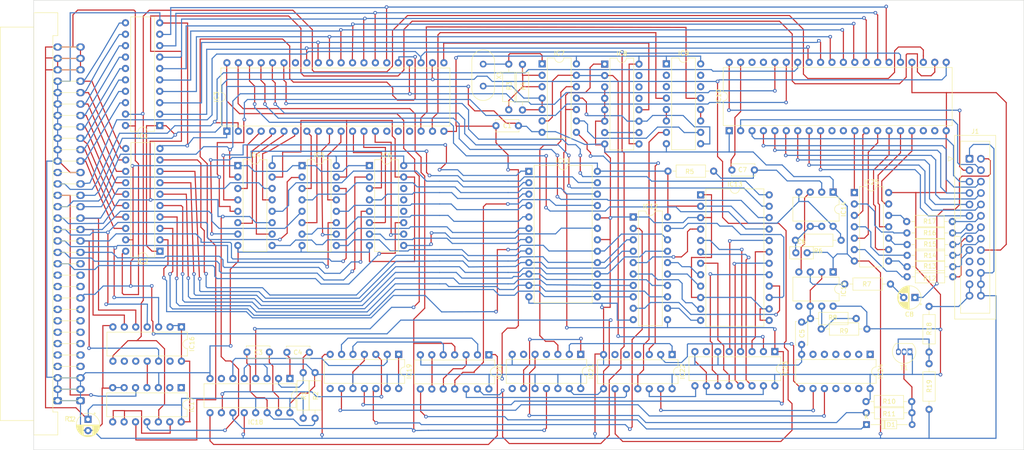
<source format=kicad_pcb>
(kicad_pcb (version 20221018) (generator pcbnew)
  (title_block (title "CÅ-815 CRTC") (date "2023-07-11") (rev "0.99") (company "Åke Holm, CÅ-Elektronik") (comment 1 "Nya RT-datorn") (comment 2 "Videoterminal baserad på 6845"))
  (layers (0 "F.Cu" signal) (31 "B.Cu" signal) (34 "B.Paste" user) (35 "F.Paste" user) (36 "B.SilkS" user "B.Silkscreen") (37 "F.SilkS" user "F.Silkscreen") (38 "B.Mask" user) (39 "F.Mask" user) (44 "Edge.Cuts" user))
  (net 0 "")
  (net 1 "Net-(J1-Pin_2)")
  (net 2 "Net-(IC1-A->B)")
  (net 3 "/BD7")
  (net 4 "/BD6")
  (net 5 "/BD5")
  (net 6 "/BD4")
  (net 7 "/BD3")
  (net 8 "/BD2")
  (net 17 "Net-(T1-E)")
  (net 23 "Net-(IC9-Q2)")
  (net 30 "Net-(D1-K)")
  (net 33 "/BD1")
  (net 34 "Net-(IC23-Q7)")
  (net 36 "/BD0")
  (net 37 "/ID0")
  (net 38 "+5V")
  (net 39 "/ID1")
  (net 40 "/ID2")
  (net 41 "/ID3")
  (net 42 "/ID4")
  (net 43 "/ID5")
  (net 44 "/ID6")
  (net 45 "/ID7")
  (net 46 "Net-(IC10-~{RESET})")
  (net 47 "Net-(IC18B-A)")
  (net 48 "Net-(IC18A-B)")
  (net 49 "Net-(IC11-A7)")
  (net 50 "Net-(IC11-A8)")
  (net 52 "Net-(IC19A-Q)")
  (net 53 "Net-(IC19A-~{Q})")
  (net 55 "GND")
  (net 56 "Net-(IC15-THR)")
  (net 57 "Net-(IC11-A2)")
  (net 58 "Net-(IC11-A6)")
  (net 59 "Net-(IC11-A9)")
  (net 60 "Net-(IC11-A3)")
  (net 61 "Net-(IC11-A0)")
  (net 62 "Net-(IC11-A4)")
  (net 63 "Net-(IC3-MA0)")
  (net 64 "Net-(IC3-MA1)")
  (net 65 "Net-(IC3-MA2)")
  (net 66 "Net-(IC3-MA3)")
  (net 67 "Net-(IC3-MA4)")
  (net 68 "Net-(IC3-MA5)")
  (net 69 "Net-(IC3-MA6)")
  (net 70 "Net-(IC3-MA7)")
  (net 71 "Net-(IC3-MA8)")
  (net 72 "Net-(IC3-MA9)")
  (net 73 "Net-(IC3-MA10)")
  (net 74 "Net-(IC7-Pad1)")
  (net 78 "Net-(IC20-Pad12)")
  (net 79 "Net-(IC7-Pad2)")
  (net 80 "Net-(IC11-A5)")
  (net 81 "Net-(IC11-A1)")
  (net 82 "Net-(IC11-A10)")
  (net 83 "Net-(IC12-Cp)")
  (net 85 "Net-(IC10-PB2)")
  (net 86 "Net-(IC10-PB3)")
  (net 87 "Net-(IC10-PB4)")
  (net 88 "Net-(IC10-PB5)")
  (net 89 "Net-(IC10-PB6)")
  (net 90 "Net-(IC10-PB7)")
  (net 91 "Net-(IC12-O1)")
  (net 92 "Net-(IC12-O2)")
  (net 93 "Net-(IC12-O3)")
  (net 94 "Net-(IC12-O4)")
  (net 95 "Net-(IC12-O5)")
  (net 96 "Net-(IC12-O6)")
  (net 97 "Net-(IC12-O7)")
  (net 98 "Net-(IC17-Pad13)")
  (net 99 "Net-(IC3-DE)")
  (net 100 "Net-(IC3-CURSOR)")
  (net 101 "Net-(IC3-CLK)")
  (net 102 "Net-(IC10-CA2)")
  (net 103 "Net-(IC13-D5)")
  (net 104 "Net-(IC13-D3)")
  (net 105 "Net-(IC13-D1)")
  (net 106 "Net-(IC13-D0)")
  (net 107 "Net-(IC13-D2)")
  (net 108 "Net-(IC13-D4)")
  (net 109 "/D0")
  (net 110 "/D1")
  (net 111 "/D2")
  (net 112 "/D3")
  (net 113 "/D4")
  (net 114 "/D5")
  (net 115 "/D6")
  (net 116 "/D7")
  (net 117 "/A7")
  (net 118 "/A6")
  (net 119 "/A5")
  (net 120 "/A4")
  (net 121 "/A3")
  (net 122 "/A2")
  (net 123 "/A1")
  (net 124 "/A0")
  (net 125 "/A10")
  (net 126 "/A9")
  (net 127 "/A8")
  (net 128 "Net-(IC11-~{WR})")
  (net 129 "Net-(IC13-D6)")
  (net 130 "/RA3")
  (net 131 "/RA2")
  (net 132 "/RA0")
  (net 133 "/RA1")
  (net 134 "Net-(P1-I{slash}O-Select)")
  (net 135 "Net-(D1-A)")
  (net 136 "Net-(IC2-CE)")
  (net 137 "Net-(IC3-~{CS})")
  (net 138 "Net-(IC1-CE)")
  (net 139 "Net-(IC20-Pad10)")
  (net 140 "Net-(IC20-Pad6)")
  (net 141 "Net-(IC18B-RCext)")
  (net 142 "Net-(IC18B-Cext)")
  (net 143 "Net-(IC18A-Cext)")
  (net 144 "Net-(IC18A-RCext)")
  (net 145 "Net-(IC21A-Q)")
  (net 147 "Net-(IC18A-Q)")
  (net 148 "Net-(IC14-DIS)")
  (net 149 "Net-(IC10-ENABLE)")
  (net 150 "Net-(IC7-Pad4)")
  (net 151 "Net-(IC9-D2)")
  (net 152 "Net-(IC9-D3)")
  (net 153 "Net-(IC14-TR)")
  (net 154 "Net-(IC14-Q)")
  (net 156 "Net-(IC15-Q)")
  (net 158 "Net-(IC22-Pad2)")
  (net 159 "Net-(IC22-Pad13)")
  (net 167 "Net-(C8-Pad2)")
  (net 169 "Net-(IC15-DIS)")
  (net 170 "/PA0")
  (net 171 "/PA1")
  (net 172 "/PA2")
  (net 173 "/PA3")
  (net 174 "/PA4")
  (net 175 "/PA5")
  (net 176 "/PA6")
  (net 177 "/PA7")
  (net 178 "/L1")
  (net 179 "/L2")
  (net 180 "/L3")
  (net 181 "/L6")
  (net 182 "/L5")
  (net 183 "Net-(IC10-CA1)")
  (net 184 "Net-(IC19B-Q)")
  (net 185 "/L4")
  (net 186 "Net-(IC12-O0)")
  (net 187 "Net-(IC22-Pad3)")
  (net 188 "Net-(IC9-Q3)")
  (net 189 "Net-(IC8-Q3)")
  (net 193 "Net-(J1-Pin_23)")
  (net 194 "Net-(IC16-Pad11)")
  (net 195 "Net-(IC25-Pad2)")
  (net 196 "Net-(IC25-Pad4)")
  (net 197 "Net-(IC25-Pad6)")
  (net 198 "Net-(IC25-Pad8)")
  (net 199 "Net-(IC25-Pad10)")
  (net 200 "Net-(IC25-Pad12)")
  (net 202 "Net-(IC21A-C)")
  (net 203 "Net-(IC21A-~{R})")
  (net 204 "Net-(IC21A-D)")
  (net 207 "Net-(IC23-CP)")
  (net 208 "Net-(IC18B-~{Q})")
  (net 209 "Net-(IC18B-Q)")
  (footprint "Resistor_THT:R_Axial_DIN0207_L6.3mm_D2.5mm_P10.16mm_Horizontal" (layer "F.Cu") (at 145.4404 57.7596 -90)
    (fp_text reference "R3")
    (fp_text value "680")
  )
  (footprint "Resistor_THT:R_Axial_DIN0207_L6.3mm_D2.5mm_P10.16mm_Horizontal" (layer "F.Cu") (at 244.094 92.8116 180)
    (fp_text reference "R17")
    (fp_text value "220")
  )
  (footprint "Package_DIP:DIP-16_W7.62mm" (layer "F.Cu") (at 204.6224 121.7676 -90)
    (fp_text reference "IC23")
    (fp_text value "74LS165")
  )
  (footprint "CÅ-815:DIN64_M_90" (layer "F.Cu") (at 47.6504 93.3196 180)
    (fp_text reference "P1")
    (fp_text value "C64AC" hide)
  )
  (footprint "Resistor_THT:R_Axial_DIN0207_L6.3mm_D2.5mm_P10.16mm_Horizontal" (layer "F.Cu") (at 244.1956 100.33 180)
    (fp_text reference "R14")
    (fp_text value "220")
  )
  (footprint "Capacitor_THT:C_Disc_D5.0mm_W2.5mm_P5.00mm" (layer "F.Cu") (at 87.2128 121.8692)
    (fp_text reference "C3")
    (fp_text value "2200pF")
  )
  (footprint "Package_DIP:DIP-14_W7.62mm" (layer "F.Cu") (at 161.4424 122.3772 -90)
    (fp_text reference "IC21")
    (fp_text value "74LS74")
  )
  (footprint "Package_DIP:DIP-14_W7.62mm" (layer "F.Cu") (at 141.0208 122.4788 -90)
    (fp_text reference "IC20")
    (fp_text value "74LS00")
  )
  (footprint "Package_DIP:DIP-8_W7.62mm" (layer "F.Cu") (at 217.5764 86.2584 -90)
    (fp_text reference "IC14")
    (fp_text value "555")
  )
  (footprint "Resistor_THT:R_Axial_DIN0207_L6.3mm_D2.5mm_P10.16mm_Horizontal" (layer "F.Cu") (at 214.9348 116.7384)
    (fp_text reference "R9")
    (fp_text value "47K")
  )
  (footprint "Package_DIP:DIP-40_W15.24mm" (layer "F.Cu") (at 82.7582 72.6998 90)
    (fp_text reference "IC3")
    (fp_text value "MC6845")
  )
  (footprint "Resistor_THT:R_Axial_DIN0207_L6.3mm_D2.5mm_P10.16mm_Horizontal" (layer "F.Cu") (at 224.9424 135.382)
    (fp_text reference "R10")
    (fp_text value "330")
  )
  (footprint "Package_DIP:DIP-16_W7.62mm" (layer "F.Cu") (at 96.774 127.762 -90)
    (fp_text reference "IC18")
    (fp_text value "DM8602")
  )
  (footprint "Capacitor_THT:C_Disc_D5.0mm_W2.5mm_P5.00mm" (layer "F.Cu") (at 96.1028 121.92)
    (fp_text reference "C4")
    (fp_text value "10nF")
  )
  (footprint "Capacitor_THT:C_Disc_D5.0mm_W2.5mm_P2.50mm" (layer "F.Cu") (at 209.296 99.7712)
    (fp_text reference "C6")
    (fp_text value "0,47uF tantal")
  )
  (footprint "Connector_IDC:IDC-Header_2x13_P2.54mm_Vertical" (layer "F.Cu") (at 247.904 78.8416)
    (fp_text reference "J1")
    (fp_text value "Tangentbordskontakt")
  )
  (footprint "Capacitor_THT:C_Disc_D5.0mm_W2.5mm_P5.00mm" (layer "F.Cu") (at 195.072 81.3308)
    (fp_text reference "C7")
    (fp_text value "47nF")
  )
  (footprint "Package_DIP:DIP-8_W7.62mm" (layer "F.Cu") (at 217.5764 104.0384 -90)
    (fp_text reference "IC15")
    (fp_text value "555")
  )
  (footprint "Resistor_THT:R_Axial_DIN0207_L6.3mm_D2.5mm_P10.16mm_Horizontal" (layer "F.Cu") (at 102.362 126.4412 -90)
    (fp_text reference "R2")
    (fp_text value "R")
  )
  (footprint "Resistor_THT:R_Axial_DIN0207_L6.3mm_D2.5mm_P10.16mm_Horizontal" (layer "F.Cu") (at 99.7204 136.6012 90)
    (fp_text reference "R1")
    (fp_text value "47K")
  )
  (footprint "Capacitor_THT:C_Disc_D5.0mm_W2.5mm_P5.00mm" (layer "F.Cu") (at 142.5956 71.4756)
    (fp_text reference "C1")
    (fp_text value "0,1uF")
  )
  (footprint "Capacitor_THT:CP_Radial_D5.0mm_P2.50mm" (layer "F.Cu") (at 51.8668 136.8552 -90)
    (fp_text reference "C2")
    (fp_text value "10uF")
  )
  (footprint "Capacitor_THT:CP_Radial_D5.0mm_P2.50mm" (layer "F.Cu") (at 235.7736 109.728 180)
    (fp_text reference "C8")
    (fp_text value "10uF")
  )
  (footprint "Package_DIP:DIP-24_W15.24mm" (layer "F.Cu") (at 188.1124 86.868)
    (fp_text reference "IC13")
    (fp_text value "MCM66790")
  )
  (footprint "Package_DIP:DIP-14_W7.62mm" (layer "F.Cu") (at 152.8572 57.7088)
    (fp_text reference "IC7")
    (fp_text value "74LS04")
  )
  (footprint "Package_DIP:DIP-20_W7.62mm" (layer "F.Cu") (at 67.818 71.4248 180)
    (fp_text reference "IC1")
    (fp_text value "RT-74LS245")
  )
  (footprint "Package_DIP:DIP-16_W7.62mm" (layer "F.Cu") (at 85.1916 80.3656)
    (fp_text reference "IC4")
    (fp_text value "74LS157")
  )
  (footprint "Package_DIP:DIP-14_W7.62mm" (layer "F.Cu") (at 72.644 116.2812 -90)
    (fp_text reference "IC16")
    (fp_text value "74LS30")
  )
  (footprint "Package_DIP:DIP-16_W7.62mm" (layer "F.Cu") (at 180.4924 57.7088)
    (fp_text reference "IC9")
    (fp_text value "74LS174")
  )
  (footprint "Package_DIP:DIP-14_W7.62mm" (layer "F.Cu") (at 222.3008 86.36)
    (fp_text reference "IC25")
    (fp_text value "74LS06")
  )
  (footprint "Resistor_THT:R_Axial_DIN0207_L6.3mm_D2.5mm_P10.16mm_Horizontal" (layer "F.Cu") (at 212.5472 114.4016)
    (fp_text reference "R8")
    (fp_text value "22K")
  )
  (footprint "Resistor_THT:R_Axial_DIN0207_L6.3mm_D2.5mm_P10.16mm_Horizontal" (layer "F.Cu") (at 191.008 81.5848 180)
    (fp_text reference "R5")
    (fp_text value "680")
  )
  (footprint "Package_DIP:DIP-14_W7.62mm" (layer "F.Cu") (at 225.806 122.3772 -90)
    (fp_text reference "IC24")
    (fp_text value "74LS86")
  )
  (footprint "Resistor_THT:R_Axial_DIN0207_L6.3mm_D2.5mm_P10.16mm_Horizontal" (layer "F.Cu") (at 148.4884 57.8104 -90)
    (fp_text reference "R4")
    (fp_text value "680")
  )
  (footprint "Resistor_THT:R_Axial_DIN0207_L6.3mm_D2.5mm_P10.16mm_Horizontal" (layer "F.Cu") (at 244.1448 95.3516 180)
    (fp_text reference "R16")
    (fp_text value "220")
  )
  (footprint "Package_DIP:DIP-24_W15.24mm" (layer "F.Cu") (at 149.9108 81.6356)
    (fp_text reference "IC11")
    (fp_text value "6116")
  )
  (footprint "Resistor_THT:R_Axial_DIN0207_L6.3mm_D2.5mm_P10.16mm_Horizontal" (layer "F.Cu") (at 244.1956 102.87 180)
    (fp_text reference "R13")
    (fp_text value "220")
  )
  (footprint "Capacitor_THT:C_Disc_D5.0mm_W2.5mm_P5.00mm" (layer "F.Cu") (at 210.566 115.1928 -90)
    (fp_text reference "C5")
    (fp_text value "47nF")
  )
  (footprint "Crystal:Crystal_HC18-U_Vertical" (layer "F.Cu") (at 139.7508 57.7596 -90)
    (fp_text reference "X1")
    (fp_text value "16MHz")
  )
  (footprint "Resistor_THT:R_Axial_DIN0207_L6.3mm_D2.5mm_P10.16mm_Horizontal" (layer "F.Cu") (at 238.9124 134.62 90)
    (fp_text reference "R19")
    (fp_text value "220")
  )
  (footprint "Diode_THT:D_DO-34_SOD68_P10.16mm_Horizontal" (layer "F.Cu") (at 224.9932 138.0236)
    (fp_text reference "D1")
    (fp_text value "D")
  )
  (footprint "Package_TO_SOT_THT:TO-92_Inline" (layer "F.Cu") (at 234.6452 121.8184 180)
    (fp_text reference "T1")
    (fp_text value "BC378")
  )
  (footprint "Package_DIP:DIP-16_W7.62mm" (layer "F.Cu") (at 114.4524 80.3656)
    (fp_text reference "IC6")
    (fp_text value "74LS157")
  )
  (footprint "Package_DIP:DIP-20_W7.62mm" (layer "F.Cu") (at 67.8688 99.4156 180)
    (fp_text reference "IC2")
    (fp_text value "RT-74LS245")
  )
  (footprint "Package_DIP:DIP-16_W7.62mm" (layer "F.Cu") (at 166.7764 57.7596)
    (fp_text reference "IC8")
    (fp_text value "74LS163")
  )
  (footprint "Package_DIP:DIP-20_W7.62mm" (layer "F.Cu") (at 173.1264 91.7956)
    (fp_text reference "IC12")
    (fp_text value "74LS374")
  )
  (footprint "Resistor_THT:R_Axial_DIN0207_L6.3mm_D2.5mm_P10.16mm_Horizontal" (layer "F.Cu") (at 244.1956 105.1052 180)
    (fp_text reference "R12")
    (fp_text value "220")
  )
  (footprint "Resistor_THT:R_Axial_DIN0207_L6.3mm_D2.5mm_P10.16mm_Horizontal" (layer "F.Cu") (at 220.1672 106.7308)
    (fp_text reference "R7")
    (fp_text value "22")
  )
  (footprint "Package_DIP:DIP-14_W7.62mm" (layer "F.Cu") (at 72.5932 129.794 -90)
    (fp_text reference "IC17")
    (fp_text value "74LS02")
  )
  (footprint "Resistor_THT:R_Axial_DIN0207_L6.3mm_D2.5mm_P10.16mm_Horizontal" (layer "F.Cu") (at 238.9124 111.7092 -90)
    (fp_text reference "R18")
    (fp_text value "330")
  )
  (footprint "Package_DIP:DIP-14_W7.62mm" (layer "F.Cu") (at 181.7624 122.428 -90)
    (fp_text reference "IC22")
    (fp_text value "74LS02")
  )
  (footprint "Resistor_THT:R_Axial_DIN0207_L6.3mm_D2.5mm_P10.16mm_Horizontal" (layer "F.Cu") (at 235.0516 132.8928 180)
    (fp_text reference "R11")
    (fp_text value "470")
  )
  (footprint "Package_DIP:DIP-14_W7.62mm" (layer "F.Cu") (at 120.9548 122.3772 -90)
    (fp_text reference "IC19")
    (fp_text value "74LS74")
  )
  (footprint "Package_DIP:DIP-16_W7.62mm" (layer "F.Cu") (at 99.4664 80.3656)
    (fp_text reference "IC5")
    (fp_text value "74LS157")
  )
  (footprint "Package_DIP:DIP-40_W15.24mm" (layer "F.Cu") (at 194.4624 72.5932 90)
    (fp_text reference "IC10")
    (fp_text value "6821")
  )
  (footprint "Resistor_THT:R_Axial_DIN0207_L6.3mm_D2.5mm_P10.16mm_Horizontal" (layer "F.Cu") (at 219.3544 96.9772 180)
    (fp_text reference "R6")
    (fp_text value "1M")
  )
  (footprint "Resistor_THT:R_Axial_DIN0207_L6.3mm_D2.5mm_P10.16mm_Horizontal" (layer "F.Cu") (at 244.1956 97.9424 180)
    (fp_text reference "R15")
    (fp_text value "220")
  )
  (gr_line (start 259.9944 143.6116) (end 39.7764 143.6116) (stroke (width 0.1)) (layer "Edge.Cuts"))
  (gr_line (start 259.9944 43.5356) (end 259.9944 143.6116) (stroke (width 0.1)) (layer "Edge.Cuts"))
  (gr_line (start 39.7764 143.6116) (end 39.7764 43.5356) (stroke (width 0.1)) (layer "Edge.Cuts"))
  (gr_line (start 39.7764 43.5356) (end 259.9944 43.5356) (stroke (width 0.1)) (layer "Edge.Cuts"))
  (segment (start 240.6396 106.6292) (end 240.6396 91.6432) (width 0.25) (layer "F.Cu") (net 1))
  (segment (start 245.6688 89.1032) (end 245.6688 83.2612) (width 0.25) (layer "F.Cu") (net 1))
  (segment (start 252.5268 82.2452) (end 252.5268 79.248) (width 0.25) (layer "F.Cu") (net 1))
  (segment (start 240.6396 91.6432) (end 242.1636 90.1192) (width 0.25) (layer "F.Cu") (net 1))
  (segment (start 245.6688 83.2612) (end 246.2276 82.7024) (width 0.25) (layer "F.Cu") (net 1))
  (segment (start 252.1204 78.8416) (end 250.444 78.8416) (width 0.25) (layer "F.Cu") (net 1))
  (segment (start 246.2276 82.7024) (end 252.0696 82.7024) (width 0.25) (layer "F.Cu") (net 1))
  (segment (start 244.6528 90.1192) (end 245.6688 89.1032) (width 0.25) (layer "F.Cu") (net 1))
  (segment (start 252.0696 82.7024) (end 252.5268 82.2452) (width 0.25) (layer "F.Cu") (net 1))
  (segment (start 242.1636 90.1192) (end 244.6528 90.1192) (width 0.25) (layer "F.Cu") (net 1))
  (segment (start 252.5268 79.248) (end 252.1204 78.8416) (width 0.25) (layer "F.Cu") (net 1))
  (via (at 240.6396 106.6292) (size 0.8) (drill 0.4) (layers "F.Cu" "B.Cu") (net 1))
  (segment (start 237.5662 109.7026) (end 240.6396 106.6292) (width 0.25) (layer "B.Cu") (net 1))
  (segment (start 235.6104 109.7026) (end 237.5662 109.7026) (width 0.25) (layer "B.Cu") (net 1))
  (segment (start 205.486 93.218) (end 207.1116 94.8436) (width 0.25) (layer "F.Cu") (net 2))
  (segment (start 191.8716 78.3336) (end 192.9892 79.4512) (width 0.25) (layer "F.Cu") (net 2))
  (segment (start 64.8716 98.1964) (end 66.0908 99.4156) (width 0.25) (layer "F.Cu") (net 2))
  (segment (start 207.1116 94.8436) (end 207.1116 119.4308) (width 0.25) (layer "F.Cu") (net 2))
  (segment (start 207.5688 121.6152) (end 207.5688 132.4864) (width 0.25) (layer "F.Cu") (net 2))
  (segment (start 205.9432 141.7828) (end 170.7896 141.7828) (width 0.25) (layer "F.Cu") (net 2))
  (segment (start 192.9892 91.8972) (end 194.31 93.218) (width 0.25) (layer "F.Cu") (net 2))
  (segment (start 67.9704 71.4756) (end 69.2404 71.4756) (width 0.25) (layer "F.Cu") (net 2))
  (segment (start 69.2404 71.4756) (end 71.2724 73.5076) (width 0.25) (layer "F.Cu") (net 2))
  (segment (start 169.1132 140.1064) (end 169.0624 130.0226) (width 0.25) (layer "F.Cu") (net 2))
  (segment (start 170.7896 141.7828) (end 169.1132 140.1064) (width 0.25) (layer "F.Cu") (net 2))
  (segment (start 128.4224 57.5056) (end 128.4224 61.0616) (width 0.25) (layer "F.Cu") (net 2))
  (segment (start 66.0908 99.4156) (end 67.7164 99.4156) (width 0.25) (layer "F.Cu") (net 2))
  (segment (start 67.9704 71.4756) (end 64.8716 71.4756) (width 0.25) (layer "F.Cu") (net 2))
  (segment (start 208.4324 133.35) (end 208.4324 139.2936) (width 0.25) (layer "F.Cu") (net 2))
  (segment (start 206.756 119.7864) (end 206.756 120.8024) (width 0.25) (layer "F.Cu") (net 2))
  (segment (start 206.756 120.8024) (end 207.5688 121.6152) (width 0.25) (layer "F.Cu") (net 2))
  (segment (start 207.5688 132.4864) (end 208.4324 133.35) (width 0.25) (layer "F.Cu") (net 2))
  (segment (start 64.8716 71.4756) (end 64.8716 98.1964) (width 0.25) (layer "F.Cu") (net 2))
  (segment (start 207.1116 119.4308) (end 206.756 119.7864) (width 0.25) (layer "F.Cu") (net 2))
  (segment (start 208.4324 139.2936) (end 205.9432 141.7828) (width 0.25) (layer "F.Cu") (net 2))
  (segment (start 192.9892 79.4512) (end 192.9892 91.8972) (width 0.25) (layer "F.Cu") (net 2))
  (segment (start 128.4224 61.0616) (end 128.524 61.1632) (width 0.25) (layer "F.Cu") (net 2))
  (segment (start 194.31 93.218) (end 205.486 93.218) (width 0.25) (layer "F.Cu") (net 2))
  (segment (start 191.8716 61.6204) (end 191.8716 78.3336) (width 0.25) (layer "F.Cu") (net 2))
  (via (at 71.2724 73.5076) (size 0.8) (drill 0.4) (layers "F.Cu" "B.Cu") (net 2))
  (via (at 128.524 61.1632) (size 0.8) (drill 0.4) (layers "F.Cu" "B.Cu") (net 2))
  (via (at 191.8716 61.6204) (size 0.8) (drill 0.4) (layers "F.Cu" "B.Cu") (net 2))
  (segment (start 59.4868 74.2696) (end 57.9628 77.9272) (width 0.25) (layer "B.Cu") (net 2))
  (segment (start 137.7188 61.1632) (end 138.43 60.452) (width 0.25) (layer "B.Cu") (net 2))
  (segment (start 81.6356 62.4332) (end 81.6356 71.4248) (width 0.25) (layer "B.Cu") (net 2))
  (segment (start 242.7224 57.5056) (end 242.7224 60.2996) (width 0.25) (layer "B.Cu") (net 2))
  (segment (start 242.7224 60.2996) (end 241.7572 61.2648) (width 0.25) (layer "B.Cu") (net 2))
  (segment (start 141.7828 61.6204) (end 191.8716 61.6204) (width 0.25) (layer "B.Cu") (net 2))
  (segment (start 56.5404 81.0768) (end 55.0672 84.328) (width 0.25) (layer "B.Cu") (net 2))
  (segment (start 128.524 61.1632) (end 82.9056 61.1632) (width 0.25) (layer "B.Cu") (net 2))
  (segment (start 80.1624 72.898) (end 71.882 72.898) (width 0.25) (layer "B.Cu") (net 2))
  (segment (start 140.6144 60.452) (end 141.7828 61.6204) (width 0.25) (layer "B.Cu") (net 2))
  (segment (start 128.524 61.1632) (end 137.7188 61.1632) (width 0.25) (layer "B.Cu") (net 2))
  (segment (start 70.5104 74.2696) (end 59.4868 74.2696) (width 0.25) (layer "B.Cu") (net 2))
  (segment (start 138.43 60.452) (end 140.6144 60.452) (width 0.25) (layer "B.Cu") (net 2))
  (segment (start 53.3908 86.9696) (end 50.1904 86.9696) (width 0.25) (layer "B.Cu") (net 2))
  (segment (start 82.9056 61.1632) (end 81.6356 62.4332) (width 0.25) (layer "B.Cu") (net 2))
  (segment (start 71.882 72.898) (end 71.2724 73.5076) (width 0.25) (layer "B.Cu") (net 2))
  (segment (start 71.2724 73.5076) (end 70.5104 74.2696) (width 0.25) (layer "B.Cu") (net 2))
  (segment (start 57.9628 77.9272) (end 56.5404 81.0768) (width 0.25) (layer "B.Cu") (net 2))
  (segment (start 54.2544 86.106) (end 53.3908 86.9696) (width 0.25) (layer "B.Cu") (net 2))
  (segment (start 192.2272 61.2648) (end 191.8716 61.6204) (width 0.25) (layer "B.Cu") (net 2))
  (segment (start 81.6356 71.4248) (end 80.1624 72.898) (width 0.25) (layer "B.Cu") (net 2))
  (segment (start 241.7572 61.2648) (end 192.2272 61.2648) (width 0.25) (layer "B.Cu") (net 2))
  (segment (start 55.0672 84.328) (end 54.2544 86.106) (width 0.25) (layer "B.Cu") (net 2))
  (segment (start 55.2704 67.6656) (end 58.3184 74.6506) (width 0.25) (layer "F.Cu") (net 3))
  (segment (start 52.7304 61.5696) (end 55.2704 67.6656) (width 0.25) (layer "F.Cu") (net 3))
  (segment (start 50.1904 61.5696) (end 52.7304 61.5696) (width 0.25) (layer "F.Cu") (net 3))
  (segment (start 58.3184 74.6506) (end 59.2074 76.4286) (width 0.25) (layer "F.Cu") (net 3))
  (segment (start 59.2074 76.4286) (end 60.0964 76.5556) (width 0.25) (layer "F.Cu") (net 3))
  (segment (start 58.8264 48.6156) (end 54.5084 55.9816) (width 0.25) (layer "B.Cu") (net 3))
  (segment (start 51.2064 61.1886) (end 50.1904 61.5696) (width 0.25) (layer "B.Cu") (net 3))
  (segment (start 60.3504 48.6156) (end 58.8264 48.6156) (width 0.25) (layer "B.Cu") (net 3))
  (segment (start 54.5084 55.9816) (end 51.2064 61.1886) (width 0.25) (layer "B.Cu") (net 3))
  (segment (start 50.1904 64.1096) (end 51.9684 64.1096) (width 0.25) (layer "F.Cu") (net 4))
  (segment (start 51.9684 64.1096) (end 58.6994 79.0956) (width 0.25) (layer "F.Cu") (net 4))
  (segment (start 58.6994 79.0956) (end 60.0964 79.0956) (width 0.25) (layer "F.Cu") (net 4))
  (segment (start 51.0794 63.9826) (end 50.1904 64.1096) (width 0.25) (layer "B.Cu") (net 4))
  (segment (start 58.8264 51.1556) (end 57.9374 52.5526) (width 0.25) (layer "B.Cu") (net 4))
  (segment (start 57.9374 52.5526) (end 54.7624 57.6326) (width 0.25) (layer "B.Cu") (net 4))
  (segment (start 60.3504 51.1556) (end 58.8264 51.1556) (width 0.25) (layer "B.Cu") (net 4))
  (segment (start 51.4604 63.6016) (end 51.0794 63.9826) (width 0.25) (layer "B.Cu") (net 4))
  (segment (start 54.7624 57.6326) (end 51.4604 63.6016) (width 0.25) (layer "B.Cu") (net 4))
  (segment (start 50.1904 66.6496) (end 51.8414 66.6496) (width 0.25) (layer "F.Cu") (net 5))
  (segment (start 51.8414 66.6496) (end 58.1914 81.6356) (width 0.25) (layer "F.Cu") (net 5))
  (segment (start 58.1914 81.6356) (end 60.0964 81.6356) (width 0.25) (layer "F.Cu") (net 5))
  (segment (start 51.2064 66.6496) (end 50.1904 66.6496) (width 0.25) (layer "B.Cu") (net 5))
  (segment (start 58.8264 53.6956) (end 51.2064 66.6496) (width 0.25) (layer "B.Cu") (net 5))
  (segment (start 60.3504 53.6956) (end 58.8264 53.6956) (width 0.25) (layer "B.Cu") (net 5))
  (segment (start 55.0164 77.5716) (end 58.0644 84.1756) (width 0.25) (layer "F.Cu") (net 6))
  (segment (start 58.0644 84.1756) (end 60.0964 84.1756) (width 0.25) (layer "F.Cu") (net 6))
  (segment (start 51.4604 69.1896) (end 55.0164 77.5716) (width 0.25) (layer "F.Cu") (net 6))
  (segment (start 50.1904 69.1896) (end 51.4604 69.1896) (width 0.25) (layer "F.Cu") (net 6))
  (segment (start 60.3504 56.2356) (end 58.8264 56.2356) (width 0.25) (layer "B.Cu") (net 6))
  (segment (start 51.2064 69.0626) (end 50.1904 69.1896) (width 0.25) (layer "B.Cu") (net 6))
  (segment (start 58.8264 56.2356) (end 51.2064 69.0626) (width 0.25) (layer "B.Cu") (net 6))
  (segment (start 54.3814 78.9686) (end 57.8104 86.7156) (width 0.25) (layer "F.Cu") (net 7))
  (segment (start 51.2064 71.7296) (end 52.0954 73.5076) (width 0.25) (layer "F.Cu") (net 7))
  (segment (start 57.8104 86.7156) (end 60.0964 86.7156) (width 0.25) (layer "F.Cu") (net 7))
  (segment (start 52.0954 73.5076) (end 54.3814 78.9686) (width 0.25) (layer "F.Cu") (net 7))
  (segment (start 50.1904 71.7296) (end 51.2064 71.7296) (width 0.25) (layer "F.Cu") (net 7))
  (segment (start 58.9534 58.7756) (end 51.2064 71.7296) (width 0.25) (layer "B.Cu") (net 7))
  (segment (start 51.2064 71.7296) (end 50.1904 71.7296) (width 0.25) (layer "B.Cu") (net 7))
  (segment (start 60.3504 58.7756) (end 58.9534 58.7756) (width 0.25) (layer "B.Cu") (net 7))
  (segment (start 50.1904 74.2696) (end 51.7144 75.5396) (width 0.25) (layer "F.Cu") (net 8))
  (segment (start 51.7144 75.5396) (end 54.5084 82.1436) (width 0.25) (layer "F.Cu") (net 8))
  (segment (start 57.6834 89.2556) (end 60.0964 89.2556) (width 0.25) (layer "F.Cu") (net 8))
  (segment (start 55.7784 84.9376) (end 57.6834 89.2556) (width 0.25) (layer "F.Cu") (net 8))
  (segment (start 54.5084 82.1436) (end 55.7784 84.9376) (width 0.25) (layer "F.Cu") (net 8))
  (segment (start 51.2064 74.2696) (end 50.1904 74.2696) (width 0.25) (layer "B.Cu") (net 8))
  (segment (start 58.6994 61.3156) (end 51.2064 74.2696) (width 0.25) (layer "B.Cu") (net 8))
  (segment (start 60.3504 61.3156) (end 58.6994 61.3156) (width 0.25) (layer "B.Cu") (net 8))
  (segment (start 232.0544 118.9736) (end 238.9124 118.9736) (width 0.25) (layer "B.Cu") (net 17))
  (segment (start 238.9124 118.9736) (end 238.9124 124.4346) (width 0.25) (layer "B.Cu") (net 17))
  (segment (start 232.0544 121.7886) (end 232.0544 118.9736) (width 0.25) (layer "B.Cu") (net 17))
  (segment (start 176.6316 75.1332) (end 176.6316 119.0752) (width 0.25) (layer "F.Cu") (net 23))
  (segment (start 175.4124 125.8316) (end 174.1424 127.1016) (width 0.25) (layer "F.Cu") (net 23))
  (segment (start 175.4124 120.2944) (end 175.4124 125.8316) (width 0.25) (layer "F.Cu") (net 23))
  (segment (start 178.7652 72.9996) (end 176.6316 75.1332) (width 0.25) (layer "F.Cu") (net 23))
  (segment (start 176.6316 119.0752) (end 175.4124 120.2944) (width 0.25) (layer "F.Cu") (net 23))
  (segment (start 180.4924 72.9996) (end 178.7652 72.9996) (width 0.25) (layer "F.Cu") (net 23))
  (segment (start 174.1424 127.1016) (end 174.1424 130.0226) (width 0.25) (layer "F.Cu") (net 23))
  (segment (start 125.8316 130.048) (end 125.8316 135.0518) (width 0.25) (layer "F.Cu") (net 30))
  (segment (start 125.8316 135.0518) (end 127.0254 136.2456) (width 0.25) (layer "F.Cu") (net 30))
  (via (at 127.0254 136.2456) (size 0.8) (drill 0.4) (layers "F.Cu" "B.Cu") (net 30))
  (segment (start 127.0254 136.2456) (end 144.526 136.2456) (width 0.25) (layer "B.Cu") (net 30))
  (segment (start 174.0408 136.9568) (end 176.0728 138.9888) (width 0.25) (layer "B.Cu") (net 30))
  (segment (start 145.2372 136.9568) (end 174.0408 136.9568) (width 0.25) (layer "B.Cu") (net 30))
  (segment (start 176.0728 138.9888) (end 223.8502 138.9888) (width 0.25) (layer "B.Cu") (net 30))
  (segment (start 223.8502 138.9888) (end 224.8154 138.0236) (width 0.25) (layer "B.Cu") (net 30))
  (segment (start 144.526 136.2456) (end 145.2372 136.9568) (width 0.25) (layer "B.Cu") (net 30))
  (segment (start 50.1904 76.8096) (end 51.2064 76.8096) (width 0.25) (layer "F.Cu") (net 33))
  (segment (start 51.2064 76.8096) (end 53.7464 83.0326) (width 0.25) (layer "F.Cu") (net 33))
  (segment (start 57.6834 91.7956) (end 60.0964 91.7956) (width 0.25) (layer "F.Cu") (net 33))
  (segment (start 53.7464 83.0326) (end 57.6834 91.7956) (width 0.25) (layer "F.Cu") (net 33))
  (segment (start 51.2064 76.4286) (end 50.1904 76.8096) (width 0.25) (layer "B.Cu") (net 33))
  (segment (start 55.3974 69.3166) (end 51.2064 76.4286) (width 0.25) (layer "B.Cu") (net 33))
  (segment (start 58.6994 63.8556) (end 55.3974 69.3166) (width 0.25) (layer "B.Cu") (net 33))
  (segment (start 60.3504 63.8556) (end 58.6994 63.8556) (width 0.25) (layer "B.Cu") (net 33))
  (segment (start 186.9948 129.54) (end 186.8424 129.3876) (width 0.25) (layer "B.Cu") (net 34))
  (segment (start 186.9948 131.7752) (end 186.9948 129.54) (width 0.25) (layer "B.Cu") (net 34))
  (segment (start 176.6824 131.7752) (end 186.9948 131.7752) (width 0.25) (layer "B.Cu") (net 34))
  (segment (start 176.6824 130.0226) (end 176.6824 131.7752) (width 0.25) (layer "B.Cu") (net 34))
  (segment (start 57.6834 94.3356) (end 60.0964 94.3356) (width 0.25) (layer "F.Cu") (net 36))
  (segment (start 50.1904 79.3496) (end 51.3334 79.3496) (width 0.25) (layer "F.Cu") (net 36))
  (segment (start 51.3334 79.3496) (end 54.8894 87.9856) (width 0.25) (layer "F.Cu") (net 36))
  (segment (start 54.8894 87.9856) (end 57.6834 94.3356) (width 0.25) (layer "F.Cu") (net 36))
  (segment (start 60.3504 66.3956) (end 58.9534 66.3956) (width 0.25) (layer "B.Cu") (net 36))
  (segment (start 51.3334 78.9686) (end 50.1904 79.3496) (width 0.25) (layer "B.Cu") (net 36))
  (segment (start 58.9534 66.3956) (end 51.3334 78.9686) (width 0.25) (layer "B.Cu") (net 36))
  (segment (start 67.7164 79.0956) (end 76.2 79.0956) (width 0.25) (layer "F.Cu") (net 37))
  (segment (start 76.2 79.0956) (end 76.962 79.8576) (width 0.25) (layer "F.Cu") (net 37))
  (segment (start 77.724 104.0892) (end 78.0796 104.4448) (width 0.25) (layer "F.Cu") (net 37))
  (segment (start 77.724 94.8436) (end 77.724 104.0892) (width 0.25) (layer "F.Cu") (net 37))
  (segment (start 76.962 79.8576) (end 76.962 94.0816) (width 0.25) (layer "F.Cu") (net 37))
  (segment (start 76.962 94.0816) (end 77.724 94.8436) (width 0.25) (layer "F.Cu") (net 37))
  (via (at 78.1304 104.4448) (size 0.8) (drill 0.4) (layers "F.Cu" "B.Cu") (net 37))
  (segment (start 148.082 100.6856) (end 147.0152 101.6) (width 0.25) (layer "B.Cu") (net 37))
  (segment (start 145.288 101.6) (end 136.4488 101.6) (width 0.25) (layer "B.Cu") (net 37))
  (segment (start 135.1788 100.33) (end 120.396 100.33) (width 0.25) (layer "B.Cu") (net 37))
  (segment (start 120.396 100.33) (end 111.5568 109.1692) (width 0.25) (layer "B.Cu") (net 37))
  (segment (start 165.1508 101.9048) (end 154.2288 101.9048) (width 0.25) (layer "B.Cu") (net 37))
  (segment (start 90.678 107.5436) (end 78.3844 107.5436) (width 0.25) (layer "B.Cu") (net 37))
  (segment (start 78.1304 107.2896) (end 78.1304 104.4956) (width 0.25) (layer "B.Cu") (net 37))
  (segment (start 136.4488 101.6) (end 135.1788 100.33) (width 0.25) (layer "B.Cu") (net 37))
  (segment (start 153.0604 100.6348) (end 148.082 100.6856) (width 0.25) (layer "B.Cu") (net 37))
  (segment (start 166.6748 101.9048) (end 165.1508 101.9048) (width 0.25) (layer "B.Cu") (net 37))
  (segment (start 173.1264 96.8756) (end 171.704 96.8756) (width 0.25) (layer "B.Cu") (net 37))
  (segment (start 92.3036 109.1692) (end 90.678 107.5436) (width 0.25) (layer "B.Cu") (net 37))
  (segment (start 78.3844 107.5436) (end 78.1304 107.2896) (width 0.25) (layer "B.Cu") (net 37))
  (segment (start 147.0152 101.6) (end 145.288 101.6) (width 0.25) (layer "B.Cu") (net 37))
  (segment (start 111.5568 109.1692) (end 92.3036 109.1692) (width 0.25) (layer "B.Cu") (net 37))
  (segment (start 171.704 96.8756) (end 166.6748 101.9048) (width 0.25) (layer "B.Cu") (net 37))
  (segment (start 154.2288 101.9048) (end 153.0604 100.6348) (width 0.25) (layer "B.Cu") (net 37))
  (segment (start 145.288 81.28) (end 147.574 81.28) (width 0.25) (layer "F.Cu") (net 38))
  (segment (start 120.9294 130.0226) (end 120.9294 122.4026) (width 0.25) (layer "F.Cu") (net 38))
  (segment (start 235.966 86.36) (end 235.966 103.0224) (width 0.25) (layer "F.Cu") (net 38))
  (segment (start 60.3504 71.4756) (end 60.4012 71.5264) (width 0.25) (layer "F.Cu") (net 38))
  (segment (start 48.514 53.9496) (end 48.514 46.7868) (width 0.25) (layer "F.Cu") (net 38))
  (segment (start 72.9488 123.9012) (end 72.644 123.5964) (width 0.25) (layer "F.Cu") (net 38))
  (segment (start 62.3824 71.5264) (end 62.3824 79.248) (width 0.25) (layer "F.Cu") (net 38))
  (segment (start 172.3136 72.9996) (end 172.212 72.898) (width 0.25) (layer "F.Cu") (net 38))
  (segment (start 72.6744 137.3986) (end 74.5898 137.3986) (width 0.25) (layer "F.Cu") (net 38))
  (segment (start 45.1104 53.9496) (end 48.514 53.9496) (width 0.25) (layer "F.Cu") (net 38))
  (segment (start 235.966 103.0224) (end 241.4524 109.0676) (width 0.25) (layer "F.Cu") (net 38))
  (segment (start 256.0828 66.3448) (end 256.0828 97.8916) (width 0.25) (layer "F.Cu") (net 38))
  (segment (start 188.1124 89.3826) (end 180.8226 89.3826) (width 0.25) (layer "F.Cu") (net 38))
  (segment (start 99.1108 131.0132) (end 96.774 133.35) (width 0.25) (layer "F.Cu") (net 38))
  (segment (start 113.3094 123.7742) (end 110.7694 126.3142) (width 0.25) (layer "F.Cu") (net 38))
  (segment (start 145.288 77.978) (end 145.288 81.28) (width 0.25) (layer "F.Cu") (net 38))
  (segment (start 62.3824 46.0248) (end 62.3824 71.5264) (width 0.25) (layer "F.Cu") (net 38))
  (segment (start 254.8128 99.1616) (end 250.444 99.1616) (width 0.25) (layer "F.Cu") (net 38))
  (segment (start 142.574 71.5772) (end 142.5994 71.6026) (width 0.25) (layer "F.Cu") (net 38))
  (segment (start 42.418 59.0296) (end 42.418 134.2644) (width 0.25) (layer "F.Cu") (net 38))
  (segment (start 96.774 133.35) (end 96.774 135.2804) (width 0.25) (layer "F.Cu") (net 38))
  (segment (start 174.3964 57.7596) (end 172.212 57.7596) (width 0.25) (layer "F.Cu") (net 38))
  (segment (start 242.7732 64.1096) (end 242.7732 72.6948) (width 0.25) (layer "F.Cu") (net 38))
  (segment (start 147.574 81.28) (end 147.574 115.9764) (width 0.25) (layer "F.Cu") (net 38))
  (segment (start 42.418 56.388) (end 45.0088 56.388) (width 0.25) (layer "F.Cu") (net 38))
  (segment (start 74.5898 137.3986) (end 74.4728 137.2816) (width 0.25) (layer "F.Cu") (net 38))
  (segment (start 50.1904 56.4896) (end 45.1104 56.4896) (width 0.25) (layer "F.Cu") (net 38))
  (segment (start 62.3824 79.248) (end 63.0936 79.9592) (width 0.25) (layer "F.Cu") (net 38))
  (segment (start 74.4728 137.2816) (end 74.4728 123.9012) (width 0.25) (layer "F.Cu") (net 38))
  (segment (start 59.4868 100.0252) (end 60.0964 99.4156) (width 0.25) (layer "F.Cu") (net 38))
  (segment (start 145.1356 116.5352) (end 143.9672 117.7036) (width 0.25) (layer "F.Cu") (net 38))
  (segment (start 242.7732 72.6948) (end 242.7224 72.7456) (width 0.25) (layer "F.Cu") (net 38))
  (segment (start 256.0828 97.8916) (end 254.8128 99.1616) (width 0.25) (layer "F.Cu") (net 38))
  (segment (start 110.7694 126.3142) (end 110.7694 130.0226) (width 0.25) (layer "F.Cu") (net 38))
  (segment (start 45.1104 59.0296) (end 50.1904 59.0296) (width 0.25) (layer "F.Cu") (net 38))
  (segment (start 63.0936 79.9592) (end 63.0936 109.0676) (width 0.25) (layer "F.Cu") (net 38))
  (segment (start 42.418 134.2644) (end 49.164423 134.2644) (width 0.25) (layer "F.Cu") (net 38))
  (segment (start 172.212 57.7596) (end 172.212 72.898) (width 0.25) (layer "F.Cu") (net 38))
  (segment (start 133.7056 56.388) (end 133.7056 71.4756) (width 0.25) (layer "F.Cu") (net 38))
  (segment (start 242.57 86.36) (end 242.7224 86.2076) (width 0.25) (layer "F.Cu") (net 38))
  (segment (start 113.3094 122.4026) (end 113.3094 123.7742) (width 0.25) (layer "F.Cu") (net 38))
  (segment (start 49.164423 134.2644) (end 51.927854 137.027831) (width 0.25) (layer "F.Cu") (net 38))
  (segment (start 42.418 56.388) (end 42.418 59.0296) (width 0.25) (layer "F.Cu") (net 38))
  (segment (start 253.8476 64.1096) (end 256.0828 66.3448) (width 0.25) (layer "F.Cu") (net 38))
  (segment (start 60.4012 71.5264) (end 62.3824 71.5264) (width 0.25) (layer "F.Cu") (net 38))
  (segment (start 172.212 72.898) (end 172.212 75.4888) (width 0.25) (layer "F.Cu") (net 38))
  (segment (start 42.418 59.0296) (end 45.1104 59.0296) (width 0.25) (layer "F.Cu") (net 38))
  (segment (start 242.7732 64.1096) (end 253.8476 64.1096) (width 0.25) (layer "F.Cu") (net 38))
  (segment (start 42.418 53.9496) (end 42.418 56.388) (width 0.25) (layer "F.Cu") (net 38))
  (segment (start 241.4524 127.0508) (end 241.4524 116.84) (width 0.25) (layer "F.Cu") (net 38))
  (segment (start 48.514 46.7868) (end 49.5808 45.72) (width 0.25) (layer "F.Cu") (net 38))
  (segment (start 241.4524 109.0676) (end 241.4524 116.84) (width 0.25) (layer "F.Cu") (net 38))
  (segment (start 143.9672 117.7036) (end 143.9672 127.8128) (width 0.25) (layer "F.Cu") (net 38))
  (segment (start 100.7364 131.0132) (end 99.1108 131.0132) (width 0.25) (layer "F.Cu") (net 38))
  (segment (start 174.3456 75.4888) (end 174.3964 75.5396) (width 0.25) (layer "F.Cu") (net 38))
  (segment (start 241.4524 126.8984) (end 241.4524 127.0508) (width 0.25) (layer "F.Cu") (net 38))
  (segment (start 59.4868 108.7628) (end 59.4868 100.0252) (width 0.25) (layer "F.Cu") (net 38))
  (segment (start 72.644 115.9764) (end 72.644 123.5964) (width 0.25) (layer "F.Cu") (net 38))
  (segment (start 50.1904 59.0296) (end 50.1904 53.9496) (width 0.25) (layer "F.Cu") (net 38))
  (segment (start 180.8226 89.3826) (end 180.8226 81.5848) (width 0.25) (layer "F.Cu") (net 38))
  (segment (start 142.5994 71.6026) (end 142.5994 75.2894) (width 0.25) (layer "F.Cu") (net 38))
  (segment (start 74.4728 123.9012) (end 72.9488 123.9012) (width 0.25) (layer "F.Cu") (net 38))
  (segment (start 45.1104 56.4896) (end 45.1104 59.0296) (width 0.25) (layer "F.Cu") (net 38))
  (segment (start 49.5808 45.72) (end 62.0776 45.72) (width 0.25) (layer "F.Cu") (net 38))
  (segment (start 130.9624 72.7456) (end 133.8072 72.7456) (width 0.25) (layer "F.Cu") (net 38))
  (segment (start 147.574 115.9764) (end 147.0152 116.5352) (width 0.25) (layer "F.Cu") (net 38))
  (segment (start 172.212 75.4888) (end 174.3456 75.4888) (width 0.25) (layer "F.Cu") (net 38))
  (segment (start 63.0936 109.0676) (end 59.7916 109.0676) (width 0.25) (layer "F.Cu") (net 38))
  (segment (start 59.7916 109.0676) (end 59.4868 108.7628) (width 0.25) (layer "F.Cu") (net 38))
  (segment (start 235.1024 57.5056) (end 235.1024 64.1096) (width 0.25) (layer "F.Cu") (net 38))
  (segment (start 133.7056 71.4756) (end 133.8072 71.5772) (width 0.25) (layer "F.Cu") (net 38))
  (segment (start 180.8226 91.7194) (end 180.7464 91.7956) (width 0.25) (layer "F.Cu") (net 38))
  (segment (start 147.0152 116.5352) (end 145.1356 116.5352) (width 0.25) (layer "F.Cu") (net 38))
  (segment (start 45.1104 53.9496) (end 42.418 53.9496) (width 0.25) (layer "F.Cu") (net 38))
  (segment (start 174.3964 72.9996) (end 172.3136 72.9996) (width 0.25) (layer "F.Cu") (net 38))
  (segment (start 102.2604 129.4892) (end 100.7364 131.0132) (width 0.25) (layer "F.Cu") (net 38))
  (segment (start 62.0776 45.72) (end 62.3824 46.0248) (width 0.25) (layer "F.Cu") (net 38))
  (segment (start 142.5994 75.2894) (end 145.288 77.978) (width 0.25) (layer "F.Cu") (net 38))
  (segment (start 133.8072 72.7456) (end 133.8072 71.5772) (width 0.25) (layer "F.Cu") (net 38))
  (segment (start 235.966 86.36) (end 242.57 86.36) (width 0.25) (layer "F.Cu") (net 38))
  (segment (start 48.514 53.9496) (end 50.1904 53.9496) (width 0.25) (layer "F.Cu") (net 38))
  (segment (start 229.9208 86.36) (end 235.966 86.36) (width 0.25) (layer "F.Cu") (net 38))
  (segment (start 242.7224 86.2076) (end 242.7224 72.7456) (width 0.25) (layer "F.Cu") (net 38))
  (segment (start 235.1024 64.1096) (end 242.7732 64.1096) (width 0.25) (layer "F.Cu") (net 38))
  (segment (start 133.8072 71.5772) (end 142.574 71.5772) (width 0.25) (layer "F.Cu") (net 38))
  (segment (start 180.8226 89.3826) (end 180.8226 91.7194) (width 0.25) (layer "F.Cu") (net 38))
  (segment (start 102.2604 129.4892) (end 102.2604 126.4666) (width 0.25) (layer "F.Cu") (net 38))
  (via (at 241.4524 126.8984) (size 0.8) (drill 0.4) (layers "F.Cu" "B.Cu") (net 38))
  (via (at 241.4524 116.84) (size 0.8) (drill 0.4) (layers "F.Cu" "B.Cu") (net 38))
  (via (at 145.288 81.28) (size 0.8) (drill 0.4) (layers "F.Cu" "B.Cu") (net 38))
  (via (at 133.7056 56.388) (size 0.8) (drill 0.4) (layers "F.Cu" "B.Cu") (net 38))
  (via (at 143.9672 127.8128) (size 0.8) (drill 0.4) (layers "F.Cu" "B.Cu") (net 38))
  (segment (start 91.694 125.3744) (end 91.694 127.7112) (width 0.25) (layer "B.Cu") (net 38))
  (segment (start 110.7694 126.8476) (end 102.6414 126.8476) (width 0.25) (layer "B.Cu") (net 38))
  (segment (start 160.4772 57.7088) (end 160.4772 55.9816) (width 0.25) (layer "B.Cu") (net 38))
  (segment (start 204.5716 129.3368) (end 204.6224 129.3876) (width 0.25) (layer "B.Cu") (net 38))
  (segment (start 118.3894 126.8476) (end 110.7694 126.8476) (width 0.25) (layer "B.Cu") (net 38))
  (segment (start 96.774 132.1866) (end 99.7154 132.1866) (width 0.25) (layer "B.Cu") (net 38))
  (segment (start 235.204 122.3982) (end 234.5944 121.7886) (width 0.25) (layer "B.Cu") (net 38))
  (segment (start 134.112 55.9816) (end 133.7056 56.388) (width 0.25) (layer "B.Cu") (net 38))
  (segment (start 180.4924 55.9816) (end 174.3964 55.9816) (width 0.25) (layer "B.Cu") (net 38))
  (segment (start 204.5716 126.8476) (end 204.5716 129.3368) (width 0.25) (layer "B.Cu") (net 38))
  (segment (start 225.806 129.9972) (end 225.806 132.334) (width 0.25) (layer "B.Cu") (net 38))
  (segment (start 120.9294 126.8476) (end 141.0716 126.8476) (width 0.25) (layer "B.Cu") (net 38))
  (segment (start 225.806 129.9972) (end 225.806 126.8476) (width 0.25) (layer "B.Cu") (net 38))
  (segment (start 205.1304 93.1672) (end 209.9564 88.3412) (width 0.25) (layer "B.Cu") (net 38))
  (segment (start 212.0292 88.3412) (end 209.9564 88.3412) (width 0.25) (layer "B.Cu") (net 38))
  (segment (start 151.2824 130.048) (end 151.2824 126.8476) (width 0.25) (layer "B.Cu") (net 38))
  (segment (start 120.9294 130.0226) (end 120.9294 126.8476) (width 0.25) (layer "B.Cu") (net 38))
  (segment (start 151.2824 126.8476) (end 156.3624 126.8476) (width 0.25) (layer "B.Cu") (net 38))
  (segment (start 204.5716 126.8476) (end 225.806 126.8476) (width 0.25) (layer "B.Cu") (net 38))
  (segment (start 145.288 79.8068) (end 145.288 81.28) (width 0.25) (layer "B.Cu") (net 38))
  (segment (start 219.2274 97.0026) (end 219.2274 95.5394) (width 0.25) (layer "B.Cu") (net 38))
  (segment (start 92.8624 78.232) (end 106.8832 78.232) (width 0.25) (layer "B.Cu") (net 38))
  (segment (start 86.614 127.7112) (end 86.614 125.4252) (width 0.25) (layer "B.Cu") (net 38))
  (segment (start 161.4424 126.8476) (end 181.7624 126.8476) (width 0.25) (layer "B.Cu") (net 38))
  (segment (start 72.6744 137.3986) (end 72.6744 133.7056) (width 0.25) (layer "B.Cu") (net 38))
  (segment (start 160.4772 55.9816) (end 134.112 55.9816) (width 0.25) (layer "B.Cu") (net 38))
  (segment (start 122.0724 78.232) (end 122.0724 80.3656) (width 0.25) (layer "B.Cu") (net 38))
  (segment (start 118.3894 130.0226) (end 118.3894 126.8476) (width 0.25) (layer "B.Cu") (net 38))
  (segment (start 92.8624 80.3656) (end 92.8624 78.232) (width 0.25) (layer "B.Cu") (net 38))
  (segment (start 143.9164 126.8476) (end 143.9164 127.762) (width 0.25) (layer "B.Cu") (net 38))
  (segment (start 51.927854 137.027831) (end 51.927854 134.711346) (width 0.25) (layer "B.Cu") (net 38))
  (segment (start 96.774 135.2804) (end 96.774 132.1866) (width 0.25) (layer "B.Cu") (net 38))
  (segment (start 99.7154 132.1866) (end 99.7154 136.6216) (width 0.25) (layer "B.Cu") (net 38))
  (segment (start 188.1124 89.3826) (end 194.8942 89.3826) (width 0.25) (layer "B.Cu") (net 38))
  (segment (start 235.204 126.8476) (end 241.4016 126.8476) (width 0.25) (layer "B.Cu") (net 38))
  (segment (start 106.8832 78.232) (end 107.0864 78.4352) (width 0.25) (layer "B.Cu") (net 38))
  (segment (start 181.7624 130.0226) (end 181.7624 126.8476) (width 0.25) (layer "B.Cu") (net 38))
  (segment (start 122.6312 79.8068) (end 122.0724 80.3656) (width 0.25) (layer "B.Cu") (net 38))
  (segment (start 180.6702 81.5848) (end 180.7464 81.5086) (width 0.25) (layer "B.Cu") (net 38))
  (segment (start 181.7624 126.8476) (end 204.5716 126.8476) (width 0.25) (layer "B.Cu") (net 38))
  (segment (start 156.3624 130.048) (end 156.3624 126.8476) (width 0.25) (layer "B.Cu") (net 38))
  (segment (start 241.4016 126.8476) (end 241.4524 126.8984) (width 0.25) (layer "B.Cu") (net 38))
  (segment (start 165.1508 81.5848) (end 165.1508 79.8068) (width 0.25) (layer "B.Cu") (net 38))
  (segment (start 223.774 111.6584) (end 225.0694 112.9538) (width 0.25) (layer "B.Cu") (net 38))
  (segment (start 219.2274 95.5394) (end 217.5764 93.8884) (width 0.25) (layer "B.Cu") (net 38))
  (segment (start 110.7694 126.8476) (end 110.7694 130.0226) (width 0.25) (layer "B.Cu") (net 38))
  (segment (start 165.1508 81.5848) (end 180.6702 81.5848) (width 0.25) (layer "B.Cu") (net 38))
  (segment (start 225.0694 116.6876) (end 241.3 116.6876) (width 0.25) (layer "B.Cu") (net 38))
  (segment (start 141.0716 130.048) (end 141.0716 126.8476) (width 0.25) (layer "B.Cu") (net 38))
  (segment (start 235.204 126.8476) (end 235.204 122.3982) (width 0.25) (layer "B.Cu") (net 38))
  (segment (start 225.0694 112.9538) (end 225.0694 116.6876) (width 0.25) (layer "B.Cu") (net 38))
  (segment (start 141.0716 126.8476) (end 143.9164 126.8476) (width 0.25) (layer "B.Cu") (net 38))
  (segment (start 241.3 116.6876) (end 241.4524 116.84) (width 0.25) (layer "B.Cu") (net 38))
  (segment (start 96.7232 132.1866) (end 96.774 132.1866) (width 0.25) (layer "B.Cu") (net 38))
  (segment (start 165.1508 79.8068) (end 145.542 79.8068) (width 0.25) (layer "B.Cu") (net 38))
  (segment (start 198.6788 93.1672) (end 205.1304 93.1672) (width 0.25) (layer "B.Cu") (net 38))
  (segment (start 143.9164 127.762) (end 143.9672 127.8128) (width 0.25) (layer "B.Cu") (net 38))
  (segment (start 52.9844 133.6548) (end 72.6236 133.6548) (width 0.25) (layer "B.Cu") (net 38))
  (segment (start 51.927854 134.711346) (end 52.9844 133.6548) (width 0.25) (layer "B.Cu") (net 38))
  (segment (start 102.6414 126.8476) (end 102.2604 126.4666) (width 0.25) (layer "B.Cu") (net 38))
  (segment (start 70.104 115.9764) (end 72.644 115.9764) (width 0.25) (layer "B.Cu") (net 38))
  (segment (start 89.154 135.3312) (end 89.154 132.1866) (width 0.25) (layer "B.Cu") (net 38))
  (segment (start 89.154 132.1866) (end 96.7232 132.1866) (width 0.25) (layer "B.Cu") (net 38))
  (segment (start 156.3624 126.8476) (end 161.4424 126.8476) (width 0.25) (layer "B.Cu") (net 38))
  (segment (start 120.9294 126.8476) (end 118.3894 126.8476) (width 0.25) (layer "B.Cu") (net 38))
  (segment (start 194.8942 89.3826) (end 198.6788 93.1672) (width 0.25) (layer "B.Cu") (net 38))
  (segment (start 87.4776 124.5616) (end 90.8812 124.5616) (width 0.25) (layer "B.Cu") (net 38))
  (segment (start 107.0864 78.4352) (end 107.0864 80.3656) (width 0.25) (layer "B.Cu") (net 38))
  (segment (start 90.8812 124.5616) (end 91.694 125.3744) (width 0.25) (layer "B.Cu") (net 38))
  (segment (start 86.614 125.4252) (end 87.4776 124.5616) (width 0.25) (layer "B.Cu") (net 38))
  (segment (start 188.1124 55.9816) (end 180.4924 55.9816) (width 0.25) (layer "B.Cu") (net 38))
  (segment (start 217.5764 93.8884) (end 212.0292 88.3412) (width 0.25) (layer "B.Cu") (net 38))
  (segment (start 72.6744 132.1866) (end 89.154 132.1866) (width 0.25) (layer "B.Cu") (net 38))
  (segment (start 225.806 132.334) (end 224.9424 133.1976) (width 0.25) (layer "B.Cu") (net 38))
  (segment (start 100.3554 124.5616) (end 102.2604 126.4666) (width 0.25) (layer "B.Cu") (net 38))
  (segment (start 188.1124 57.7596) (end 188.1124 55.9816) (width 0.25) (layer "B.Cu") (net 38))
  (segment (start 209.9564 88.3412) (end 209.9564 86.2684) (width 0.25) (layer "B.Cu") (net 38))
  (segment (start 72.6236 133.6548) (end 72.6744 133.7056) (width 0.25) (layer "B.Cu") (net 38))
  (segment (start 225.806 126.8476) (end 235.204 126.8476) (width 0.25) (layer "B.Cu") (net 38))
  (segment (start 106.8832 78.232) (end 122.0724 78.232) (width 0.25) (layer "B.Cu") (net 38))
  (segment (start 143.9164 126.8476) (end 151.2824 126.8476) (width 0.25) (layer "B.Cu") (net 38))
  (segment (start 72.6744 133.7056) (end 72.6744 132.1866) (width 0.25) (layer "B.Cu") (net 38))
  (segment (start 174.3964 72.9996) (end 166.7764 72.9996) (width 0.25) (layer "B.Cu") (net 38))
  (segment (start 145.542 79.8068) (end 122.6312 79.8068) (width 0.25) (layer "B.Cu") (net 38))
  (segment (start 90.8812 124.5616) (end 100.3554 124.5616) (width 0.25) (layer "B.Cu") (net 38))
  (segment (start 161.4424 130.048) (end 161.4424 126.8476) (width 0.25) (layer "B.Cu") (net 38))
  (segment (start 174.3964 55.9816) (end 160.4772 55.9816) (width 0.25) (layer "B.Cu") (net 38))
  (segment (start 174.3964 55.9816) (end 174.3964 57.7596) (width 0.25) (layer "B.Cu") (net 38))
  (segment (start 217.5764 111.6584) (end 223.774 111.6584) (width 0.25) (layer "B.Cu") (net 38))
  (segment (start 180.4924 55.9816) (end 180.4924 57.7596) (width 0.25) (layer "B.Cu") (net 38))
  (segment (start 75.6412 81.6356) (end 76.6572 105.5624) (width 0.25) (layer "F.Cu") (net 39))
  (segment (start 67.7164 81.6356) (end 75.6412 81.6356) (width 0.25) (layer "F.Cu") (net 39))
  (via (at 76.708 105.5624) (size 0.8) (drill 0.4) (layers "F.Cu" "B.Cu") (net 39))
  (segment (start 135.2296 101.6) (end 130.048 101.6) (width 0.25) (layer "B.Cu") (net 39))
  (segment (start 130.048 101.6) (end 120.396 101.6508) (width 0.25) (layer "B.Cu") (net 39))
  (segment (start 153.924 103.1748) (end 152.654 101.9048) (width 0.25) (layer "B.Cu") (net 39))
  (segment (start 149.9108 101.9048) (end 148.082 101.9556) (width 0.25) (layer "B.Cu") (net 39))
  (segment (start 76.708 108.204) (end 76.708 105.664) (width 0.25) (layer "B.Cu") (net 39))
  (segment (start 76.708 105.664) (end 76.7334 105.6386) (width 0.25) (layer "B.Cu") (net 39))
  (segment (start 148.082 101.9556) (end 146.9644 102.8192) (width 0.25) (layer "B.Cu") (net 39))
  (segment (start 136.4996 102.9208) (end 135.2296 101.6) (width 0.25) (layer "B.Cu") (net 39))
  (segment (start 173.1264 99.4156) (end 170.688 99.4156) (width 0.25) (layer "B.Cu") (net 39))
  (segment (start 76.9112 108.4072) (end 76.708 108.204) (width 0.25) (layer "B.Cu") (net 39))
  (segment (start 166.9288 103.1748) (end 153.924 103.1748) (width 0.25) (layer "B.Cu") (net 39))
  (segment (start 146.9644 102.8192) (end 136.4996 102.9208) (width 0.25) (layer "B.Cu") (net 39))
  (segment (start 89.8652 108.4072) (end 76.9112 108.4072) (width 0.25) (layer "B.Cu") (net 39))
  (segment (start 170.688 99.4156) (end 166.9288 103.1748) (width 0.25) (layer "B.Cu") (net 39))
  (segment (start 152.654 101.9048) (end 149.9108 101.9048) (width 0.25) (layer "B.Cu") (net 39))
  (segment (start 112.1664 109.8804) (end 91.3384 109.8804) (width 0.25) (layer "B.Cu") (net 39))
  (segment (start 120.396 101.6508) (end 112.1664 109.8804) (width 0.25) (layer "B.Cu") (net 39))
  (segment (start 91.3384 109.8804) (end 89.8652 108.4072) (width 0.25) (layer "B.Cu") (net 39))
  (segment (start 74.7268 84.1756) (end 75.3872 104.4194) (width 0.25) (layer "F.Cu") (net 40))
  (segment (start 67.7164 84.1756) (end 74.7268 84.1756) (width 0.25) (layer "F.Cu") (net 40))
  (via (at 75.438 104.4956) (size 0.8) (drill 0.4) (layers "F.Cu" "B.Cu") (net 40))
  (segment (start 167.4876 104.4448) (end 165.1508 104.4448) (width 0.25) (layer "B.Cu") (net 40))
  (segment (start 165.1508 104.4448) (end 153.8224 104.4448) (width 0.25) (layer "B.Cu") (net 40))
  (segment (start 171.2468 100.6856) (end 167.4876 104.4448) (width 0.25) (layer "B.Cu") (net 40))
  (segment (start 112.522 110.6424) (end 90.7796 110.6424) (width 0.25) (layer "B.Cu") (net 40))
  (segment (start 147.7264 104.14) (end 145.288 104.14) (width 0.25) (layer "B.Cu") (net 40))
  (segment (start 75.4634 108.8898) (end 75.4634 104.4956) (width 0.25) (layer "B.Cu") (net 40))
  (segment (start 120.2944 102.87) (end 112.522 110.6424) (width 0.25) (layer "B.Cu") (net 40))
  (segment (start 75.7936 109.22) (end 75.4634 108.8898) (width 0.25) (layer "B.Cu") (net 40))
  (segment (start 89.3572 109.22) (end 75.7936 109.22) (width 0.25) (layer "B.Cu") (net 40))
  (segment (start 148.6916 103.1748) (end 147.7264 104.14) (width 0.25) (layer "B.Cu") (net 40))
  (segment (start 152.5524 103.1748) (end 148.6916 103.1748) (width 0.25) (layer "B.Cu") (net 40))
  (segment (start 90.7796 110.6424) (end 89.3572 109.22) (width 0.25) (layer "B.Cu") (net 40))
  (segment (start 153.8224 104.4448) (end 152.5524 103.1748) (width 0.25) (layer "B.Cu") (net 40))
  (segment (start 135.7376 104.14) (end 134.4676 102.87) (width 0.25) (layer "B.Cu") (net 40))
  (segment (start 175.8696 99.4156) (end 174.5996 100.6856) (width 0.25) (layer "B.Cu") (net 40))
  (segment (start 180.7464 99.4156) (end 175.8696 99.4156) (width 0.25) (layer "B.Cu") (net 40))
  (segment (start 145.288 104.14) (end 135.7376 104.14) (width 0.25) (layer "B.Cu") (net 40))
  (segment (start 134.4676 102.87) (end 120.2944 102.87) (width 0.25) (layer "B.Cu") (net 40))
  (segment (start 174.5996 100.6856) (end 171.2468 100.6856) (width 0.25) (layer "B.Cu") (net 40))
  (segment (start 67.7164 86.7156) (end 73.7108 86.7156) (width 0.25) (layer "F.Cu") (net 41))
  (segment (start 73.7108 86.7156) (end 73.7616 87.4776) (width 0.25) (layer "F.Cu") (net 41))
  (segment (start 73.7616 87.4776) (end 74.168 105.41) (width 0.25) (layer "F.Cu") (net 41))
  (via (at 74.168 105.41) (size 0.8) (drill 0.4) (layers "F.Cu" "B.Cu") (net 41))
  (segment (start 146.1516 105.41) (end 135.0264 105.41) (width 0.25) (layer "B.Cu") (net 41))
  (segment (start 130.048 104.14) (end 120.2436 104.14) (width 0.25) (layer "B.Cu") (net 41))
  (segment (start 147.9296 105.0544) (end 146.5072 105.0544) (width 0.25) (layer "B.Cu") (net 41))
  (segment (start 90.424 111.506) (end 88.9 109.982) (width 0.25) (layer "B.Cu") (net 41))
  (segment (start 120.2436 104.14) (end 112.8776 111.506) (width 0.25) (layer "B.Cu") (net 41))
  (segment (start 88.9 109.982) (end 74.676 109.982) (width 0.25) (layer "B.Cu") (net 41))
  (segment (start 74.1934 109.4994) (end 74.1934 105.5116) (width 0.25) (layer "B.Cu") (net 41))
  (segment (start 112.8776 111.506) (end 90.424 111.506) (width 0.25) (layer "B.Cu") (net 41))
  (segment (start 176.0728 105.7656) (end 153.8224 105.7148) (width 0.25) (layer "B.Cu") (net 41))
  (segment (start 152.2476 104.4448) (end 149.9108 104.4448) (width 0.25) (layer "B.Cu") (net 41))
  (segment (start 135.0264 105.41) (end 133.7564 104.14) (width 0.25) (layer "B.Cu") (net 41))
  (segment (start 177.3428 107.0356) (end 176.0728 105.7656) (width 0.25) (layer "B.Cu") (net 41))
  (segment (start 133.7564 104.14) (end 130.048 104.14) (width 0.25) (layer "B.Cu") (net 41))
  (segment (start 149.9108 104.4448) (end 148.5392 104.4448) (width 0.25) (layer "B.Cu") (net 41))
  (segment (start 146.5072 105.0544) (end 146.1516 105.41) (width 0.25) (layer "B.Cu") (net 41))
  (segment (start 153.8224 105.7148) (end 152.2476 104.4448) (width 0.25) (layer "B.Cu") (net 41))
  (segment (start 74.676 109.982) (end 74.1934 109.4994) (width 0.25) (layer "B.Cu") (net 41))
  (segment (start 180.7464 107.0356) (end 177.3428 107.0356) (width 0.25) (layer "B.Cu") (net 41))
  (segment (start 148.5392 104.4448) (end 147.9296 105.0544) (width 0.25) (layer "B.Cu") (net 41))
  (segment (start 72.9234 89.5858) (end 72.9234 104.4956) (width 0.25) (layer "F.Cu") (net 42))
  (segment (start 67.7164 89.2556) (end 72.5932 89.2556) (width 0.25) (layer "F.Cu") (net 42))
  (segment (start 72.5932 89.2556) (end 72.9234 89.5858) (width 0.25) (layer "F.Cu") (net 42))
  (via (at 72.898 104.4956) (size 0.8) (drill 0.4) (layers "F.Cu" "B.Cu") (net 42))
  (segment (start 72.9234 110.3122) (end 72.898 104.4956) (width 0.25) (layer "B.Cu") (net 42))
  (segment (start 153.8224 106.8832) (end 152.2476 105.6132) (width 0.25) (layer "B.Cu") (net 42))
  (segment (start 113.3856 112.2172) (end 89.8652 112.2172) (width 0.25) (layer "B.Cu") (net 42))
  (segment (start 145.288 106.68) (end 134.4168 106.68) (width 0.25) (layer "B.Cu") (net 42))
  (segment (start 73.3552 110.744) (end 72.9234 110.3122) (width 0.25) (layer "B.Cu") (net 42))
  (segment (start 134.4168 106.68) (end 133.1468 105.41) (width 0.25) (layer "B.Cu") (net 42))
  (segment (start 89.8652 112.2172) (end 88.392 110.744) (width 0.25) (layer "B.Cu") (net 42))
  (segment (start 173.1264 107.0356) (end 165.2016 107.0356) (width 0.25) (layer "B.Cu") (net 42))
  (segment (start 152.2476 105.6132) (end 147.574 105.7148) (width 0.25) (layer "B.Cu") (net 42))
  (segment (start 165.2016 107.0356) (end 165.1508 106.9848) (width 0.25) (layer "B.Cu") (net 42))
  (segment (start 120.1928 105.41) (end 113.3856 112.2172) (width 0.25) (layer "B.Cu") (net 42))
  (segment (start 133.1468 105.41) (end 120.1928 105.41) (width 0.25) (layer "B.Cu") (net 42))
  (segment (start 147.574 105.7148) (end 146.6088 106.68) (width 0.25) (layer "B.Cu") (net 42))
  (segment (start 88.392 110.744) (end 73.3552 110.744) (width 0.25) (layer "B.Cu") (net 42))
  (segment (start 146.6088 106.68) (end 145.288 106.68) (width 0.25) (layer "B.Cu") (net 42))
  (segment (start 165.1508 106.9848) (end 153.8224 106.8832) (width 0.25) (layer "B.Cu") (net 42))
  (segment (start 67.7164 91.7956) (end 71.6788 91.7956) (width 0.25) (layer "F.Cu") (net 43))
  (segment (start 71.6788 91.7956) (end 71.6788 105.3592) (width 0.25) (layer "F.Cu") (net 43))
  (via (at 71.5772 105.4608) (size 0.8) (drill 0.4) (layers "F.Cu" "B.Cu") (net 43))
  (segment (start 89.3064 112.9284) (end 87.9348 111.5568) (width 0.25) (layer "B.Cu") (net 43))
  (segment (start 175.6156 108.3056) (end 153.6192 108.3056) (width 0.25) (layer "B.Cu") (net 43))
  (segment (start 176.8856 109.5756) (end 175.6156 108.3056) (width 0.25) (layer "B.Cu") (net 43))
  (segment (start 132.08 107.2896) (end 131.4704 106.68) (width 0.25) (layer "B.Cu") (net 43))
  (segment (start 71.5264 110.8964) (end 71.5264 105.5116) (width 0.25) (layer "B.Cu") (net 43))
  (segment (start 147.5232 106.9848) (end 146.558 107.95) (width 0.25) (layer "B.Cu") (net 43))
  (segment (start 120.1928 106.68) (end 113.9444 112.9284) (width 0.25) (layer "B.Cu") (net 43))
  (segment (start 143.3576 107.95) (end 142.6972 107.2896) (width 0.25) (layer "B.Cu") (net 43))
  (segment (start 149.9108 106.9848) (end 147.5232 106.9848) (width 0.25) (layer "B.Cu") (net 43))
  (segment (start 87.9348 111.5568) (end 72.1868 111.5568) (width 0.25) (layer "B.Cu") (net 43))
  (segment (start 180.7464 109.5756) (end 176.8856 109.5756) (width 0.25) (layer "B.Cu") (net 43))
  (segment (start 130.048 106.68) (end 120.1928 106.68) (width 0.25) (layer "B.Cu") (net 43))
  (segment (start 113.9444 112.9284) (end 89.3064 112.9284) (width 0.25) (layer "B.Cu") (net 43))
  (segment (start 153.6192 108.3056) (end 152.2984 106.9848) (width 0.25) (layer "B.Cu") (net 43))
  (segment (start 142.6972 107.2896) (end 132.08 107.2896) (width 0.25) (layer "B.Cu") (net 43))
  (segment (start 152.2984 106.9848) (end 149.9108 106.9848) (width 0.25) (layer "B.Cu") (net 43))
  (segment (start 72.1868 111.5568) (end 71.5264 110.8964) (width 0.25) (layer "B.Cu") (net 43))
  (segment (start 146.558 107.95) (end 143.3576 107.95) (width 0.25) (layer "B.Cu") (net 43))
  (segment (start 131.4704 106.68) (end 130.048 106.68) (width 0.25) (layer "B.Cu") (net 43))
  (segment (start 67.7164 94.3356) (end 70.7136 94.3356) (width 0.25) (layer "F.Cu") (net 44))
  (segment (start 70.7136 94.3356) (end 70.7136 103.9114) (width 0.25) (layer "F.Cu") (net 44))
  (segment (start 70.7136 103.9114) (end 70.1294 104.4956) (width 0.25) (layer "F.Cu") (net 44))
  (via (at 70.104 104.4956) (size 0.8) (drill 0.4) (layers "F.Cu" "B.Cu") (net 44))
  (segment (start 87.376 112.268) (end 88.7984 113.6904) (width 0.25) (layer "B.Cu") (net 44))
  (segment (start 70.104 104.4956) (end 70.1294 111.7346) (width 0.25) (layer "B.Cu") (net 44))
  (segment (start 120.1928 107.95) (end 142.0368 107.95) (width 0.25) (layer "B.Cu") (net 44))
  (segment (start 165.1508 109.5248) (end 153.3652 109.5248) (width 0.25) (layer "B.Cu") (net 44))
  (segment (start 146.7104 109.22) (end 145.288 109.22) (width 0.25) (layer "B.Cu") (net 44))
  (segment (start 142.0368 107.95) (end 143.3068 109.22) (width 0.25) (layer "B.Cu") (net 44))
  (segment (start 88.7984 113.6904) (end 114.4524 113.6904) (width 0.25) (layer "B.Cu") (net 44))
  (segment (start 165.2016 109.5756) (end 165.1508 109.5248) (width 0.25) (layer "B.Cu") (net 44))
  (segment (start 143.3068 109.22) (end 145.288 109.22) (width 0.25) (layer "B.Cu") (net 44))
  (segment (start 152.146 108.3056) (end 147.6248 108.3056) (width 0.25) (layer "B.Cu") (net 44))
  (segment (start 70.1294 111.7346) (end 70.6628 112.268) (width 0.25) (layer "B.Cu") (net 44))
  (segment (start 114.4524 113.6904) (end 120.1928 107.95) (width 0.25) (layer "B.Cu") (net 44))
  (segment (start 153.3652 109.5248) (end 152.146 108.3056) (width 0.25) (layer "B.Cu") (net 44))
  (segment (start 173.1264 109.5756) (end 165.2016 109.5756) (width 0.25) (layer "B.Cu") (net 44))
  (segment (start 147.6248 108.3056) (end 146.7104 109.22) (width 0.25) (layer "B.Cu") (net 44))
  (segment (start 70.6628 112.268) (end 87.376 112.268) (width 0.25) (layer "B.Cu") (net 44))
  (segment (start 145.288 99.06) (end 142.9004 99.06) (width 0.25) (layer "F.Cu") (net 45))
  (segment (start 142.9004 99.06) (end 142.9004 112.6744) (width 0.25) (layer "F.Cu") (net 45))
  (segment (start 68.7324 103.2764) (end 68.7324 105.3084) (width 0.25) (layer "F.Cu") (net 45))
  (segment (start 142.9004 112.6744) (end 142.6464 112.9284) (width 0.25) (layer "F.Cu") (net 45))
  (segment (start 69.6468 102.362) (end 68.7324 103.2764) (width 0.25) (layer "F.Cu") (net 45))
  (segment (start 67.7164 96.8756) (end 69.6468 96.8756) (width 0.25) (layer "F.Cu") (net 45))
  (segment (start 69.6468 96.8756) (end 69.6468 102.362) (width 0.25) (layer "F.Cu") (net 45))
  (via (at 142.5956 112.8776) (size 0.8) (drill 0.4) (layers "F.Cu" "B.Cu") (net 45))
  (via (at 145.288 99.06) (size 0.8) (drill 0.4) (layers "F.Cu" "B.Cu") (net 45))
  (via (at 68.7324 105.3084) (size 0.8) (drill 0.4) (layers "F.Cu" "B.Cu") (net 45))
  (segment (start 148.1328 98.0948) (end 147.1676 99.06) (width 0.25) (layer "B.Cu") (net 45))
  (segment (start 69.342 112.8776) (end 69.342 105.9942) (width 0.25) (layer "B.Cu") (net 45))
  (segment (start 166.7256 99.3648) (end 165.1508 99.3648) (width 0.25) (layer "B.Cu") (net 45))
  (segment (start 126.8476 109.2708) (end 119.7864 109.2708) (width 0.25) (layer "B.Cu") (net 45))
  (segment (start 87.0712 112.8776) (end 69.342 112.8776) (width 0.25) (layer "B.Cu") (net 45))
  (segment (start 179.4764 95.6056) (end 170.4848 95.6056) (width 0.25) (layer "B.Cu") (net 45))
  (segment (start 180.7464 96.8756) (end 179.4764 95.6056) (width 0.25) (layer "B.Cu") (net 45))
  (segment (start 119.7864 109.2708) (end 114.808 114.2492) (width 0.25) (layer "B.Cu") (net 45))
  (segment (start 153.1112 98.0948) (end 148.1328 98.0948) (width 0.25) (layer "B.Cu") (net 45))
  (segment (start 147.1676 99.06) (end 145.288 99.06) (width 0.25) (layer "B.Cu") (net 45))
  (segment (start 114.808 114.2492) (end 88.4428 114.2492) (width 0.25) (layer "B.Cu") (net 45))
  (segment (start 69.342 105.9942) (end 68.7324 105.3846) (width 0.25) (layer "B.Cu") (net 45))
  (segment (start 142.5956 112.8776) (end 130.5052 112.9284) (width 0.25) (layer "B.Cu") (net 45))
  (segment (start 88.4428 114.2492) (end 87.0712 112.8776) (width 0.25) (layer "B.Cu") (net 45))
  (segment (start 130.5052 112.9284) (end 126.8476 109.2708) (width 0.25) (layer "B.Cu") (net 45))
  (segment (start 165.1508 99.3648) (end 154.3812 99.3648) (width 0.25) (layer "B.Cu") (net 45))
  (segment (start 170.4848 95.6056) (end 166.7256 99.3648) (width 0.25) (layer "B.Cu") (net 45))
  (segment (start 154.3812 99.3648) (end 153.1112 98.0948) (width 0.25) (layer "B.Cu") (net 45))
  (segment (start 85.2424 72.7456) (end 85.2424 70.8152) (width 0.25) (layer "F.Cu") (net 46))
  (segment (start 85.2424 70.8152) (end 80.264 70.8152) (width 0.25) (layer "F.Cu") (net 46))
  (segment (start 80.264 70.8152) (end 80.0354 70.5866) (width 0.25) (layer "F.Cu") (net 46))
  (via (at 80.0354 70.5866) (size 0.8) (drill 0.4) (layers "F.Cu" "B.Cu") (net 46))
  (segment (start 54.61 82.55) (end 53.7464 84.1756) (width 0.25) (layer "B.Cu") (net 46))
  (segment (start 209.7024 57.5056) (end 209.7024 58.6232) (width 0.25) (layer "B.Cu") (net 46))
  (segment (start 53.7464 84.1756) (end 52.7812 85.6488) (width 0.25) (layer "B.Cu") (net 46))
  (segment (start 208.9912 59.3344) (end 190.8556 59.3344) (width 0.25) (layer "B.Cu") (net 46))
  (segment (start 209.7024 58.6232) (end 208.9912 59.3344) (width 0.25) (layer "B.Cu") (net 46))
  (segment (start 47.9044 85.6488) (end 46.6852 84.4296) (width 0.25) (layer "B.Cu") (net 46))
  (segment (start 190.5 58.9788) (end 149.8092 58.9788) (width 0.25) (layer "B.Cu") (net 46))
  (segment (start 55.88 79.6036) (end 54.61 82.55) (width 0.25) (layer "B.Cu") (net 46))
  (segment (start 69.4944 73.152) (end 58.8772 73.152) (width 0.25) (layer "B.Cu") (net 46))
  (segment (start 52.7812 85.6488) (end 47.9044 85.6488) (width 0.25) (layer "B.Cu") (net 46))
  (segment (start 79.1464 71.4756) (end 71.1708 71.4756) (width 0.25) (layer "B.Cu") (net 46))
  (segment (start 149.098 59.69) (end 81.9912 59.69) (width 0.25) (layer "B.Cu") (net 46))
  (segment (start 190.8556 59.3344) (end 190.5 58.9788) (width 0.25) (layer "B.Cu") (net 46))
  (segment (start 58.8772 73.152) (end 57.15 76.8604) (width 0.25) (layer "B.Cu") (net 46))
  (segment (start 80.5688 70.0532) (end 80.0354 70.5866) (width 0.25) (layer "B.Cu") (net 46))
  (segment (start 80.0354 70.5866) (end 79.1464 71.4756) (width 0.25) (layer "B.Cu") (net 46))
  (segment (start 71.1708 71.4756) (end 69.4944 73.152) (width 0.25) (layer "B.Cu") (net 46))
  (segment (start 46.6852 84.4296) (end 45.1104 84.4296) (width 0.25) (layer "B.Cu") (net 46))
  (segment (start 149.8092 58.9788) (end 149.098 59.69) (width 0.25) (layer "B.Cu") (net 46))
  (segment (start 80.5688 61.1124) (end 80.5688 70.0532) (width 0.25) (layer "B.Cu") (net 46))
  (segment (start 57.15 76.8604) (end 55.88 79.6036) (width 0.25) (layer "B.Cu") (net 46))
  (segment (start 81.9912 59.69) (end 80.5688 61.1124) (width 0.25) (layer "B.Cu") (net 46))
  (segment (start 133.4516 120.65) (end 133.4516 122.428) (width 0.25) (layer "F.Cu") (net 47))
  (segment (start 124.6124 77.1652) (end 125.9332 78.486) (width 0.25) (layer "F.Cu") (net 47))
  (segment (start 153.8224 130.048) (end 153.8224 138.7856) (width 0.25) (layer "F.Cu") (net 47))
  (segment (start 153.8224 138.7856) (end 153.3144 139.2936) (width 0.25) (layer "F.Cu") (net 47))
  (segment (start 124.6124 68.834) (end 124.6124 77.1652) (width 0.25) (layer "F.Cu") (net 47))
  (segment (start 126.746 82.7024) (end 126.746 112.1156) (width 0.25) (layer "F.Cu") (net 47))
  (segment (start 125.9332 81.8896) (end 126.746 82.7024) (width 0.25) (layer "F.Cu") (net 47))
  (segment (start 85.2424 57.5056) (end 85.2424 66.548) (width 0.25) (layer "F.Cu") (net 47))
  (segment (start 132.7404 119.9388) (end 133.4516 120.65) (width 0.25) (layer "F.Cu") (net 47))
  (segment (start 124.3076 119.9388) (end 132.7404 119.9388) (width 0.25) (layer "F.Cu") (net 47))
  (segment (start 85.2424 66.548) (end 86.36 67.6656) (width 0.25) (layer "F.Cu") (net 47))
  (segment (start 86.36 67.6656) (end 123.444 67.6656) (width 0.25) (layer "F.Cu") (net 47))
  (segment (start 124.3076 138.9634) (end 124.3076 119.9388) (width 0.25) (layer "F.Cu") (net 47))
  (segment (start 126.746 112.1156) (end 124.3076 114.554) (width 0.25) (layer "F.Cu") (net 47))
  (segment (start 124.3076 114.554) (end 124.3076 119.9388) (width 0.25) (layer "F.Cu") (net 47))
  (segment (start 124.3076 139.3444) (end 124.3076 138.9634) (width 0.25) (layer "F.Cu") (net 47))
  (segment (start 123.444 67.6656) (end 124.6124 68.834) (width 0.25) (layer "F.Cu") (net 47))
  (segment (start 125.9332 78.486) (end 125.9332 81.8896) (width 0.25) (layer "F.Cu") (net 47))
  (via (at 153.3144 139.2936) (size 0.8) (drill 0.4) (layers "F.Cu" "B.Cu") (net 47))
  (via (at 124.3076 139.3444) (size 0.8) (drill 0.4) (layers "F.Cu" "B.Cu") (net 47))
  (segment (start 124.3076 139.3444) (end 127.5588 139.2936) (width 0.25) (layer "B.Cu") (net 47))
  (segment (start 127.5588 139.2936) (end 153.3144 139.2936) (width 0.25) (layer "B.Cu") (net 47))
  (segment (start 86.2076 138.8872) (end 123.8504 138.8872) (width 0.25) (layer "B.Cu") (net 47))
  (segment (start 123.8504 138.8872) (end 124.3076 139.3444) (width 0.25) (layer "B.Cu") (net 47))
  (segment (start 84.074 135.3312) (end 84.074 136.7536) (width 0.25) (layer "B.Cu") (net 47))
  (segment (start 84.074 136.7536) (end 86.2076 138.8872) (width 0.25) (layer "B.Cu") (net 47))
  (segment (start 89.154 116.8908) (end 88.9508 116.6876) (width 0.25) (layer "F.Cu") (net 48))
  (segment (start 125.5268 82.7024) (end 124.5108 81.6864) (width 0.25) (layer "F.Cu") (net 48))
  (segment (start 85.5472 68.7832) (end 82.7024 65.9384) (width 0.25) (layer "F.Cu") (net 48))
  (segment (start 124.2568 111.9124) (end 125.5268 110.6424) (width 0.25) (layer "F.Cu") (net 48))
  (segment (start 82.7024 65.9384) (end 82.7024 57.5056) (width 0.25) (layer "F.Cu") (net 48))
  (segment (start 89.154 127.7112) (end 89.154 116.8908) (width 0.25) (layer "F.Cu") (net 48))
  (segment (start 122.0724 70.3072) (end 120.5484 68.7832) (width 0.25) (layer "F.Cu") (net 48))
  (segment (start 122.0724 76.5048) (end 122.0724 70.3072) (width 0.25) (layer "F.Cu") (net 48))
  (segment (start 124.5108 81.6864) (end 124.5108 78.9432) (width 0.25) (layer "F.Cu") (net 48))
  (segment (start 124.5108 78.9432) (end 122.0724 76.5048) (width 0.25) (layer "F.Cu") (net 48))
  (segment (start 125.5268 110.6424) (end 125.5268 82.7024) (width 0.25) (layer "F.Cu") (net 48))
  (segment (start 120.5484 68.7832) (end 85.5472 68.7832) (width 0.25) (layer "F.Cu") (net 48))
  (via (at 124.2568 111.9124) (size 0.8) (drill 0.4) (layers "F.Cu" "B.Cu") (net 48))
  (via (at 88.9508 116.6876) (size 0.8) (drill 0.4) (layers "F.Cu" "B.Cu") (net 48))
  (segment (start 114.6048 116.6876) (end 119.38 111.9124) (width 0.25) (layer "B.Cu") (net 48))
  (segment (start 88.9508 116.6876) (end 114.6048 116.6876) (width 0.25) (layer "B.Cu") (net 48))
  (segment (start 119.38 111.9124) (end 124.2568 111.9124) (width 0.25) (layer "B.Cu") (net 48))
  (segment (start 131.572 75.9968) (end 131.318 75.7428) (width 0.25) (layer "F.Cu") (net 49))
  (segment (start 131.572 79.756) (end 131.572 75.9968) (width 0.25) (layer "F.Cu") (net 49))
  (segment (start 82.042 87.9856) (end 82.042 78.1812) (width 0.25) (layer "F.Cu") (net 49))
  (segment (start 130.048 81.28) (end 131.572 79.756) (width 0.25) (layer "F.Cu") (net 49))
  (segment (start 85.2424 87.9856) (end 82.042 87.9856) (width 0.25) (layer "F.Cu") (net 49))
  (segment (start 82.042 78.1812) (end 81.9404 78.0796) (width 0.25) (layer "F.Cu") (net 49))
  (via (at 81.9404 78.0796) (size 0.8) (drill 0.4) (layers "F.Cu" "B.Cu") (net 49))
  (via (at 131.318 75.7428) (size 0.8) (drill 0.4) (layers "F.Cu" "B.Cu") (net 49))
  (via (at 130.048 81.28) (size 0.8) (drill 0.4) (layers "F.Cu" "B.Cu") (net 49))
  (segment (start 149.9108 81.5848) (end 148.1328 81.5848) (width 0.25) (layer "B.Cu") (net 49))
  (segment (start 135.3312 82.55) (end 134.0612 81.28) (width 0.25) (layer "B.Cu") (net 49))
  (segment (start 134.0612 81.28) (end 130.048 81.28) (width 0.25) (layer "B.Cu") (net 49))
  (segment (start 82.042 77.978) (end 81.9404 78.0796) (width 0.25) (layer "B.Cu") (net 49))
  (segment (start 86.36 75.7428) (end 86.36 77.978) (width 0.25) (layer "B.Cu") (net 49))
  (segment (start 131.318 75.7428) (end 86.36 75.7428) (width 0.25) (layer "B.Cu") (net 49))
  (segment (start 148.1328 81.5848) (end 147.1676 82.55) (width 0.25) (layer "B.Cu") (net 49))
  (segment (start 147.1676 82.55) (end 135.3312 82.55) (width 0.25) (layer "B.Cu") (net 49))
  (segment (start 86.36 77.978) (end 82.042 77.978) (width 0.25) (layer "B.Cu") (net 49))
  (segment (start 79.4004 94.996) (end 79.4004 95.5548) (width 0.25) (layer "F.Cu") (net 50))
  (segment (start 127.8128 82.55) (end 127.1524 81.8896) (width 0.25) (layer "F.Cu") (net 50))
  (segment (start 79.1464 79.0956) (end 79.4004 94.996) (width 0.25) (layer "F.Cu") (net 50))
  (segment (start 127.1524 81.8896) (end 127.1524 77.1652) (width 0.25) (layer "F.Cu") (net 50))
  (via (at 127.8128 82.55) (size 0.8) (drill 0.4) (layers "F.Cu" "B.Cu") (net 50))
  (via (at 127.1524 77.1652) (size 0.8) (drill 0.4) (layers "F.Cu" "B.Cu") (net 50))
  (via (at 79.4004 95.5548) (size 0.8) (drill 0.4) (layers "F.Cu" "B.Cu") (net 50))
  (via (at 79.1464 79.0956) (size 0.8) (drill 0.4) (layers "F.Cu" "B.Cu") (net 50))
  (segment (start 83.9216 78.5368) (end 88.138 78.5368) (width 0.25) (layer "B.Cu") (net 50))
  (segment (start 159.6136 82.8548) (end 148.8948 82.8548) (width 0.25) (layer "B.Cu") (net 50))
  (segment (start 79.4004 95.5548) (end 85.1916 95.5548) (width 0.25) (layer "B.Cu") (net 50))
  (segment (start 88.138 77.1652) (end 127.1524 77.1652) (width 0.25) (layer "B.Cu") (net 50))
  (segment (start 88.138 78.5368) (end 88.138 77.1652) (width 0.25) (layer "B.Cu") (net 50))
  (segment (start 147.9296 83.82) (end 145.288 83.82) (width 0.25) (layer "B.Cu") (net 50))
  (segment (start 160.8836 84.1248) (end 159.6136 82.8548) (width 0.25) (layer "B.Cu") (net 50))
  (segment (start 79.1464 79.0956) (end 83.3628 79.0956) (width 0.25) (layer "B.Cu") (net 50))
  (segment (start 135.3312 83.82) (end 134.112 82.6008) (width 0.25) (layer "B.Cu") (net 50))
  (segment (start 145.288 83.82) (end 135.3312 83.82) (width 0.25) (layer "B.Cu") (net 50))
  (segment (start 148.8948 82.8548) (end 147.9296 83.82) (width 0.25) (layer "B.Cu") (net 50))
  (segment (start 134.112 82.6008) (end 127.8636 82.6008) (width 0.25) (layer "B.Cu") (net 50))
  (segment (start 83.3628 79.0956) (end 83.9216 78.5368) (width 0.25) (layer "B.Cu") (net 50))
  (segment (start 127.8636 82.6008) (end 127.8128 82.55) (width 0.25) (layer "B.Cu") (net 50))
  (segment (start 165.1508 84.1248) (end 160.8836 84.1248) (width 0.25) (layer "B.Cu") (net 50))
  (segment (start 85.1916 95.5548) (end 85.2424 95.6056) (width 0.25) (layer "B.Cu") (net 50))
  (segment (start 130.3528 119.634) (end 130.9116 120.1928) (width 0.25) (layer "B.Cu") (net 52))
  (segment (start 130.9116 120.1928) (end 130.9116 122.428) (width 0.25) (layer "B.Cu") (net 52))
  (segment (start 111.76 119.634) (end 130.3528 119.634) (width 0.25) (layer "B.Cu") (net 52))
  (segment (start 110.7694 120.6246) (end 111.76 119.634) (width 0.25) (layer "B.Cu") (net 52))
  (segment (start 110.7694 122.4026) (end 110.7694 120.6246) (width 0.25) (layer "B.Cu") (net 52))
  (segment (start 137.2108 118.7704) (end 138.5316 120.0912) (width 0.25) (layer "B.Cu") (net 53))
  (segment (start 109.6772 118.7704) (end 137.2108 118.7704) (width 0.25) (layer "B.Cu") (net 53))
  (segment (start 138.5316 120.0912) (end 138.5316 122.428) (width 0.25) (layer "B.Cu") (net 53))
  (segment (start 108.2294 122.4026) (end 108.2294 120.2182) (width 0.25) (layer "B.Cu") (net 53))
  (segment (start 108.2294 120.2182) (end 109.6772 118.7704) (width 0.25) (layer "B.Cu") (net 53))
  (segment (start 228.1174 104.2162) (end 225.5012 101.6) (width 0.25) (layer "F.Cu") (net 55))
  (segment (start 67.9704 48.6156) (end 74.0156 48.6156) (width 0.25) (layer "F.Cu") (net 55))
  (segment (start 164.7444 70.4596) (end 164.7444 75.7428) (width 0.25) (layer "F.Cu") (net 55))
  (segment (start 109.3724 70.3326) (end 119.5324 70.3326) (width 0.25) (layer "F.Cu") (net 55))
  (segment (start 47.9044 81.8896) (end 50.1904 81.8896) (width 0.25) (layer "F.Cu") (net 55))
  (segment (start 86.614 135.3312) (end 86.614 139.954) (width 0.25) (layer "F.Cu") (net 55))
  (segment (start 114.4524 98.1456) (end 114.4524 101.7016) (width 0.25) (layer "F.Cu") (net 55))
  (segment (start 55.1688 115.9764) (end 55.1688 129.8956) (width 0.25) (layer "F.Cu") (net 55))
  (segment (start 165.1508 91.7448) (end 165.4048 91.9988) (width 0.25) (layer "F.Cu") (net 55))
  (segment (start 51.8668 139.3552) (end 53.594 139.2936) (width 0.25) (layer "F.Cu") (net 55))
  (segment (start 186.0804 109.7026) (end 188.1124 109.7026) (width 0.25) (layer "F.Cu") (net 55))
  (segment (start 225.5012 101.6) (end 222.3008 101.6) (width 0.25) (layer "F.Cu") (net 55))
  (segment (start 119.5324 73.7616) (end 120.1674 74.3966) (width 0.25) (layer "F.Cu") (net 55))
  (segment (start 104.4702 122.4026) (end 103.9368 122.936) (width 0.25) (layer "F.Cu") (net 55))
  (segment (start 103.9368 140.2842) (end 103.9114 140.3096) (width 0.25) (layer "F.Cu") (net 55))
  (segment (start 55.1688 129.8956) (end 57.3174 129.8956) (width 0.25) (layer "F.Cu") (net 55))
  (segment (start 201.3458 112.2426) (end 201.3458 114.7826) (width 0.25) (layer "F.Cu") (net 55))
  (segment (start 189.3824 126.3904) (end 189.3824 129.3876) (width 0.25) (layer "F.Cu") (net 55))
  (segment (start 166.4208 122.301) (end 166.5224 122.4026) (width 0.25) (layer "F.Cu") (net 55))
  (segment (start 136.4488 66.7512) (end 136.4488 62.738) (width 0.25) (layer "F.Cu") (net 55))
  (segment (start 165.4048 91.9988) (end 168.0464 91.9988) (width 0.25) (layer "F.Cu") (net 55))
  (segment (start 124.4854 101.7016) (end 124.4854 82.9056) (width 0.25) (layer "F.Cu") (net 55))
  (segment (start 85.2424 98.1456) (end 85.2424 101.7016) (width 0.25) (layer "F.Cu") (net 55))
  (segment (start 119.5324 70.3326) (end 119.5324 73.7616) (width 0.25) (layer "F.Cu") (net 55))
  (segment (start 142.1384 68.1736) (end 137.8712 68.1736) (width 0.25) (layer "F.Cu") (net 55))
  (segment (start 55.0164 137.8712) (end 55.0164 129.8956) (width 0.25) (layer "F.Cu") (net 55))
  (segment (start 45.1104 79.3496) (end 45.3644 79.3496) (width 0.25) (layer "F.Cu") (net 55))
  (segment (start 167.9448 96.8248) (end 167.9956 96.8756) (width 0.25) (layer "F.Cu") (net 55))
  (segment (start 137.8712 68.1736) (end 136.4488 66.7512) (width 0.25) (layer "F.Cu") (net 55))
  (segment (start 167.9956 96.8756) (end 167.9956 92.0496) (width 0.25) (layer "F.Cu") (net 55))
  (segment (start 167.9956 111.9124) (end 167.9956 96.8756) (width 0.25) (layer "F.Cu") (net 55))
  (segment (start 190.5254 100.8126) (end 186.0804 100.8126) (width 0.25) (layer "F.Cu") (net 55))
  (segment (start 166.5224 122.4026) (end 166.5224 112.268) (width 0.25) (layer "F.Cu") (net 55))
  (segment (start 144.8816 70.9168) (end 142.1384 68.1736) (width 0.25) (layer "F.Cu") (net 55))
  (segment (start 166.7764 77.4192) (end 168.0464 78.6892) (width 0.25) (layer "F.Cu") (net 55))
  (segment (start 83.5152 120.4214) (end 83.5914 120.4976) (width 0.25) (layer "F.Cu") (net 55))
  (segment (start 57.404 115.9764) (end 55.1688 115.9764) (width 0.25) (layer "F.Cu") (net 55))
  (segment (start 103.9368 122.936) (end 103.9368 140.2842) (width 0.25) (layer "F.Cu") (net 55))
  (segment (start 74.0156 48.6156) (end 74.0156 75.8444) (width 0.25) (layer "F.Cu") (net 55))
  (segment (start 228.1174 140.0556) (end 228.1174 104.2162) (width 0.25) (layer "F.Cu") (net 55))
  (segment (start 86.614 139.954) (end 86.3854 140.1826) (width 0.25) (layer "F.Cu") (net 55))
  (segment (start 166.7764 67.9196) (end 166.7764 70.4596) (width 0.25) (layer "F.Cu") (net 55))
  (segment (start 166.7764 75.5396) (end 166.7764 77.4192) (width 0.25) (layer "F.Cu") (net 55))
  (segment (start 85.2424 101.7016) (end 83.5152 103.4288) (width 0.25) (layer "F.Cu") (net 55))
  (segment (start 203.3524 112.2426) (end 201.3458 112.2426) (width 0.25) (layer "F.Cu") (net 55))
  (segment (start 53.594 139.2936) (end 55.0164 137.8712) (width 0.25) (layer "F.Cu") (net 55))
  (segment (start 165.1508 96.8248) (end 167.9448 96.8248) (width 0.25) (layer "F.Cu") (net 55))
  (segment (start 74.0156 75.8444) (end 73.9394 75.9206) (width 0.25) (layer "F.Cu") (net 55))
  (segment (start 167.9956 92.0496) (end 168.0464 91.9988) (width 0.25) (layer "F.Cu") (net 55))
  (segment (start 166.1668 111.9124) (end 167.9956 111.9124) (width 0.25) (layer "F.Cu") (net 55))
  (segment (start 114.4524 101.7016) (end 124.4854 101.7016) (width 0.25) (layer "F.Cu") (net 55))
  (segment (start 166.7764 70.4596) (end 164.7444 70.4596) (width 0.25) (layer "F.Cu") (net 55))
  (segment (start 164.6174 122.301) (end 166.4208 122.301) (width 0.25) (layer "F.Cu") (net 55))
  (segment (start 109.3724 70.3326) (end 99.2124 70.3326) (width 0.25) (layer "F.Cu") (net 55))
  (segment (start 166.5732 75.7428) (end 166.7764 75.5396) (width 0.25) (layer "F.Cu") (net 55))
  (segment (start 124.4854 82.9056) (end 122.0724 82.9056) (width 0.25) (layer "F.Cu") (net 55))
  (segment (start 120.1674 82.9056) (end 122.0724 82.9056) (width 0.25) (layer "F.Cu") (net 55))
  (segment (start 166.5224 112.268) (end 166.1668 111.9124) (width 0.25) (layer "F.Cu") (net 55))
  (segment (start 99.2124 70.3326) (end 99.2124 77.3176) (width 0.25) (layer "F.Cu") (net 55))
  (segment (start 120.1674 74.3966) (end 120.1674 82.9056) (width 0.25) (layer "F.Cu") (net 55))
  (segment (start 95.1484 82.9056) (end 92.8624 82.9056) (width 0.25) (layer "F.Cu") (net 55))
  (segment (start 164.7444 75.7428) (end 166.5732 75.7428) (width 0.25) (layer "F.Cu") (net 55))
  (segment (start 105.6894 122.4026) (end 104.4702 122.4026) (width 0.25) (layer "F.Cu") (net 55))
  (segment (start 190.5254 86.8426) (end 190.5254 91.9226) (width 0.25) (layer "F.Cu") (net 55))
  (segment (start 186.0804 100.8126) (end 186.0804 109.7026) (width 0.25) (layer "F.Cu") (net 55))
  (segment (start 57.3174 129.8956) (end 57.4344 129.7786) (width 0.25) (layer "F.Cu") (net 55))
  (segment (start 164.6174 140.0556) (end 164.6174 122.301) (width 0.25) (layer "F.Cu") (net 55))
  (segment (start 45.3644 79.3496) (end 47.9044 81.8896) (width 0.25) (layer "F.Cu") (net 55))
  (segment (start 201.3458 114.7826) (end 203.3524 114.7826) (width 0.25) (layer "F.Cu") (net 55))
  (segment (start 95.1484 77.3176) (end 95.1484 82.9056) (width 0.25) (layer "F.Cu") (net 55))
  (segment (start 188.1124 91.9226) (end 190.5254 91.9226) (width 0.25) (layer "F.Cu") (net 55))
  (segment (start 188.1124 86.8426) (end 190.5254 86.8426) (width 0.25) (layer "F.Cu") (net 55))
  (segment (start 168.0464 78.6892) (end 168.0464 91.9988) (width 0.25) (layer "F.Cu") (net 55))
  (segment (start 186.8424 123.8504) (end 189.3824 126.3904) (width 0.25) (layer "F.Cu") (net 55))
  (segment (start 190.5254 91.9226) (end 190.5254 100.8126) (width 0.25) (layer "F.Cu") (net 55))
  (segment (start 186.8424 121.7676) (end 186.8424 123.8504) (width 0.25) (layer "F.Cu") (net 55))
  (segment (start 109.3724 82.9056) (end 107.0864 82.9056) (width 0.25) (layer "F.Cu") (net 55))
  (segment (start 147.5994 71.6026) (end 146.8628 70.9168) (width 0.25) (layer "F.Cu") (net 55))
  (segment (start 83.5152 103.4288) (end 83.5152 120.4214) (width 0.25) (layer "F.Cu") (net 55))
  (segment (start 55.0164 129.8956) (end 55.1688 129.8956) (width 0.25) (layer "F.Cu") (net 55))
  (segment (start 146.8628 70.9168) (end 144.8816 70.9168) (width 0.25) (layer "F.Cu") (net 55))
  (segment (start 99.2124 77.3176) (end 95.1484 77.3176) (width 0.25) (layer "F.Cu") (net 55))
  (segment (start 166.7764 62.8396) (end 166.7764 67.9196) (width 0.25) (layer "F.Cu") (net 55))
  (segment (start 109.3724 70.3326) (end 109.3724 82.9056) (width 0.25) (layer "F.Cu") (net 55))
  (via (at 228.1174 140.0556) (size 0.8) (drill 0.4) (layers "F.Cu" "B.Cu") (net 55))
  (via (at 136.4488 62.738) (size 0.8) (drill 0.4) (layers "F.Cu" "B.Cu") (net 55))
  (via (at 168.0464 91.9988) (size 0.8) (drill 0.4) (layers "F.Cu" "B.Cu") (net 55))
  (via (at 164.6174 140.0556) (size 0.8) (drill 0.4) (layers "F.Cu" "B.Cu") (net 55))
  (via (at 86.3854 140.1826) (size 0.8) (drill 0.4) (layers "F.Cu" "B.Cu") (net 55))
  (via (at 83.5914 120.4976) (size 0.8) (drill 0.4) (layers "F.Cu" "B.Cu") (net 55))
  (via (at 103.9114 140.3096) (size 0.8) (drill 0.4) (layers "F.Cu" "B.Cu") (net 55))
  (via (at 166.1668 111.9124) (size 0.8) (drill 0.4) (layers "F.Cu" "B.Cu") (net 55))
  (via (at 73.9394 75.9206) (size 0.8) (drill 0.4) (layers "F.Cu" "B.Cu") (net 55))
  (segment (start 99.2632 99.6188) (end 85.1916 99.6188) (width 0.25) (layer "B.Cu") (net 55))
  (segment (start 173.1264 91.7956) (end 176.53 91.7956) (width 0.25) (layer "B.Cu") (net 55))
  (segment (start 185.3184 91.9226) (end 188.1124 91.9226) (width 0.25) (layer "B.Cu") (net 55))
  (segment (start 189.3824 129.3876) (end 189.3824 131.318) (width 0.25) (layer "B.Cu") (net 55))
  (segment (start 114.4524 99.6188) (end 99.2632 99.6188) (width 0.25) (layer "B.Cu") (net 55))
  (segment (start 103.9114 141.0716) (end 103.9114 140.3096) (width 0.25) (layer "B.Cu") (net 55))
  (segment (start 211.7344 99.6696) (end 216.3064 99.6696) (width 0.25) (layer "B.Cu") (net 55))
  (segment (start 250.444 109.3216) (end 250.444 104.2416) (width 0.25) (layer "B.Cu") (net 55))
  (segment (start 238.9124 141.0716) (end 238.9124 134.5946) (width 0.25) (layer "B.Cu") (net 55))
  (segment (start 191.9732 121.8184) (end 191.9224 121.7676) (width 0.25) (layer "B.Cu") (net 55))
  (segment (start 180.4924 77.3176) (end 180.4924 75.5396) (width 0.25) (layer "B.Cu") (net 55))
  (segment (start 47.9044 61.5696) (end 47.9044 46.3296) (width 0.25) (layer "B.Cu") (net 55))
  (segment (start 186.8424 124.7648) (end 186.8424 124.6632) (width 0.25) (layer "B.Cu") (net 55))
  (segment (start 149.3774 71.6026) (end 147.5994 71.6026) (width 0.25) (layer "B.Cu") (net 55))
  (segment (start 103.9114 141.0716) (end 164.6174 141.0716) (width 0.25) (layer "B.Cu") (net 55))
  (segment (start 189.3824 131.318) (end 202.0316 131.318) (width 0.25) (layer "B.Cu") (net 55))
  (segment (start 42.6974 127.4826) (end 44.9834 127.4826) (width 0.25) (layer "B.Cu") (net 55))
  (segment (start 54.7624 141.0716) (end 52.9844 139.2936) (width 0.25) (layer "B.Cu") (net 55))
  (segment (start 99.2632 99.6188) (end 99.2632 98.3488) (width 0.25) (layer "B.Cu") (net 55))
  (segment (start 125.8824 122.4788) (end 125.8316 122.428) (width 0.25) (layer "B.Cu") (net 55))
  (segment (start 177.8 93.0656) (end 184.2008 93.0656) (width 0.25) (layer "B.Cu") (net 55))
  (segment (start 252.984 104.2416) (end 250.444 104.2416) (width 0.25) (layer "B.Cu") (net 55))
  (segment (start 203.327 112.2172) (end 203.3524 112.2426) (width 0.25) (layer "B.Cu") (net 55))
  (segment (start 191.9732 124.7648) (end 209.9056 124.7648) (width 0.25) (layer "B.Cu") (net 55))
  (segment (start 146.2024 124.714) (end 146.1516 124.7648) (width 0.25) (layer "B.Cu") (net 55))
  (segment (start 253.3396 76.6064) (end 253.3396 103.886) (width 0.25) (layer "B.Cu") (net 55))
  (segment (start 253.7968 141.0716) (end 253.7968 109.3216) (width 0.25) (layer "B.Cu") (net 55))
  (segment (start 78.994 120.4976) (end 78.994 126.492) (width 0.25) (layer "B.Cu") (net 55))
  (segment (start 166.1668 111.9124) (end 166.1668 110.998) (width 0.25) (layer "B.Cu") (net 55))
  (segment (start 253.7968 109.3216) (end 250.444 109.3216) (width 0.25) (layer "B.Cu") (net 55))
  (segment (start 150.5712 72.7964) (end 149.3774 71.6026) (width 0.25) (layer "B.Cu") (net 55))
  (segment (start 210.566 124.1044) (end 210.566 122.3772) (width 0.25) (layer "B.Cu") (net 55))
  (segment (start 166.1668 110.998) (end 169.5704 110.998) (width 0.25) (layer "B.Cu") (net 55))
  (segment (start 82.7532 72.6948) (end 82.7024 72.7456) (width 0.25) (layer "B.Cu") (net 55))
  (segment (start 199.7964 77.3176) (end 202.692 80.2132) (width 0.25) (layer "B.Cu") (net 55))
  (segment (start 206.248 80.2132) (end 208.8388 82.804) (width 0.25) (layer "B.Cu") (net 55))
  (segment (start 228.1174 141.0716) (end 238.9124 141.0716) (width 0.25) (layer "B.Cu") (net 55))
  (segment (start 202.0316 129.4384) (end 202.0824 129.3876) (width 0.25) (layer "B.Cu") (net 55))
  (segment (start 45.1104 127.6096) (end 50.1904 127.6096) (width 0.25) (layer "B.Cu") (net 55))
  (segment (start 166.7764 75.5396) (end 166.7764 77.3176) (width 0.25) (layer "B.Cu") (net 55))
  (segment (start 86.3854 141.0716) (end 86.3854 140.1826) (width 0.25) (layer "B.Cu") (net 55))
  (segment (start 218.4908 100.0252) (end 217.5764 100.9396) (width 0.25) (layer "B.Cu") (net 55))
  (segment (start 247.904 78.8416) (end 247.904 76.5048) (width 0.25) (layer "B.Cu") (net 55))
  (segment (start 75.3364 74.1426) (end 73.9394 75.9206) (width 0.25) (layer "B.Cu") (net 55))
  (segment (start 238.9124 141.0716) (end 253.7968 141.0716) (width 0.25) (layer "B.Cu") (net 55))
  (segment (start 162.3568 75.6412) (end 155.8036 72.7964) (width 0.25) (layer "B.Cu") (net 55))
  (segment (start 83.5914 120.4976) (end 78.994 120.4976) (width 0.25) (layer "B.Cu") (net 55))
  (segment (start 86.3854 141.0716) (end 54.7624 141.0716) (width 0.25) (layer "B.Cu") (net 55))
  (segment (start 85.1916 99.6188) (end 85.1916 98.1964) (width 0.25) (layer "B.Cu") (net 55))
  (segment (start 176.53 91.7956) (end 177.8 93.0656) (width 0.25) (layer "B.Cu") (net 55))
  (segment (start 45.1104 132.6896) (end 45.1104 127.6096) (width 0.25) (layer "B.Cu") (net 55))
  (segment (start 188.1124 109.7026) (end 199.3138 109.7026) (width 0.25) (layer "B.Cu") (net 55))
  (segment (start 173.1264 91.7956) (end 168.2496 91.7956) (width 0.25) (layer "B.Cu") (net 55))
  (segment (start 51.3284 126.4716) (end 50.1904 127.6096) (width 0.25) (layer "B.Cu") (net 55))
  (segment (start 99.2632 98.3488) (end 99.4664 98.1456) (width 0.25) (layer "B.Cu") (net 55))
  (segment (start 146.1516 124.7648) (end 125.8824 124.7648) (width 0.25) (layer "B.Cu") (net 55))
  (segment (start 180.4924 77.3176) (end 166.7764 77.3176) (width 0.25) (layer "B.Cu") (net 55))
  (segment (start 220.726 100.0252) (end 222.3008 101.6) (width 0.25) (layer "B.Cu") (net 55))
  (segment (start 169.5704 114.7572) (end 173.0248 114.7572) (width 0.25) (layer "B.Cu") (net 55))
  (segment (start 210.566 122.3772) (end 210.566 120.1928) (width 0.25) (layer "B.Cu") (net 55))
  (segment (start 50.1904 132.6896) (end 45.1104 132.6896) (width 0.25) (layer "B.Cu") (net 55))
  (segment (start 184.2008 93.0656) (end 185.3184 91.9226) (width 0.25) (layer "B.Cu") (net 55))
  (segment (start 202.692 80.2132) (end 206.248 80.2132) (width 0.25) (layer "B.Cu") (net 55))
  (segment (start 194.4624 77.3176) (end 180.4924 77.3176) (width 0.25) (layer "B.Cu") (net 55))
  (segment (start 194.4624 77.3176) (end 199.7964 77.3176) (width 0.25) (layer "B.Cu") (net 55))
  (segment (start 166.5224 122.4026) (end 166.5224 124.7648) (width 0.25) (layer "B.Cu") (net 55))
  (segment (start 86.3854 141.0716) (end 103.9114 141.0716) (width 0.25) (layer "B.Cu") (net 55))
  (segment (start 45.1104 130.1496) (end 50.1904 130.1496) (width 0.25) (layer "B.Cu") (net 55))
  (segment (start 47.9044 46.3296) (end 67.8434 46.3296) (width 0.25) (layer "B.Cu") (net 55))
  (segment (start 42.6974 79.3496) (end 42.6974 127.4826) (width 0.25) (layer "B.Cu") (net 55))
  (segment (start 216.3064 99.6696) (end 217.5764 100.9396) (width 0.25) (layer "B.Cu") (net 55))
  (segment (start 149.9108 110.998) (end 166.1668 110.998) (width 0.25) (layer "B.Cu") (net 55))
  (segment (start 166.5224 124.7648) (end 146.1516 124.7648) (width 0.25) (layer "B.Cu") (net 55))
  (segment (start 50.1904 132.6896) (end 50.1904 139.0396) (width 0.25) (layer "B.Cu") (net 55))
  (segment (start 164.6174 141.0716) (end 228.1174 141.0716) (width 0.25) (layer "B.Cu") (net 55))
  (segment (start 52.9844 139.2936) (end 50.4444 139.2936) (width 0.25) (layer "B.Cu") (net 55))
  (segment (start 253.3396 103.886) (end 252.984 104.2416) (width 0.25) (layer "B.Cu") (net 55))
  (segment (start 191.9732 124.7648) (end 191.9732 121.8184) (width 0.25) (layer "B.Cu") (net 55))
  (segment (start 220.726 89.418) (end 220.726 100.0252) (width 0.25) (layer "B.Cu") (net 55))
  (segment (start 78.994 126.492) (end 78.994 127.7112) (width 0.25) (layer "B.Cu") (net 55))
  (segment (start 209.9056 124.7648) (end 210.566 124.1044) (width 0.25) (layer "B.Cu") (net 55))
  (segment (start 155.8036 72.7964) (end 150.5712 72.7964) (width 0.25) (layer "B.Cu") (net 55))
  (segment (start 45.1104 79.3496) (end 42.6974 79.3496) (width 0.25) (layer "B.Cu") (net 55))
  (segment (start 173.0248 114.7572) (end 173.1264 114.6556) (width 0.25) (layer "B.Cu") (net 55))
  (segment (start 125.8824 124.7648) (end 125.8824 122.4788) (width 0.25) (layer "B.Cu") (net 55))
  (segment (start 199.3138 109.7026) (end 201.8284 112.2172) (width 0.25) (layer "B.Cu") (net 55))
  (segment (start 217.5764 86.2684) (end 220.726 89.418) (width 0.25) (layer "B.Cu") (net 55))
  (segment (start 85.1916 98.1964) (end 85.2424 98.1456) (width 0.25) (layer "B.Cu") (net 55))
  (segment (start 45.1104 61.5696) (end 45.1104 79.3496) (width 0.25) (layer "B.Cu") (net 55))
  (segment (start 201.8284 112.2172) (end 203.327 112.2172) (width 0.25) (layer "B.Cu") (net 55))
  (segment (start 202.0316 131.318) (end 202.0316 129.4384) (width 0.25) (layer "B.Cu") (net 55))
  (segment (start 168.2496 91.7956) (end 168.0464 91.9988) (width 0.25) (layer "B.Cu") (net 55))
  (segment (start 194.4624 72.7456) (end 194.4624 77.3176) (width 0.25) (layer "B.Cu") (net 55))
  (segment (start 67.5944 126.4716) (end 78.9736 126.4716) (width 0.25) (layer "B.Cu") (net 55))
  (segment (start 216.8652 82.804) (end 217.5764 83.5152) (width 0.25) (layer "B.Cu") (net 55))
  (segment (start 146.2024 122.428) (end 146.2024 124.714) (width 0.25) (layer "B.Cu") (net 55))
  (segment (start 169.5704 110.998) (end 169.5704 114.7572) (width 0.25) (layer "B.Cu") (net 55))
  (segment (start 57.4344 129.7786) (end 59.9744 129.7786) (width 0.25) (layer "B.Cu") (net 55))
  (segment (start 67.5944 126.4716) (end 51.3284 126.4716) (width 0.25) (layer "B.Cu") (net 55))
  (segment (start 44.9834 127.4826) (end 45.1104 127.6096) (width 0.25) (layer "B.Cu") (net 55))
  (segment (start 149.9108 109.5248) (end 149.9108 110.998) (width 0.25) (layer "B.Cu") (net 55))
  (segment (start 136.4488 62.738) (end 82.7532 62.738) (width 0.25) (layer "B.Cu") (net 55))
  (segment (start 50.4444 139.2936) (end 50.1904 139.0396) (width 0.25) (layer "B.Cu") (net 55))
  (segment (start 68.3514 75.9206) (end 73.9394 75.9206) (width 0.25) (layer "B.Cu") (net 55))
  (segment (start 82.7532 62.738) (end 82.7532 72.6948) (width 0.25) (layer "B.Cu") (net 55))
  (segment (start 217.5764 100.9396) (end 217.5764 104.0384) (width 0.25) (layer "B.Cu") (net 55))
  (segment (start 82.7024 74.1426) (end 75.3364 74.1426) (width 0.25) (layer "B.Cu") (net 55))
  (segment (start 217.5764 83.5152) (end 217.5764 86.2684) (width 0.25) (layer "B.Cu") (net 55))
  (segment (start 166.7764 75.5396) (end 162.3568 75.6412) (width 0.25) (layer "B.Cu") (net 55))
  (segment (start 252.3744 75.6412) (end 253.3396 76.6064) (width 0.25) (layer "B.Cu") (net 55))
  (segment (start 67.5944 129.7786) (end 67.5944 126.4716) (width 0.25) (layer "B.Cu") (net 55))
  (segment (start 186.8424 124.6632) (end 186.8424 121.7676) (width 0.25) (layer "B.Cu") (net 55))
  (segment (start 50.1904 127.6096) (end 50.1904 132.6896) (width 0.25) (layer "B.Cu") (net 55))
  (segment (start 248.7676 75.6412) (end 252.3744 75.6412) (width 0.25) (layer "B.Cu") (net 55))
  (segment (start 208.8388 82.804) (end 216.8652 82.804) (width 0.25) (layer "B.Cu") (net 55))
  (segment (start 228.1174 141.0716) (end 228.1174 140.0556) (width 0.25) (layer "B.Cu") (net 55))
  (segment (start 45.1104 61.5696) (end 47.9044 61.5696) (width 0.25) (layer "B.Cu") (net 55))
  (segment (start 166.5224 124.7648) (end 186.8424 124.7648) (width 0.25) (layer "B.Cu") (net 55))
  (segment (start 114.4524 98.1456) (end 114.4524 99.6188) (width 0.25) (layer "B.Cu") (net 55))
  (segment (start 67.8434 46.3296) (end 67.8434 48.4886) (width 0.25) (layer "B.Cu") (net 55))
  (segment (start 78.9736 126.4716) (end 78.994 126.492) (width 0.25) (layer "B.Cu") (net 55))
  (segment (start 164.6174 141.0716) (end 164.6174 140.0556) (width 0.25) (layer "B.Cu") (net 55))
  (segment (start 67.7164 76.5556) (end 68.3514 75.9206) (width 0.25) (layer "B.Cu") (net 55))
  (segment (start 220.726 100.0252) (end 218.4908 100.0252) (width 0.25) (layer "B.Cu") (net 55))
  (segment (start 247.904 76.5048) (end 248.7676 75.6412) (width 0.25) (layer "B.Cu") (net 55))
  (segment (start 186.8424 124.7648) (end 191.9732 124.7648) (width 0.25) (layer "B.Cu") (net 55))
  (segment (start 82.7024 72.7456) (end 82.7024 74.1426) (width 0.25) (layer "B.Cu") (net 55))
  (segment (start 215.0364 104.0384) (end 215.0364 105.5624) (width 0.25) (layer "F.Cu") (net 56))
  (segment (start 212.4964 108.1024) (end 212.4964 111.6584) (width 0.25) (layer "F.Cu") (net 56))
  (segment (start 215.0364 105.5624) (end 212.4964 108.1024) (width 0.25) (layer "F.Cu") (net 56))
  (segment (start 210.7184 115.5446) (end 211.3534 115.5446) (width 0.25) (layer "B.Cu") (net 56))
  (segment (start 212.4964 114.4016) (end 212.4964 111.6584) (width 0.25) (layer "B.Cu") (net 56))
  (segment (start 211.3534 115.5446) (end 212.4964 114.4016) (width 0.25) (layer "B.Cu") (net 56))
  (segment (start 132.9436 95.25) (end 131.6736 93.98) (width 0.25) (layer "B.Cu") (net 57))
  (segment (start 111.8108 94.3356) (end 109.2708 96.8756) (width 0.25) (layer "B.Cu") (net 57))
  (segment (start 123.2408 94.3356) (end 111.8108 94.3356) (width 0.25) (layer "B.Cu") (net 57))
  (segment (start 147.828 94.2848) (end 146.8628 95.25) (width 0.25) (layer "B.Cu") (net 57))
  (segment (start 131.6736 93.98) (end 130.048 93.98) (width 0.25) (layer "B.Cu") (net 57))
  (segment (start 130.048 93.98) (end 123.5964 93.98) (width 0.25) (layer "B.Cu") (net 57))
  (segment (start 96.8248 98.1456) (end 92.8624 98.1456) (width 0.25) (layer "B.Cu") (net 57))
  (segment (start 123.5964 93.98) (end 123.2408 94.3356) (width 0.25) (layer "B.Cu") (net 57))
  (segment (start 98.044 96.9264) (end 96.8248 98.1456) (width 0.25) (layer "B.Cu") (net 57))
  (segment (start 146.8628 95.25) (end 132.9436 95.25) (width 0.25) (layer "B.Cu") (net 57))
  (segment (start 102.616 97.9424) (end 101.6 96.9264) (width 0.25) (layer "B.Cu") (net 57))
  (segment (start 109.2708 96.8756) (end 105.1052 96.8756) (width 0.25) (layer "B.Cu") (net 57))
  (segment (start 149.9108 94.2848) (end 147.828 94.2848) (width 0.25) (layer "B.Cu") (net 57))
  (segment (start 101.6 96.9264) (end 98.044 96.9264) (width 0.25) (layer "B.Cu") (net 57))
  (segment (start 104.0384 97.9424) (end 102.616 97.9424) (width 0.25) (layer "B.Cu") (net 57))
  (segment (start 105.1052 96.8756) (end 104.0384 97.9424) (width 0.25) (layer "B.Cu") (net 57))
  (segment (start 108.3056 84.1756) (end 98.1456 84.1756) (width 0.25) (layer "B.Cu") (net 58))
  (segment (start 98.1456 84.1756) (end 96.4692 85.852) (width 0.25) (layer "B.Cu") (net 58))
  (segment (start 95.1484 90.5256) (end 92.8624 90.5256) (width 0.25) (layer "B.Cu") (net 58))
  (segment (start 96.4692 85.852) (end 96.4692 89.2048) (width 0.25) (layer "B.Cu") (net 58))
  (segment (start 110.8964 81.5848) (end 108.3056 84.1756) (width 0.25) (layer "B.Cu") (net 58))
  (segment (start 124.9172 81.5848) (end 110.8964 81.5848) (width 0.25) (layer "B.Cu") (net 58))
  (segment (start 148.6916 84.1248) (end 147.7264 85.09) (width 0.25) (layer "B.Cu") (net 58))
  (segment (start 96.4692 89.2048) (end 95.1484 90.5256) (width 0.25) (layer "B.Cu") (net 58))
  (segment (start 147.7264 85.09) (end 135.3312 85.09) (width 0.25) (layer "B.Cu") (net 58))
  (segment (start 134.0612 83.82) (end 130.048 83.82) (width 0.25) (layer "B.Cu") (net 58))
  (segment (start 127.1524 83.82) (end 124.9172 81.5848) (width 0.25) (layer "B.Cu") (net 58))
  (segment (start 130.048 83.82) (end 127.1524 83.82) (width 0.25) (layer "B.Cu") (net 58))
  (segment (start 135.3312 85.09) (end 134.0612 83.82) (width 0.25) (layer "B.Cu") (net 58))
  (segment (start 149.9108 84.1248) (end 148.6916 84.1248) (width 0.25) (layer "B.Cu") (net 58))
  (segment (start 101.8032 87.9856) (end 99.4664 87.9856) (width 0.25) (layer "B.Cu") (net 59))
  (segment (start 158.3436 86.6648) (end 157.0736 85.3948) (width 0.25) (layer "B.Cu") (net 59))
  (segment (start 133.5024 85.09) (end 125.0696 85.09) (width 0.25) (layer "B.Cu") (net 59))
  (segment (start 145.288 86.36) (end 134.7724 86.36) (width 0.25) (layer "B.Cu") (net 59))
  (segment (start 109.0168 86.7156) (end 103.0732 86.7156) (width 0.25) (layer "B.Cu") (net 59))
  (segment (start 157.0736 85.3948) (end 148.4884 85.3948) (width 0.25) (layer "B.Cu") (net 59))
  (segment (start 165.1508 86.6648) (end 158.3436 86.6648) (width 0.25) (layer "B.Cu") (net 59))
  (segment (start 124.1552 84.1756) (end 111.5568 84.1756) (width 0.25) (layer "B.Cu") (net 59))
  (segment (start 148.4884 85.3948) (end 147.5232 86.36) (width 0.25) (layer "B.Cu") (net 59))
  (segment (start 125.0696 85.09) (end 124.1552 84.1756) (width 0.25) (layer "B.Cu") (net 59))
  (segment (start 134.7724 86.36) (end 133.5024 85.09) (width 0.25) (layer "B.Cu") (net 59))
  (segment (start 103.0732 86.7156) (end 101.8032 87.9856) (width 0.25) (layer "B.Cu") (net 59))
  (segment (start 111.5568 84.1756) (end 109.0168 86.7156) (width 0.25) (layer "B.Cu") (net 59))
  (segment (start 147.5232 86.36) (end 145.288 86.36) (width 0.25) (layer "B.Cu") (net 59))
  (segment (start 123.444 91.7956) (end 111.9124 91.7956) (width 0.25) (layer "B.Cu") (net 60))
  (segment (start 102.9208 94.3356) (end 101.6508 95.6056) (width 0.25) (layer "B.Cu") (net 60))
  (segment (start 111.9124 91.7956) (end 109.3724 94.3356) (width 0.25) (layer "B.Cu") (net 60))
  (segment (start 130.048 91.44) (end 123.7996 91.44) (width 0.25) (layer "B.Cu") (net 60))
  (segment (start 101.6508 95.6056) (end 99.4664 95.6056) (width 0.25) (layer "B.Cu") (net 60))
  (segment (start 147.574 92.7608) (end 133.2484 92.7608) (width 0.25) (layer "B.Cu") (net 60))
  (segment (start 148.59 91.7448) (end 147.574 92.7608) (width 0.25) (layer "B.Cu") (net 60))
  (segment (start 123.7996 91.44) (end 123.444 91.7956) (width 0.25) (layer "B.Cu") (net 60))
  (segment (start 149.9108 91.7448) (end 148.59 91.7448) (width 0.25) (layer "B.Cu") (net 60))
  (segment (start 131.9276 91.44) (end 130.048 91.44) (width 0.25) (layer "B.Cu") (net 60))
  (segment (start 109.3724 94.3356) (end 102.9208 94.3356) (width 0.25) (layer "B.Cu") (net 60))
  (segment (start 133.2484 92.7608) (end 131.9276 91.44) (width 0.25) (layer "B.Cu") (net 60))
  (segment (start 116.6368 96.8756) (end 110.9472 96.8756) (width 0.25) (layer "B.Cu") (net 61))
  (segment (start 148.082 99.3648) (end 147.066 100.3808) (width 0.25) (layer "B.Cu") (net 61))
  (segment (start 130.048 99.06) (end 123.3424 99.06) (width 0.25) (layer "B.Cu") (net 61))
  (segment (start 136.398 100.3808) (end 135.0264 99.06) (width 0.25) (layer "B.Cu") (net 61))
  (segment (start 149.9108 99.3648) (end 148.082 99.3648) (width 0.25) (layer "B.Cu") (net 61))
  (segment (start 123.0376 99.3648) (end 119.126 99.3648) (width 0.25) (layer "B.Cu") (net 61))
  (segment (start 147.066 100.3808) (end 136.398 100.3808) (width 0.25) (layer "B.Cu") (net 61))
  (segment (start 135.0264 99.06) (end 130.048 99.06) (width 0.25) (layer "B.Cu") (net 61))
  (segment (start 123.3424 99.06) (end 123.0376 99.3648) (width 0.25) (layer "B.Cu") (net 61))
  (segment (start 109.6772 98.1456) (end 107.0864 98.1456) (width 0.25) (layer "B.Cu") (net 61))
  (segment (start 119.126 99.3648) (end 116.6368 96.8756) (width 0.25) (layer "B.Cu") (net 61))
  (segment (start 110.9472 96.8756) (end 109.6772 98.1456) (width 0.25) (layer "B.Cu") (net 61))
  (segment (start 148.4884 89.2048) (end 147.4724 90.17) (width 0.25) (layer "B.Cu") (net 62))
  (segment (start 111.0996 89.2048) (end 109.7788 90.5256) (width 0.25) (layer "B.Cu") (net 62))
  (segment (start 130.048 88.9) (end 123.8504 88.9) (width 0.25) (layer "B.Cu") (net 62))
  (segment (start 133.9088 90.17) (end 132.6388 88.9) (width 0.25) (layer "B.Cu") (net 62))
  (segment (start 123.8504 88.9) (end 123.5456 89.2048) (width 0.25) (layer "B.Cu") (net 62))
  (segment (start 132.6388 88.9) (end 130.048 88.9) (width 0.25) (layer "B.Cu") (net 62))
  (segment (start 123.5456 89.2048) (end 111.0996 89.2048) (width 0.25) (layer "B.Cu") (net 62))
  (segment (start 149.9108 89.2048) (end 148.4884 89.2048) (width 0.25) (layer "B.Cu") (net 62))
  (segment (start 109.7788 90.5256) (end 107.0864 90.5256) (width 0.25) (layer "B.Cu") (net 62))
  (segment (start 147.4724 90.17) (end 133.9088 90.17) (width 0.25) (layer "B.Cu") (net 62))
  (segment (start 87.2744 75.7936) (end 90.3224 72.7456) (width 0.25) (layer "F.Cu") (net 63))
  (segment (start 87.2744 85.4456) (end 87.2744 75.7936) (width 0.25) (layer "F.Cu") (net 63))
  (segment (start 85.2424 85.4456) (end 87.2744 85.4456) (width 0.25) (layer "F.Cu") (net 63))
  (segment (start 88.4174 77.0636) (end 92.6084 73.7616) (width 0.25) (layer "F.Cu") (net 64))
  (segment (start 92.6084 73.7616) (end 92.8624 72.7456) (width 0.25) (layer "F.Cu") (net 64))
  (segment (start 88.4174 93.1926) (end 88.4174 77.0636) (width 0.25) (layer "F.Cu") (net 64))
  (segment (start 85.3694 93.1926) (end 88.4174 93.1926) (width 0.25) (layer "F.Cu") (net 64))
  (segment (start 85.2424 93.0656) (end 85.3694 93.1926) (width 0.25) (layer "F.Cu") (net 64))
  (segment (start 92.1004 75.7936) (end 95.2754 73.6346) (width 0.25) (layer "F.Cu") (net 65))
  (segment (start 89.3064 95.6056) (end 89.3064 77.8256) (width 0.25) (layer "F.Cu") (net 65))
  (segment (start 95.2754 73.6346) (end 95.4024 72.7456) (width 0.25) (layer "F.Cu") (net 65))
  (segment (start 89.3064 77.8256) (end 92.1004 75.7936) (width 0.25) (layer "F.Cu") (net 65))
  (segment (start 92.8624 95.6056) (end 89.3064 95.6056) (width 0.25) (layer "F.Cu") (net 65))
  (segment (start 92.2274 77.0636) (end 97.8154 73.7616) (width 0.25) (layer "F.Cu") (net 66))
  (segment (start 92.8624 87.9856) (end 90.7034 87.9856) (width 0.25) (layer "F.Cu") (net 66))
  (segment (start 97.8154 73.7616) (end 97.9424 72.7456) (width 0.25) (layer "F.Cu") (net 66))
  (segment (start 90.7034 77.6986) (end 92.2274 77.0636) (width 0.25) (layer "F.Cu") (net 66))
  (segment (start 90.7034 87.9856) (end 90.7034 77.6986) (width 0.25) (layer "F.Cu") (net 66))
  (segment (start 101.4984 85.4456) (end 101.4984 73.7616) (width 0.25) (layer "F.Cu") (net 67))
  (segment (start 101.4984 73.7616) (end 100.4824 72.7456) (width 0.25) (layer "F.Cu") (net 67))
  (segment (start 99.4664 85.4456) (end 101.4984 85.4456) (width 0.25) (layer "F.Cu") (net 67))
  (segment (start 102.7684 72.9996) (end 103.0224 72.7456) (width 0.25) (layer "F.Cu") (net 68))
  (segment (start 102.7684 93.0656) (end 102.7684 72.9996) (width 0.25) (layer "F.Cu") (net 68))
  (segment (start 99.4664 93.0656) (end 99.5934 93.1926) (width 0.25) (layer "F.Cu") (net 68))
  (segment (start 99.7204 93.0656) (end 102.7684 93.0656) (width 0.25) (layer "F.Cu") (net 68))
  (segment (start 99.5934 93.1926) (end 99.7204 93.0656) (width 0.25) (layer "F.Cu") (net 68))
  (segment (start 103.7844 77.0636) (end 105.5624 75.2856) (width 0.25) (layer "F.Cu") (net 69))
  (segment (start 104.0384 95.7326) (end 103.7844 77.0636) (width 0.25) (layer "F.Cu") (net 69))
  (segment (start 105.5624 75.2856) (end 105.5624 72.7456) (width 0.25) (layer "F.Cu") (net 69))
  (via (at 104.0384 95.7326) (size 0.8) (drill 0.4) (layers "F.Cu" "B.Cu") (net 69))
  (segment (start 104.0384 95.7326) (end 106.9594 95.7326) (width 0.25) (layer "B.Cu") (net 69))
  (segment (start 106.9594 95.7326) (end 107.0864 95.6056) (width 0.25) (layer "B.Cu") (net 69))
  (segment (start 105.1814 78.0796) (end 108.1024 75.1586) (width 0.25) (layer "F.Cu") (net 70))
  (segment (start 105.1814 87.9856) (end 105.1814 78.0796) (width 0.25) (layer "F.Cu") (net 70))
  (segment (start 107.0864 87.9856) (end 105.1814 87.9856) (width 0.25) (layer "F.Cu") (net 70))
  (segment (start 108.1024 75.1586) (end 108.1024 72.7456) (width 0.25) (layer "F.Cu") (net 70))
  (segment (start 114.5794 85.3186) (end 114.4524 85.4456) (width 0.25) (layer "F.Cu") (net 71))
  (segment (start 110.8964 77.4446) (end 117.1194 77.4446) (width 0.25) (layer "F.Cu") (net 71))
  (segment (start 110.6424 72.7456) (end 110.8964 72.9996) (width 0.25) (layer "F.Cu") (net 71))
  (segment (start 117.1194 77.4446) (end 117.1194 85.3186) (width 0.25) (layer "F.Cu") (net 71))
  (segment (start 110.8964 72.9996) (end 110.8964 77.4446) (width 0.25) (layer "F.Cu") (net 71))
  (segment (start 117.1194 85.3186) (end 114.5794 85.3186) (width 0.25) (layer "F.Cu") (net 71))
  (segment (start 117.8814 93.0656) (end 114.4524 93.0656) (width 0.25) (layer "F.Cu") (net 72))
  (segment (start 113.1824 76.3016) (end 118.0084 76.3016) (width 0.25) (layer "F.Cu") (net 72))
  (segment (start 118.0084 92.9386) (end 117.8814 93.0656) (width 0.25) (layer "F.Cu") (net 72))
  (segment (start 118.0084 76.3016) (end 118.0084 92.9386) (width 0.25) (layer "F.Cu") (net 72))
  (segment (start 113.1824 72.7456) (end 113.1824 76.3016) (width 0.25) (layer "F.Cu") (net 72))
  (segment (start 115.7224 75.1586) (end 115.7224 72.7456) (width 0.25) (layer "F.Cu") (net 73))
  (segment (start 119.2784 75.1586) (end 115.7224 75.1586) (width 0.25) (layer "F.Cu") (net 73))
  (segment (start 119.2149 95.7961) (end 119.2784 95.7326) (width 0.25) (layer "F.Cu") (net 73))
  (segment (start 119.2784 95.7326) (end 119.2784 75.1586) (width 0.25) (layer "F.Cu") (net 73))
  (via (at 119.2149 95.7961) (size 0.8) (drill 0.4) (layers "F.Cu" "B.Cu") (net 73))
  (segment (start 119.2149 95.7961) (end 119.4054 95.6056) (width 0.25) (layer "B.Cu") (net 73))
  (segment (start 119.4054 95.6056) (end 122.0724 95.6056) (width 0.25) (layer "B.Cu") (net 73))
  (segment (start 145.4404 57.7596) (end 145.4404 55.6768) (width 0.25) (layer "F.Cu") (net 74))
  (segment (start 152.4508 55.4228) (end 152.8572 55.8292) (width 0.25) (layer "F.Cu") (net 74))
  (segment (start 145.4404 55.6768) (end 145.6944 55.4228) (width 0.25) (layer "F.Cu") (net 74))
  (segment (start 152.8572 55.8292) (end 152.8572 57.7088) (width 0.25) (layer "F.Cu") (net 74))
  (segment (start 145.6944 55.4228) (end 152.4508 55.4228) (width 0.25) (layer "F.Cu") (net 74))
  (segment (start 139.8524 57.7596) (end 145.4404 57.7596) (width 0.25) (layer "B.Cu") (net 74))
  (segment (start 171.6024 131.6228) (end 171.6024 130.0226) (width 0.25) (layer "B.Cu") (net 78))
  (segment (start 135.9916 130.048) (end 135.9916 131.9784) (width 0.25) (layer "B.Cu") (net 78))
  (segment (start 135.9916 131.9784) (end 171.2468 131.9784) (width 0.25) (layer "B.Cu") (net 78))
  (segment (start 171.2468 131.9784) (end 171.6024 131.6228) (width 0.25) (layer "B.Cu") (net 78))
  (segment (start 152.8572 60.2488) (end 148.4884 60.2488) (width 0.25) (layer "F.Cu") (net 79))
  (segment (start 148.4884 60.2488) (end 148.4884 57.7596) (width 0.25) (layer "F.Cu") (net 79))
  (segment (start 152.8572 62.7888) (end 148.5392 62.7888) (width 0.25) (layer "F.Cu") (net 79))
  (segment (start 148.5392 62.7888) (end 148.5392 60.2996) (width 0.25) (layer "F.Cu") (net 79))
  (segment (start 148.5392 60.2996) (end 148.4884 60.2488) (width 0.25) (layer "F.Cu") (net 79))
  (segment (start 145.4404 65.8876) (end 148.5392 62.7888) (width 0.25) (layer "F.Cu") (net 79))
  (segment (start 145.4404 67.9196) (end 145.4404 65.8876) (width 0.25) (layer "F.Cu") (net 79))
  (segment (start 134.0612 87.6808) (end 132.7404 86.36) (width 0.25) (layer "B.Cu") (net 80))
  (segment (start 117.1448 87.9856) (end 114.4524 87.9856) (width 0.25) (layer "B.Cu") (net 80))
  (segment (start 149.9108 86.6648) (end 148.5392 86.6648) (width 0.25) (layer "B.Cu") (net 80))
  (segment (start 132.7404 86.36) (end 130.048 86.36) (width 0.25) (layer "B.Cu") (net 80))
  (segment (start 118.4148 86.7156) (end 117.1448 87.9856) (width 0.25) (layer "B.Cu") (net 80))
  (segment (start 148.5392 86.6648) (end 147.5232 87.6808) (width 0.25) (layer "B.Cu") (net 80))
  (segment (start 124.3584 86.36) (end 124.0028 86.7156) (width 0.25) (layer "B.Cu") (net 80))
  (segment (start 147.5232 87.6808) (end 134.0612 87.6808) (width 0.25) (layer "B.Cu") (net 80))
  (segment (start 130.048 86.36) (end 124.3584 86.36) (width 0.25) (layer "B.Cu") (net 80))
  (segment (start 124.0028 86.7156) (end 118.4148 86.7156) (width 0.25) (layer "B.Cu") (net 80))
  (segment (start 131.6736 96.52) (end 130.048 96.52) (width 0.25) (layer "B.Cu") (net 81))
  (segment (start 124.0536 96.8248) (end 118.0592 96.8248) (width 0.25) (layer "B.Cu") (net 81))
  (segment (start 124.3584 96.52) (end 124.0536 96.8248) (width 0.25) (layer "B.Cu") (net 81))
  (segment (start 148.0312 96.8248) (end 147.1168 97.6884) (width 0.25) (layer "B.Cu") (net 81))
  (segment (start 149.9108 96.8248) (end 148.0312 96.8248) (width 0.25) (layer "B.Cu") (net 81))
  (segment (start 116.84 95.6056) (end 114.4524 95.6056) (width 0.25) (layer "B.Cu") (net 81))
  (segment (start 132.8928 97.6884) (end 131.6736 96.52) (width 0.25) (layer "B.Cu") (net 81))
  (segment (start 118.0592 96.8248) (end 116.84 95.6056) (width 0.25) (layer "B.Cu") (net 81))
  (segment (start 130.048 96.52) (end 124.3584 96.52) (width 0.25) (layer "B.Cu") (net 81))
  (segment (start 147.1168 97.6884) (end 132.8928 97.6884) (width 0.25) (layer "B.Cu") (net 81))
  (segment (start 128.1684 95.4532) (end 128.1684 97.8408) (width 0.25) (layer "F.Cu") (net 82))
  (segment (start 128.27 95.3516) (end 128.1684 95.4532) (width 0.25) (layer "F.Cu") (net 82))
  (via (at 128.27 95.3516) (size 0.8) (drill 0.4) (layers "F.Cu" "B.Cu") (net 82))
  (via (at 128.1684 97.8408) (size 0.8) (drill 0.4) (layers "F.Cu" "B.Cu") (net 82))
  (segment (start 157.1244 94.2848) (end 155.8544 95.5548) (width 0.25) (layer "B.Cu") (net 82))
  (segment (start 128.1684 97.8408) (end 127.8636 98.1456) (width 0.25) (layer "B.Cu") (net 82))
  (segment (start 131.318 95.3516) (end 128.27 95.3516) (width 0.25) (layer "B.Cu") (net 82))
  (segment (start 146.8628 96.52) (end 132.4864 96.52) (width 0.25) (layer "B.Cu") (net 82))
  (segment (start 127.8636 98.1456) (end 122.0724 98.1456) (width 0.25) (layer "B.Cu") (net 82))
  (segment (start 155.8544 95.5548) (end 147.828 95.5548) (width 0.25) (layer "B.Cu") (net 82))
  (segment (start 132.4864 96.52) (end 131.318 95.3516) (width 0.25) (layer "B.Cu") (net 82))
  (segment (start 147.828 95.5548) (end 146.8628 96.52) (width 0.25) (layer "B.Cu") (net 82))
  (segment (start 165.1508 94.2848) (end 157.1244 94.2848) (width 0.25) (layer "B.Cu") (net 82))
  (segment (start 158.0896 77.0636) (end 157.6832 77.47) (width 0.25) (layer "F.Cu") (net 83))
  (segment (start 164.2872 57.7596) (end 163.5252 58.5216) (width 0.25) (layer "F.Cu") (net 83))
  (segment (start 206.502 132.9944) (end 206.1464 133.35) (width 0.25) (layer "F.Cu") (net 83))
  (segment (start 113.3094 130.0226) (end 113.3094 133.3246) (width 0.25) (layer "F.Cu") (net 83))
  (segment (start 160.4772 67.8688) (end 158.1404 67.8688) (width 0.25) (layer "F.Cu") (net 83))
  (segment (start 158.6992 64.1096) (end 158.0896 64.7192) (width 0.25) (layer "F.Cu") (net 83))
  (segment (start 157.6832 86.1568) (end 158.3436 86.8172) (width 0.25) (layer "F.Cu") (net 83))
  (segment (start 163.5252 58.5216) (end 163.5252 63.0428) (width 0.25) (layer "F.Cu") (net 83))
  (segment (start 158.1404 67.8688) (end 158.0896 67.818) (width 0.25) (layer "F.Cu") (net 83))
  (segment (start 158.0896 64.7192) (end 158.0896 67.818) (width 0.25) (layer "F.Cu") (net 83))
  (segment (start 157.6832 77.47) (end 157.6832 86.1568) (width 0.25) (layer "F.Cu") (net 83))
  (segment (start 166.7764 57.7596) (end 164.2872 57.7596) (width 0.25) (layer "F.Cu") (net 83))
  (segment (start 162.4584 64.1096) (end 158.6992 64.1096) (width 0.25) (layer "F.Cu") (net 83))
  (segment (start 158.0896 67.818) (end 158.0896 77.0636) (width 0.25) (layer "F.Cu") (net 83))
  (segment (start 206.502 121.7676) (end 206.502 132.9944) (width 0.25) (layer "F.Cu") (net 83))
  (segment (start 158.3436 86.8172) (end 158.3436 116.4336) (width 0.25) (layer "F.Cu") (net 83))
  (segment (start 204.6224 121.7676) (end 204.6224 116.7892) (width 0.25) (layer "F.Cu") (net 83))
  (segment (start 204.6224 121.7676) (end 206.502 121.7676) (width 0.25) (layer "F.Cu") (net 83))
  (segment (start 113.3094 133.3246) (end 113.0554 133.5786) (width 0.25) (layer "F.Cu") (net 83))
  (segment (start 163.5252 63.0428) (end 162.4584 64.1096) (width 0.25) (layer "F.Cu") (net 83))
  (via (at 204.6224 116.7892) (size 0.8) (drill 0.4) (layers "F.Cu" "B.Cu") (net 83))
  (via (at 113.0554 133.5786) (size 0.8) (drill 0.4) (layers "F.Cu" "B.Cu") (net 83))
  (via (at 206.1464 133.35) (size 0.8) (drill 0.4) (layers "F.Cu" "B.Cu") (net 83))
  (via (at 158.3436 116.4336) (size 0.8) (drill 0.4) (layers "F.Cu" "B.Cu") (net 83))
  (segment (start 204.2668 116.4336) (end 204.6224 116.7892) (width 0.25) (layer "B.Cu") (net 83))
  (segment (start 180.7464 116.4336) (end 180.7464 114.6556) (width 0.25) (layer "B.Cu") (net 83))
  (segment (start 146.7612 132.7912) (end 205.5876 132.7912) (width 0.25) (layer "B.Cu") (net 83))
  (segment (start 180.7464 116.4336) (end 204.2668 116.4336) (width 0.25) (layer "B.Cu") (net 83))
  (segment (start 158.3436 116.4336) (end 180.7464 116.4336) (width 0.25) (layer "B.Cu") (net 83))
  (segment (start 205.5876 132.7912) (end 206.1464 133.35) (width 0.25) (layer "B.Cu") (net 83))
  (segment (start 113.0554 133.5786) (end 145.9738 133.5786) (width 0.25) (layer "B.Cu") (net 83))
  (segment (start 145.9738 133.5786) (end 146.7612 132.7912) (width 0.25) (layer "B.Cu") (net 83))
  (segment (start 222.4024 72.7456) (end 222.3008 72.8472) (width 0.25) (layer "F.Cu") (net 85))
  (segment (start 222.3008 72.8472) (end 222.3008 86.36) (width 0.25) (layer "F.Cu") (net 85))
  (segment (start 224.1804 90.424) (end 224.1804 73.5076) (width 0.25) (layer "F.Cu") (net 86))
  (segment (start 224.1804 73.5076) (end 224.9424 72.7456) (width 0.25) (layer "F.Cu") (net 86))
  (segment (start 222.3008 91.44) (end 223.1644 91.44) (width 0.25) (layer "F.Cu") (net 86))
  (segment (start 223.1644 91.44) (end 224.1804 90.424) (width 0.25) (layer "F.Cu") (net 86))
  (segment (start 225.3996 77.3684) (end 227.4824 75.2856) (width 0.25) (layer "F.Cu") (net 87))
  (segment (start 222.3008 96.52) (end 224.536 96.52) (width 0.25) (layer "F.Cu") (net 87))
  (segment (start 227.4824 75.2856) (end 227.4824 72.7456) (width 0.25) (layer "F.Cu") (net 87))
  (segment (start 224.536 96.52) (end 225.3996 95.6564) (width 0.25) (layer "F.Cu") (net 87))
  (segment (start 225.3996 95.6564) (end 225.3996 77.3684) (width 0.25) (layer "F.Cu") (net 87))
  (segment (start 229.9208 99.06) (end 227.4316 99.06) (width 0.25) (layer "F.Cu") (net 88))
  (segment (start 227.4316 99.06) (end 226.9744 98.6028) (width 0.25) (layer "F.Cu") (net 88))
  (segment (start 226.568 81.3816) (end 230.0224 77.9272) (width 0.25) (layer "F.Cu") (net 88))
  (segment (start 226.9744 89.408) (end 226.568 89.0016) (width 0.25) (layer "F.Cu") (net 88))
  (segment (start 226.568 89.0016) (end 226.568 81.3816) (width 0.25) (layer "F.Cu") (net 88))
  (segment (start 226.9744 98.6028) (end 226.9744 89.408) (width 0.25) (layer "F.Cu") (net 88))
  (segment (start 230.0224 77.9272) (end 230.0224 72.7456) (width 0.25) (layer "F.Cu") (net 88))
  (segment (start 227.8888 93.98) (end 227.8888 89.0524) (width 0.25) (layer "F.Cu") (net 89))
  (segment (start 227.584 88.7476) (end 227.584 82.4992) (width 0.25) (layer "F.Cu") (net 89))
  (segment (start 227.8888 89.0524) (end 227.584 88.7476) (width 0.25) (layer "F.Cu") (net 89))
  (segment (start 232.5624 77.5208) (end 232.5624 72.7456) (width 0.25) (layer "F.Cu") (net 89))
  (segment (start 229.9208 93.98) (end 227.8888 93.98) (width 0.25) (layer "F.Cu") (net 89))
  (segment (start 227.584 82.4992) (end 232.5624 77.5208) (width 0.25) (layer "F.Cu") (net 89))
  (segment (start 228.3968 88.138) (end 228.3968 83.82) (width 0.25) (layer "F.Cu") (net 90))
  (segment (start 229.1588 88.9) (end 228.3968 88.138) (width 0.25) (layer "F.Cu") (net 90))
  (segment (start 235.1024 77.1144) (end 235.1024 72.7456) (width 0.25) (layer "F.Cu") (net 90))
  (segment (start 229.9208 88.9) (end 229.1588 88.9) (width 0.25) (layer "F.Cu") (net 90))
  (segment (start 228.3968 83.82) (end 235.1024 77.1144) (width 0.25) (layer "F.Cu") (net 90))
  (segment (start 183.8452 100.6856) (end 185.1914 99.4918) (width 0.25) (layer "F.Cu") (net 91))
  (segment (start 185.7756 94.488) (end 185.1914 95.0722) (width 0.25) (layer "F.Cu") (net 91))
  (segment (start 185.1914 95.0722) (end 185.1914 99.4918) (width 0.25) (layer "F.Cu") (net 91))
  (segment (start 186.3344 94.488) (end 185.7756 94.488) (width 0.25) (layer "F.Cu") (net 91))
  (segment (start 182.0672 100.6856) (end 183.8452 100.6856) (width 0.25) (layer "F.Cu") (net 91))
  (segment (start 186.3344 94.488) (end 188.1124 94.4626) (width 0.25) (layer "F.Cu") (net 91))
  (via (at 182.0672 100.6856) (size 0.8) (drill 0.4) (layers "F.Cu" "B.Cu") (net 91))
  (segment (start 176.1744 101.9556) (end 173.1264 101.9556) (width 0.25) (layer "B.Cu") (net 91))
  (segment (start 177.4444 100.6856) (end 176.1744 101.9556) (width 0.25) (layer "B.Cu") (net 91))
  (segment (start 182.0672 100.6856) (end 177.4444 100.6856) (width 0.25) (layer "B.Cu") (net 91))
  (segment (start 178.562 105.7656) (end 177.292 104.4956) (width 0.25) (layer "B.Cu") (net 92))
  (segment (start 183.9976 106.5784) (end 183.1848 105.7656) (width 0.25) (layer "B.Cu") (net 92))
  (segment (start 177.292 104.4956) (end 173.1264 104.4956) (width 0.25) (layer "B.Cu") (net 92))
  (segment (start 187.5282 112.2426) (end 186.182 110.8964) (width 0.25) (layer "B.Cu") (net 92))
  (segment (start 184.8104 110.8964) (end 183.9976 110.0836) (width 0.25) (layer "B.Cu") (net 92))
  (segment (start 183.9976 110.0836) (end 183.9976 106.5784) (width 0.25) (layer "B.Cu") (net 92))
  (segment (start 183.1848 105.7656) (end 178.562 105.7656) (width 0.25) (layer "B.Cu") (net 92))
  (segment (start 186.182 110.8964) (end 184.8104 110.8964) (width 0.25) (layer "B.Cu") (net 92))
  (segment (start 188.1124 112.2426) (end 187.5282 112.2426) (width 0.25) (layer "B.Cu") (net 92))
  (segment (start 205.6638 112.5982) (end 205.6638 107.1626) (width 0.25) (layer "F.Cu") (net 93))
  (segment (start 205.6638 107.1626) (end 203.3524 107.1626) (width 0.25) (layer "F.Cu") (net 93))
  (segment (start 204.8764 113.538) (end 205.6638 112.5982) (width 0.25) (layer "F.Cu") (net 93))
  (via (at 204.8764 113.538) (size 0.8) (drill 0.4) (layers "F.Cu" "B.Cu") (net 93))
  (segment (start 183.2864 110.8456) (end 185.928 113.4872) (width 0.25) (layer "B.Cu") (net 93))
  (segment (start 175.6664 112.1156) (end 176.9364 110.8456) (width 0.25) (layer "B.Cu") (net 93))
  (segment (start 176.9364 110.8456) (end 183.2864 110.8456) (width 0.25) (layer "B.Cu") (net 93))
  (segment (start 173.1264 112.1156) (end 175.6664 112.1156) (width 0.25) (layer "B.Cu") (net 93))
  (segment (start 185.928 113.4872) (end 204.8256 113.4872) (width 0.25) (layer "B.Cu") (net 93))
  (segment (start 204.8256 113.4872) (end 204.8764 113.538) (width 0.25) (layer "B.Cu") (net 93))
  (segment (start 185.9534 114.7826) (end 183.2864 112.1156) (width 0.25) (layer "B.Cu") (net 94))
  (segment (start 183.2864 112.1156) (end 180.7464 112.1156) (width 0.25) (layer "B.Cu") (net 94))
  (segment (start 188.1124 114.7826) (end 185.9534 114.7826) (width 0.25) (layer "B.Cu") (net 94))
  (segment (start 185.1152 104.4956) (end 180.7464 104.4956) (width 0.25) (layer "B.Cu") (net 95))
  (segment (start 187.8076 107.188) (end 185.1152 104.4956) (width 0.25) (layer "B.Cu") (net 95))
  (segment (start 183.0832 101.9556) (end 180.7464 101.9556) (width 0.25) (layer "B.Cu") (net 96))
  (segment (start 185.7756 102.87) (end 183.9976 102.87) (width 0.25) (layer "B.Cu") (net 96))
  (segment (start 188.1124 104.6226) (end 187.5282 104.6226) (width 0.25) (layer "B.Cu") (net 96))
  (segment (start 183.9976 102.87) (end 183.0832 101.9556) (width 0.25) (layer "B.Cu") (net 96))
  (segment (start 187.5282 104.6226) (end 185.7756 102.87) (width 0.25) (layer "B.Cu") (net 96))
  (segment (start 195.1228 93.8276) (end 192.3796 93.8276) (width 0.25) (layer "B.Cu") (net 97))
  (segment (start 197.0024 95.7072) (end 195.1228 93.8276) (width 0.25) (layer "B.Cu") (net 97))
  (segment (start 192.3796 93.8276) (end 191.77 93.218) (width 0.25) (layer "B.Cu") (net 97))
  (segment (start 206.6036 109.3724) (end 206.6036 96.3168) (width 0.25) (layer "B.Cu") (net 97))
  (segment (start 203.3524 109.7026) (end 206.2734 109.7026) (width 0.25) (layer "B.Cu") (net 97))
  (segment (start 191.77 93.218) (end 185.3184 93.218) (width 0.25) (layer "B.Cu") (net 97))
  (segment (start 206.2734 109.7026) (end 206.6036 109.3724) (width 0.25) (layer "B.Cu") (net 97))
  (segment (start 206.6036 96.3168) (end 205.994 95.7072) (width 0.25) (layer "B.Cu") (net 97))
  (segment (start 185.3184 93.218) (end 184.2008 94.3356) (width 0.25) (layer "B.Cu") (net 97))
  (segment (start 184.2008 94.3356) (end 180.7464 94.3356) (width 0.25) (layer "B.Cu") (net 97))
  (segment (start 205.994 95.7072) (end 197.0024 95.7072) (width 0.25) (layer "B.Cu") (net 97))
  (segment (start 63.7744 134.9452) (end 60.0152 134.9452) (width 0.25) (layer "F.Cu") (net 98))
  (segment (start 59.9744 134.9044) (end 57.4752 134.9044) (width 0.25) (layer "F.Cu") (net 98))
  (segment (start 60.0152 134.9452) (end 59.9744 134.9044) (width 0.25) (layer "F.Cu") (net 98))
  (segment (start 57.4752 137.3578) (end 57.4344 137.3986) (width 0.25) (layer "F.Cu") (net 98))
  (segment (start 59.9744 137.3986) (end 59.9744 134.9044) (width 0.25) (layer "F.Cu") (net 98))
  (segment (start 57.4752 134.9044) (end 57.4752 137.3578) (width 0.25) (layer "F.Cu") (net 98))
  (segment (start 63.7744 139.9336) (end 63.7744 134.9452) (width 0.25) (layer "F.Cu") (net 98))
  (segment (start 70.1344 139.9336) (end 63.7744 139.9336) (width 0.25) (layer "F.Cu") (net 98))
  (segment (start 70.1344 137.3986) (end 70.1344 139.9336) (width 0.25) (layer "F.Cu") (net 98))
  (segment (start 184.8612 65.3796) (end 184.8612 49.5808) (width 0.25) (layer "F.Cu") (net 99))
  (segment (start 188.1124 65.3796) (end 184.8612 65.3796) (width 0.25) (layer "F.Cu") (net 99))
  (segment (start 127.1016 49.4792) (end 127.254 68.3768) (width 0.25) (layer "F.Cu") (net 99))
  (segment (start 125.8824 69.7484) (end 125.8824 72.7456) (width 0.25) (layer "F.Cu") (net 99))
  (segment (start 184.8612 49.5808) (end 127.1016 49.4792) (width 0.25) (layer "F.Cu") (net 99))
  (segment (start 127.254 68.3768) (end 125.8824 69.7484) (width 0.25) (layer "F.Cu") (net 99))
  (segment (start 129.6924 51.2572) (end 129.6924 68.58) (width 0.25) (layer "F.Cu") (net 100))
  (segment (start 129.6924 68.58) (end 128.4224 69.85) (width 0.25) (layer "F.Cu") (net 100))
  (segment (start 130.2004 50.7492) (end 129.6924 51.2572) (width 0.25) (layer "F.Cu") (net 100))
  (segment (start 128.4224 69.85) (end 128.4224 72.7456) (width 0.25) (layer "F.Cu") (net 100))
  (segment (start 180.4924 65.3796) (end 178.1556 65.3796) (width 0.25) (layer "F.Cu") (net 100))
  (segment (start 178.1556 65.3796) (end 178.1556 50.7492) (width 0.25) (layer "F.Cu") (net 100))
  (segment (start 178.1556 50.7492) (end 130.2004 50.7492) (width 0.25) (layer "F.Cu") (net 100))
  (segment (start 130.9624 53.086) (end 130.9624 57.5056) (width 0.25) (layer "F.Cu") (net 101))
  (segment (start 176.5808 53.086) (end 130.9624 53.086) (width 0.25) (layer "F.Cu") (net 101))
  (segment (start 176.5808 67.9196) (end 176.5808 53.086) (width 0.25) (layer "F.Cu") (net 101))
  (segment (start 174.3964 67.9196) (end 176.5808 67.9196) (width 0.25) (layer "F.Cu") (net 101))
  (segment (start 195.7324 69.6468) (end 195.7324 77.8764) (width 0.25) (layer "F.Cu") (net 102))
  (segment (start 197.0024 68.326) (end 195.7324 69.6468) (width 0.25) (layer "F.Cu") (net 102))
  (segment (start 195.7324 77.8764) (end 194.8834 79.1318) (width 0.25) (layer "F.Cu") (net 102))
  (segment (start 194.8834 79.1318) (end 194.8834 81.3816) (width 0.25) (layer "F.Cu") (net 102))
  (segment (start 197.0024 57.5056) (end 197.0024 68.326) (width 0.25) (layer "F.Cu") (net 102))
  (segment (start 197.0024 121.7676) (end 197.2564 121.5136) (width 0.25) (layer "F.Cu") (net 103))
  (segment (start 197.2564 121.5136) (end 197.2564 99.0346) (width 0.25) (layer "F.Cu") (net 103))
  (via (at 197.2564 99.0346) (size 0.8) (drill 0.4) (layers "F.Cu" "B.Cu") (net 103))
  (segment (start 192.2526 99.0346) (end 197.2564 99.0346) (width 0.25) (layer "B.Cu") (net 103))
  (segment (start 188.1124 97.0026) (end 190.2206 97.0026) (width 0.25) (layer "B.Cu") (net 103))
  (segment (start 190.2206 97.0026) (end 192.2526 99.0346) (width 0.25) (layer "B.Cu") (net 103))
  (segment (start 198.2216 101.3714) (end 198.7804 100.8126) (width 0.25) (layer "F.Cu") (net 104))
  (segment (start 199.5424 129.3876) (end 198.2216 128.0668) (width 0.25) (layer "F.Cu") (net 104))
  (segment (start 198.2216 128.0668) (end 198.2216 101.3714) (width 0.25) (layer "F.Cu") (net 104))
  (via (at 198.7804 100.8126) (size 0.8) (drill 0.4) (layers "F.Cu" "B.Cu") (net 104))
  (segment (start 188.6966 100.1268) (end 198.0946 100.1268) (width 0.25) (layer "B.Cu") (net 104))
  (segment (start 188.1124 99.5426) (end 188.6966 100.1268) (width 0.25) (layer "B.Cu") (net 104))
  (segment (start 198.0946 100.1268) (end 198.7804 100.8126) (width 0.25) (layer "B.Cu") (net 104))
  (segment (start 188.1124 102.0826) (end 191.9478 102.0826) (width 0.25) (layer "F.Cu") (net 105))
  (segment (start 191.9478 102.0826) (end 191.9478 119.1514) (width 0.25) (layer "F.Cu") (net 105))
  (segment (start 191.9478 119.1514) (end 193.2432 120.4468) (width 0.25) (layer "F.Cu") (net 105))
  (segment (start 194.4624 127) (end 194.4624 129.3876) (width 0.25) (layer "F.Cu") (net 105))
  (segment (start 193.2432 120.4468) (end 193.2432 125.7808) (width 0.25) (layer "F.Cu") (net 105))
  (segment (start 193.2432 125.7808) (end 194.4624 127) (width 0.25) (layer "F.Cu") (net 105))
  (segment (start 190.7032 119.888) (end 190.7032 125.8316) (width 0.25) (layer "F.Cu") (net 106))
  (segment (start 190.2714 104.4956) (end 190.2714 119.4562) (width 0.25) (layer "F.Cu") (net 106))
  (segment (start 191.9224 127.0508) (end 191.9224 129.3876) (width 0.25) (layer "F.Cu") (net 106))
  (segment (start 190.2714 119.4562) (end 190.7032 119.888) (width 0.25) (layer "F.Cu") (net 106))
  (segment (start 190.7032 125.8316) (end 191.9224 127.0508) (width 0.25) (layer "F.Cu") (net 106))
  (via (at 190.2714 104.4956) (size 0.8) (drill 0.4) (layers "F.Cu" "B.Cu") (net 106))
  (segment (start 190.3984 104.6226) (end 190.2714 104.4956) (width 0.25) (layer "B.Cu") (net 106))
  (segment (start 203.3524 104.6226) (end 190.3984 104.6226) (width 0.25) (layer "B.Cu") (net 106))
  (segment (start 195.7832 128.1684) (end 195.7832 102.3874) (width 0.25) (layer "F.Cu") (net 107))
  (segment (start 197.0024 129.3876) (end 195.7832 128.1684) (width 0.25) (layer "F.Cu") (net 107))
  (segment (start 195.7832 102.3874) (end 195.6054 102.2096) (width 0.25) (layer "F.Cu") (net 107))
  (via (at 195.6054 102.2096) (size 0.8) (drill 0.4) (layers "F.Cu" "B.Cu") (net 107))
  (segment (start 203.3524 102.0826) (end 195.7324 102.0826) (width 0.25) (layer "B.Cu") (net 107))
  (segment (start 195.7324 102.0826) (end 195.6054 102.2096) (width 0.25) (layer "B.Cu") (net 107))
  (segment (start 200.279 99.5426) (end 200.279 118.5926) (width 0.25) (layer "F.Cu") (net 108))
  (segment (start 203.3524 99.5426) (end 200.279 99.5426) (width 0.25) (layer "F.Cu") (net 108))
  (segment (start 200.279 118.5926) (end 199.5424 119.3292) (width 0.25) (layer "F.Cu") (net 108))
  (segment (start 199.5424 119.3292) (end 199.5424 121.7676) (width 0.25) (layer "F.Cu") (net 108))
  (segment (start 100.4824 54.2036) (end 100.4824 57.5056) (width 0.25) (layer "F.Cu") (net 109))
  (segment (start 211.9884 53.9496) (end 211.9884 57.2516) (width 0.25) (layer "F.Cu") (net 109))
  (segment (start 211.9884 57.2516) (end 212.2424 57.5056) (width 0.25) (layer "F.Cu") (net 109))
  (via (at 100.4824 54.2036) (size 0.8) (drill 0.4) (layers "F.Cu" "B.Cu") (net 109))
  (via (at 211.9884 53.9496) (size 0.8) (drill 0.4) (layers "F.Cu" "B.Cu") (net 109))
  (segment (start 78.2574 68.9356) (end 78.2574 54.4576) (width 0.25) (layer "B.Cu") (net 109))
  (segment (start 78.2574 54.4576) (end 100.2284 54.4576) (width 0.25) (layer "B.Cu") (net 109))
  (segment (start 67.9704 68.9356) (end 78.2574 68.9356) (width 0.25) (layer "B.Cu") (net 109))
  (segment (start 100.4824 54.2036) (end 211.7344 54.2036) (width 0.25) (layer "B.Cu") (net 109))
  (segment (start 100.2284 54.4576) (end 100.4824 54.2036) (width 0.25) (layer "B.Cu") (net 109))
  (segment (start 211.7344 54.2036) (end 211.9884 53.9496) (width 0.25) (layer "B.Cu") (net 109))
  (segment (start 214.4014 52.5526) (end 214.7824 52.9336) (width 0.25) (layer "F.Cu") (net 110))
  (segment (start 103.0224 52.9336) (end 103.0224 57.5056) (width 0.25) (layer "F.Cu") (net 110))
  (segment (start 214.7824 52.9336) (end 214.7824 57.5056) (width 0.25) (layer "F.Cu") (net 110))
  (via (at 103.0224 52.9336) (size 0.8) (drill 0.4) (layers "F.Cu" "B.Cu") (net 110))
  (via (at 214.4014 52.5526) (size 0.8) (drill 0.4) (layers "F.Cu" "B.Cu") (net 110))
  (segment (start 77.1144 52.9336) (end 103.0224 52.9336) (width 0.25) (layer "B.Cu") (net 110))
  (segment (start 67.9704 66.3956) (end 77.1144 66.3956) (width 0.25) (layer "B.Cu") (net 110))
  (segment (start 77.1144 66.3956) (end 77.1144 52.9336) (width 0.25) (layer "B.Cu") (net 110))
  (segment (start 214.0204 52.9336) (end 214.4014 52.5526) (width 0.25) (layer "B.Cu") (net 110))
  (segment (start 103.0224 52.9336) (end 214.0204 52.9336) (width 0.25) (layer "B.Cu") (net 110))
  (segment (start 216.9414 57.1246) (end 217.3224 57.5056) (width 0.25) (layer "F.Cu") (net 111))
  (segment (start 216.9414 51.6636) (end 216.9414 57.1246) (width 0.25) (layer "F.Cu") (net 111))
  (segment (start 105.5624 51.6636) (end 105.5624 57.5056) (width 0.25) (layer "F.Cu") (net 111))
  (via (at 105.5624 51.6636) (size 0.8) (drill 0.4) (layers "F.Cu" "B.Cu") (net 111))
  (via (at 216.9414 51.6636) (size 0.8) (drill 0.4) (layers "F.Cu" "B.Cu") (net 111))
  (segment (start 216.5604 51.6636) (end 105.5624 51.6636) (width 0.25) (layer "B.Cu") (net 111))
  (segment (start 216.9414 51.6636) (end 216.5604 51.6636) (width 0.25) (layer "B.Cu") (net 111))
  (segment (start 67.9704 63.8556) (end 75.9714 63.8556) (width 0.25) (layer "B.Cu") (net 111))
  (segment (start 75.9714 51.6636) (end 105.5624 51.6636) (width 0.25) (layer "B.Cu") (net 111))
  (segment (start 75.9714 63.8556) (end 75.9714 51.6636) (width 0.25) (layer "B.Cu") (net 111))
  (segment (start 108.1024 50.1396) (end 108.1024 57.5056) (width 0.25) (layer "F.Cu") (net 112))
  (segment (start 219.8624 50.3936) (end 219.8624 57.5056) (width 0.25) (layer "F.Cu") (net 112))
  (segment (start 219.6084 50.1396) (end 219.8624 50.3936) (width 0.25) (layer "F.Cu") (net 112))
  (via (at 108.1024 50.1396) (size 0.8) (drill 0.4) (layers "F.Cu" "B.Cu") (net 112))
  (via (at 219.6084 50.1396) (size 0.8) (drill 0.4) (layers "F.Cu" "B.Cu") (net 112))
  (segment (start 107.8484 50.3936) (end 108.1024 50.1396) (width 0.25) (layer "B.Cu") (net 112))
  (segment (start 74.7014 50.3936) (end 107.8484 50.3936) (width 0.25) (layer "B.Cu") (net 112))
  (segment (start 108.1024 50.1396) (end 219.6084 50.1396) (width 0.25) (layer "B.Cu") (net 112))
  (segment (start 67.9704 61.3156) (end 74.7014 61.3156) (width 0.25) (layer "B.Cu") (net 112))
  (segment (start 74.7014 61.3156) (end 74.7014 50.3936) (width 0.25) (layer "B.Cu") (net 112))
  (segment (start 222.1484 57.2516) (end 222.4024 57.5056) (width 0.25) (layer "F.Cu") (net 113))
  (segment (start 222.1484 48.7426) (end 222.1484 57.2516) (width 0.25) (layer "F.Cu") (net 113))
  (segment (start 110.7694 48.8696) (end 110.6424 57.5056) (width 0.25) (layer "F.Cu") (net 113))
  (via (at 110.7694 48.8696) (size 0.8) (drill 0.4) (layers "F.Cu" "B.Cu") (net 113))
  (via (at 222.1484 48.7426) (size 0.8) (drill 0.4) (layers "F.Cu" "B.Cu") (net 113))
  (segment (start 110.7694 48.8696) (end 222.0214 48.8696) (width 0.25) (layer "B.Cu") (net 113))
  (segment (start 73.6854 58.7756) (end 67.9704 58.7756) (width 0.25) (layer "B.Cu") (net 113))
  (segment (start 73.6854 49.2506) (end 73.6854 58.7756) (width 0.25) (layer "B.Cu") (net 113))
  (segment (start 110.5154 49.2506) (end 73.6854 49.2506) (width 0.25) (layer "B.Cu") (net 113))
  (segment (start 222.0214 48.8696) (end 222.1484 48.7426) (width 0.25) (layer "B.Cu") (net 113))
  (segment (start 110.7694 48.8696) (end 110.5154 49.2506) (width 0.25) (layer "B.Cu") (net 113))
  (segment (start 113.1824 47.8536) (end 113.1824 57.5056) (width 0.25) (layer "F.Cu") (net 114))
  (segment (start 224.9424 47.9806) (end 224.9424 57.5056) (width 0.25) (layer "F.Cu") (net 114))
  (segment (start 224.4344 47.4726) (end 224.9424 47.9806) (width 0.25) (layer "F.Cu") (net 114))
  (segment (start 113.4364 47.5996) (end 113.1824 47.8536) (width 0.25) (layer "F.Cu") (net 114))
  (via (at 224.4344 47.4726) (size 0.8) (drill 0.4) (layers "F.Cu" "B.Cu") (net 114))
  (via (at 113.4364 47.5996) (size 0.8) (drill 0.4) (layers "F.Cu" "B.Cu") (net 114))
  (segment (start 224.3074 47.5996) (end 224.4344 47.4726) (width 0.25) (layer "B.Cu") (net 114))
  (segment (start 113.3094 47.7266) (end 113.4364 47.5996) (width 0.25) (layer "B.Cu") (net 114))
  (segment (start 113.4364 47.5996) (end 224.3074 47.5996) (width 0.25) (layer "B.Cu") (net 114))
  (segment (start 72.6694 55.9816) (end 72.6694 47.7266) (width 0.25) (layer "B.Cu") (net 114))
  (segment (start 72.4154 56.2356) (end 72.6694 55.9816) (width 0.25) (layer "B.Cu") (net 114))
  (segment (start 67.9704 56.2356) (end 72.4154 56.2356) (width 0.25) (layer "B.Cu") (net 114))
  (segment (start 72.6694 47.7266) (end 113.3094 47.7266) (width 0.25) (layer "B.Cu") (net 114))
  (segment (start 226.9744 46.3296) (end 227.4824 46.8376) (width 0.25) (layer "F.Cu") (net 115))
  (segment (start 227.4824 46.8376) (end 227.4824 57.5056) (width 0.25) (layer "F.Cu") (net 115))
  (segment (start 115.7224 46.3296) (end 115.7224 57.5056) (width 0.25) (layer "F.Cu") (net 115))
  (via (at 226.9744 46.3296) (size 0.8) (drill 0.4) (layers "F.Cu" "B.Cu") (net 115))
  (via (at 115.7224 46.3296) (size 0.8) (drill 0.4) (layers "F.Cu" "B.Cu") (net 115))
  (segment (start 71.3994 53.6956) (end 71.3994 46.4566) (width 0.25) (layer "B.Cu") (net 115))
  (segment (start 67.9704 53.6956) (end 71.3994 53.6956) (width 0.25) (layer "B.Cu") (net 115))
  (segment (start 115.5954 46.4566) (end 115.7224 46.3296) (width 0.25) (layer "B.Cu") (net 115))
  (segment (start 115.7224 46.3296) (end 226.9744 46.3296) (width 0.25) (layer "B.Cu") (net 115))
  (segment (start 71.3994 46.4566) (end 115.5954 46.4566) (width 0.25) (layer "B.Cu") (net 115))
  (segment (start 229.3874 44.9326) (end 229.3874 56.8706) (width 0.25) (layer "F.Cu") (net 116))
  (segment (start 118.2624 45.0596) (end 118.2624 57.5056) (width 0.25) (layer "F.Cu") (net 116))
  (segment (start 229.3874 56.8706) (end 230.0224 57.5056) (width 0.25) (layer "F.Cu") (net 116))
  (via (at 118.2624 45.0596) (size 0.8) (drill 0.4) (layers "F.Cu" "B.Cu") (net 116))
  (via (at 229.3874 44.9326) (size 0.8) (drill 0.4) (layers "F.Cu" "B.Cu") (net 116))
  (segment (start 229.2604 45.0596) (end 229.3874 44.9326) (width 0.25) (layer "B.Cu") (net 116))
  (segment (start 67.9704 51.1556) (end 70.2564 51.1556) (width 0.25) (layer "B.Cu") (net 116))
  (segment (start 118.2624 45.0596) (end 229.2604 45.0596) (width 0.25) (layer "B.Cu") (net 116))
  (segment (start 70.2564 51.1556) (end 70.2564 45.1866) (width 0.25) (layer "B.Cu") (net 116))
  (segment (start 118.1354 45.1866) (end 118.2624 45.0596) (width 0.25) (layer "B.Cu") (net 116))
  (segment (start 70.2564 45.1866) (end 118.1354 45.1866) (width 0.25) (layer "B.Cu") (net 116))
  (segment (start 109.2708 100.9904) (end 108.6104 101.6508) (width 0.25) (layer "F.Cu") (net 117))
  (segment (start 107.0864 85.4456) (end 109.2708 85.4456) (width 0.25) (layer "F.Cu") (net 117))
  (segment (start 109.2708 85.4456) (end 109.2708 100.9904) (width 0.25) (layer "F.Cu") (net 117))
  (segment (start 52.1208 120.9802) (end 52.0954 121.0056) (width 0.25) (layer "F.Cu") (net 117))
  (segment (start 50.1904 97.1296) (end 52.1208 97.1296) (width 0.25) (layer "F.Cu") (net 117))
  (segment (start 52.1208 97.1296) (end 52.1208 120.9802) (width 0.25) (layer "F.Cu") (net 117))
  (via (at 52.0954 121.0056) (size 0.8) (drill 0.4) (layers "F.Cu" "B.Cu") (net 117))
  (via (at 108.6104 101.6508) (size 0.8) (drill 0.4) (layers "F.Cu" "B.Cu") (net 117))
  (segment (start 84.074 101.1428) (end 83.7692 100.838) (width 0.25) (layer "B.Cu") (net 117))
  (segment (start 58.1152 95.5548) (end 56.5404 97.1296) (width 0.25) (layer "B.Cu") (net 117))
  (segment (start 105.5116 101.1428) (end 84.074 101.1428) (width 0.25) (layer "B.Cu") (net 117))
  (segment (start 83.7692 100.838) (end 83.7692 97.7392) (width 0.25) (layer "B.Cu") (net 117))
  (segment (start 52.0954 121.0056) (end 67.1576 121.0056) (width 0.25) (layer "B.Cu") (net 117))
  (segment (start 67.564 121.412) (end 67.564 123.5964) (width 0.25) (layer "B.Cu") (net 117))
  (segment (start 56.5404 97.1296) (end 50.1904 97.1296) (width 0.25) (layer "B.Cu") (net 117))
  (segment (start 108.6104 101.6508) (end 106.0196 101.6508) (width 0.25) (layer "B.Cu") (net 117))
  (segment (start 77.0128 97.4344) (end 77.0128 96.7232) (width 0.25) (layer "B.Cu") (net 117))
  (segment (start 67.1576 121.0056) (end 67.564 121.412) (width 0.25) (layer "B.Cu") (net 117))
  (segment (start 83.4644 97.4344) (end 77.0128 97.4344) (width 0.25) (layer "B.Cu") (net 117))
  (segment (start 75.8444 95.5548) (end 58.1152 95.5548) (width 0.25) (layer "B.Cu") (net 117))
  (segment (start 83.7692 97.7392) (end 83.4644 97.4344) (width 0.25) (layer "B.Cu") (net 117))
  (segment (start 77.0128 96.7232) (end 75.8444 95.5548) (width 0.25) (layer "B.Cu") (net 117))
  (segment (start 106.0196 101.6508) (end 105.5116 101.1428) (width 0.25) (layer "B.Cu") (net 117))
  (segment (start 57.9374 98.6536) (end 57.6834 98.9076) (width 0.25) (layer "F.Cu") (net 118))
  (segment (start 105.2576 102.6668) (end 105.0544 102.87) (width 0.25) (layer "F.Cu") (net 118))
  (segment (start 107.0864 93.0656) (end 105.2576 93.0656) (width 0.25) (layer "F.Cu") (net 118))
  (segment (start 57.6834 98.9076) (end 57.6834 109.7026) (width 0.25) (layer "F.Cu") (net 118))
  (segment (start 105.2576 93.0656) (end 105.2576 102.6668) (width 0.25) (layer "F.Cu") (net 118))
  (via (at 57.9374 98.6536) (size 0.8) (drill 0.4) (layers "F.Cu" "B.Cu") (net 118))
  (via (at 105.0544 102.87) (size 0.8) (drill 0.4) (layers "F.Cu" "B.Cu") (net 118))
  (via (at 57.6834 109.7026) (size 0.8) (drill 0.4) (layers "F.Cu" "B.Cu") (net 118))
  (segment (start 82.9056 101.9048) (end 104.0892 101.9048) (width 0.25) (layer "B.Cu") (net 118))
  (segment (start 104.0892 101.9048) (end 105.0544 102.87) (width 0.25) (layer "B.Cu") (net 118))
  (segment (start 67.564 115.9764) (end 67.564 109.728) (width 0.25) (layer "B.Cu") (net 118))
  (segment (start 46.736 97.1296) (end 48.006 98.3996) (width 0.25) (layer "B.Cu") (net 118))
  (segment (start 57.6834 98.3996) (end 57.9374 98.6536) (width 0.25) (layer "B.Cu") (net 118))
  (segment (start 58.4454 98.1456) (end 82.9056 98.1456) (width 0.25) (layer "B.Cu") (net 118))
  (segment (start 82.9056 98.1456) (end 82.9056 101.9048) (width 0.25) (layer "B.Cu") (net 118))
  (segment (start 57.7088 109.728) (end 57.6834 109.7026) (width 0.25) (layer "B.Cu") (net 118))
  (segment (start 45.1104 97.1296) (end 46.736 97.1296) (width 0.25) (layer "B.Cu") (net 118))
  (segment (start 57.9374 98.6536) (end 58.4454 98.1456) (width 0.25) (layer "B.Cu") (net 118))
  (segment (start 67.564 109.728) (end 57.7088 109.728) (width 0.25) (layer "B.Cu") (net 118))
  (segment (start 48.006 98.3996) (end 57.6834 98.3996) (width 0.25) (layer "B.Cu") (net 118))
  (segment (start 52.9844 94.5896) (end 50.1904 94.5896) (width 0.25) (layer "F.Cu") (net 119))
  (segment (start 52.9844 113.6396) (end 52.9844 94.5896) (width 0.25) (layer "F.Cu") (net 119))
  (segment (start 59.944 115.9764) (end 59.944 113.6396) (width 0.25) (layer "F.Cu") (net 119))
  (segment (start 59.944 113.6396) (end 52.9844 113.6396) (width 0.25) (layer "F.Cu") (net 119))
  (segment (start 78.74 90.5256) (end 59.0804 90.5256) (width 0.25) (layer "B.Cu") (net 119))
  (segment (start 81.026 94.3356) (end 79.4004 92.71) (width 0.25) (layer "B.Cu") (net 119))
  (segment (start 79.4004 92.71) (end 79.4004 91.186) (width 0.25) (layer "B.Cu") (net 119))
  (segment (start 55.0164 94.5896) (end 50.1904 94.5896) (width 0.25) (layer "B.Cu") (net 119))
  (segment (start 79.4004 91.186) (end 78.74 90.5256) (width 0.25) (layer "B.Cu") (net 119))
  (segment (start 95.6564 94.3356) (end 81.026 94.3356) (width 0.25) (layer "B.Cu") (net 119))
  (segment (start 99.4664 90.5256) (end 95.6564 94.3356) (width 0.25) (layer "B.Cu") (net 119))
  (segment (start 59.0804 90.5256) (end 55.0164 94.5896) (width 0.25) (layer "B.Cu") (net 119))
  (segment (start 56.2864 95.2246) (end 56.2864 110.8456) (width 0.25) (layer "F.Cu") (net 120))
  (segment (start 96.1644 83.9724) (end 97.1296 83.0072) (width 0.25) (layer "F.Cu") (net 120))
  (segment (start 97.1296 83.0072) (end 99.3648 83.0072) (width 0.25) (layer "F.Cu") (net 120))
  (segment (start 56.2864 110.8456) (end 55.9054 111.2266) (width 0.25) (layer "F.Cu") (net 120))
  (segment (start 94.5388 96.8248) (end 96.1644 95.4024) (width 0.25) (layer "F.Cu") (net 120))
  (segment (start 96.1644 95.4024) (end 96.1644 83.9724) (width 0.25) (layer "F.Cu") (net 120))
  (segment (start 99.3648 83.0072) (end 99.4664 82.9056) (width 0.25) (layer "F.Cu") (net 120))
  (via (at 94.5388 96.8248) (size 0.8) (drill 0.4) (layers "F.Cu" "B.Cu") (net 120))
  (via (at 55.9054 111.2266) (size 0.8) (drill 0.4) (layers "F.Cu" "B.Cu") (net 120))
  (via (at 56.2864 95.2246) (size 0.8) (drill 0.4) (layers "F.Cu" "B.Cu") (net 120))
  (segment (start 65.0748 111.2012) (end 56.388 111.2012) (width 0.25) (layer "B.Cu") (net 120))
  (segment (start 78.4352 93.3704) (end 78.0796 93.0148) (width 0.25) (layer "B.Cu") (net 120))
  (segment (start 48.0568 95.8088) (end 46.8376 94.5896) (width 0.25) (layer "B.Cu") (net 120))
  (segment (start 94.5388 96.8248) (end 78.7908 96.8248) (width 0.25) (layer "B.Cu") (net 120))
  (segment (start 52.8574 95.2246) (end 52.2732 95.8088) (width 0.25) (layer "B.Cu") (net 120))
  (segment (start 58.4962 93.0148) (end 56.2864 95.2246) (width 0.25) (layer "B.Cu") (net 120))
  (segment (start 65.024 115.9764) (end 65.0748 111.2012) (width 0.25) (layer "B.Cu") (net 120))
  (segment (start 52.2732 95.8088) (end 48.0568 95.8088) (width 0.25) (layer "B.Cu") (net 120))
  (segment (start 56.388 111.2012) (end 55.9054 111.2266) (width 0.25) (layer "B.Cu") (net 120))
  (segment (start 46.8376 94.5896) (end 45.1104 94.5896) (width 0.25) (layer "B.Cu") (net 120))
  (segment (start 78.7908 96.8248) (end 78.4352 96.4692) (width 0.25) (layer "B.Cu") (net 120))
  (segment (start 78.0796 93.0148) (end 58.4962 93.0148) (width 0.25) (layer "B.Cu") (net 120))
  (segment (start 78.4352 96.4692) (end 78.4352 93.3704) (width 0.25) (layer "B.Cu") (net 120))
  (segment (start 56.2864 95.2246) (end 52.8574 95.2246) (width 0.25) (layer "B.Cu") (net 120))
  (segment (start 50.2412 92.1004) (end 50.1904 92.0496) (width 0.25) (layer "F.Cu") (net 121))
  (segment (start 54.2036 112.522) (end 54.2036 92.1004) (width 0.25) (layer "F.Cu") (net 121))
  (segment (start 54.2036 92.1004) (end 50.2412 92.1004) (width 0.25) (layer "F.Cu") (net 121))
  (segment (start 62.484 112.522) (end 54.2036 112.522) (width 0.25) (layer "F.Cu") (net 121))
  (segment (start 62.484 115.9764) (end 62.484 112.522) (width 0.25) (layer "F.Cu") (net 121))
  (segment (start 57.6072 87.122) (end 56.7944 88.6968) (width 0.25) (layer "B.Cu") (net 121))
  (segment (start 83.5152 84.1756) (end 82.2452 85.4456) (width 0.25) (layer "B.Cu") (net 121))
  (segment (start 89.8144 84.1756) (end 83.5152 84.1756) (width 0.25) (layer "B.Cu") (net 121))
  (segment (start 58.6232 85.4456) (end 57.6072 87.122) (width 0.25) (layer "B.Cu") (net 121))
  (segment (start 92.8624 85.4456) (end 91.0844 85.4456) (width 0.25) (layer "B.Cu") (net 121))
  (segment (start 56.7944 88.6968) (end 54.6608 92.0496) (width 0.25) (layer "B.Cu") (net 121))
  (segment (start 91.0844 85.4456) (end 89.8144 84.1756) (width 0.25) (layer "B.Cu") (net 121))
  (segment (start 82.2452 85.4456) (end 58.6232 85.4456) (width 0.25) (layer "B.Cu") (net 121))
  (segment (start 54.6608 92.0496) (end 50.1904 92.0496) (width 0.25) (layer "B.Cu") (net 121))
  (segment (start 85.344 135.9408) (end 85.344 125.6792) (width 0.25) (layer "F.Cu") (net 122))
  (segment (start 72.644 54.9148) (end 72.644 74.93) (width 0.25) (layer "F.Cu") (net 122))
  (segment (start 240.1824 59.5376) (end 239.3696 60.3504) (width 0.25) (layer "F.Cu") (net 122))
  (segment (start 236.3216 59.4868) (end 236.3216 55.4736) (width 0.25) (layer "F.Cu") (net 122))
  (segment (start 208.4832 61.5188) (end 208.4832 51.054) (width 0.25) (layer "F.Cu") (net 122))
  (segment (start 120.8024 60.4012) (end 99.8728 60.4012) (width 0.25) (layer "F.Cu") (net 122))
  (segment (start 122.1232 59.0804) (end 120.8024 60.4012) (width 0.25) (layer "F.Cu") (net 122))
  (segment (start 99.8728 60.4012) (end 99.2124 59.7408) (width 0.25) (layer "F.Cu") (net 122))
  (segment (start 99.2124 59.7408) (end 99.2124 49.784) (width 0.25) (layer "F.Cu") (net 122))
  (segment (start 72.644 74.93) (end 65.6844 74.93) (width 0.25) (layer "F.Cu") (net 122))
  (segment (start 205.6384 48.2092) (end 123.952 48.2092) (width 0.25) (layer "F.Cu") (net 122))
  (segment (start 82.3214 139.2936) (end 85.344 135.9408) (width 0.25) (layer "F.Cu") (net 122))
  (segment (start 123.952 48.2092) (end 122.1232 50.038) (width 0.25) (layer "F.Cu") (net 122))
  (segment (start 83.6168 123.8504) (end 82.4484 123.8504) (width 0.25) (layer "F.Cu") (net 122))
  (segment (start 96.4692 47.0408) (end 65.786 47.0408) (width 0.25) (layer "F.Cu") (net 122))
  (segment (start 99.2124 49.784) (end 96.4692 47.0408) (width 0.25) (layer "F.Cu") (net 122))
  (segment (start 85.344 125.6792) (end 83.6168 123.8504) (width 0.25) (layer "F.Cu") (net 122))
  (segment (start 82.4484 123.8504) (end 81.4832 122.8852) (width 0.25) (layer "F.Cu") (net 122))
  (segment (start 81.4832 122.8852) (end 81.4832 92.0496) (width 0.25) (layer "F.Cu") (net 122))
  (segment (start 240.1824 57.5056) (end 240.1824 59.5376) (width 0.25) (layer "F.Cu") (net 122))
  (segment (start 122.1232 50.038) (end 122.1232 59.0804) (width 0.25) (layer "F.Cu") (net 122))
  (segment (start 81.4832 92.0496) (end 81.8388 91.694) (width 0.25) (layer "F.Cu") (net 122))
  (segment (start 208.4832 51.054) (end 205.6384 48.2092) (width 0.25) (layer "F.Cu") (net 122))
  (segment (start 65.6844 87.884) (end 65.786 87.9856) (width 0.25) (layer "F.Cu") (net 122))
  (segment (start 239.3696 60.3504) (end 237.1852 60.3504) (width 0.25) (layer "F.Cu") (net 122))
  (segment (start 237.1852 60.3504) (end 236.3216 59.4868) (width 0.25) (layer "F.Cu") (net 122))
  (segment (start 209.0928 62.1284) (end 208.4832 61.5188) (width 0.25) (layer "F.Cu") (net 122))
  (segment (start 236.3216 55.4736) (end 234.0356 55.4736) (width 0.25) (layer "F.Cu") (net 122))
  (segment (start 65.786 47.0408) (end 65.786 54.9148) (width 0.25) (layer "F.Cu") (net 122))
  (segment (start 232.3592 62.1284) (end 209.0928 62.1284) (width 0.25) (layer "F.Cu") (net 122))
  (segment (start 233.8324 60.6552) (end 232.3592 62.1284) (width 0.25) (layer "F.Cu") (net 122))
  (segment (start 234.0356 55.4736) (end 233.8324 55.6768) (width 0.25) (layer "F.Cu") (net 122))
  (segment (start 65.786 54.9148) (end 72.644 54.9148) (width 0.25) (layer "F.Cu") (net 122))
  (segment (start 65.6844 74.93) (end 65.6844 87.884) (width 0.25) (layer "F.Cu") (net 122))
  (segment (start 233.8324 55.6768) (end 233.8324 60.6552) (width 0.25) (layer "F.Cu") (net 122))
  (via (at 81.8388 91.694) (size 0.8) (drill 0.4) (layers "F.Cu" "B.Cu") (net 122))
  (via (at 82.3214 139.2936) (size 0.8) (drill 0.4) (layers "F.Cu" "B.Cu") (net 122))
  (via (at 65.786 87.9856) (size 0.8) (drill 0.4) (layers "F.Cu" "B.Cu") (net 122))
  (segment (start 58.8264 87.9856) (end 57.8612 89.4588) (width 0.25) (layer "B.Cu") (net 122))
  (segment (start 46.2788 92.0496) (end 45.1104 92.0496) (width 0.25) (layer "B.Cu") (net 122))
  (segment (start 65.8368 87.9348) (end 65.786 87.9856) (width 0.25) (layer "B.Cu") (net 122))
  (segment (start 87.8332 91.694) (end 81.8388 91.694) (width 0.25) (layer "B.Cu") (net 122))
  (segment (start 65.6844 139.2936) (end 82.3214 139.2936) (width 0.25) (layer "B.Cu") (net 122))
  (segment (start 57.2516 90.5256) (end 55.2704 93.218) (width 0.25) (layer "B.Cu") (net 122))
  (segment (start 65.0544 138.6636) (end 65.6844 139.2936) (width 0.25) (layer "B.Cu") (net 122))
  (segment (start 80.772 87.9348) (end 65.8368 87.9348) (width 0.25) (layer "B.Cu") (net 122))
  (segment (start 92.8624 93.0656) (end 89.2048 93.0656) (width 0.25) (layer "B.Cu") (net 122))
  (segment (start 55.2704 93.218) (end 47.498 93.2688) (width 0.25) (layer "B.Cu") (net 122))
  (segment (start 65.786 87.9856) (end 58.8264 87.9856) (width 0.25) (layer "B.Cu") (net 122))
  (segment (start 89.2048 93.0656) (end 87.8332 91.694) (width 0.25) (layer "B.Cu") (net 122))
  (segment (start 57.8612 89.4588) (end 57.2516 90.5256) (width 0.25) (layer "B.Cu") (net 122))
  (segment (start 80.772 91.694) (end 80.772 87.9348) (width 0.25) (layer "B.Cu") (net 122))
  (segment (start 81.8388 91.694) (end 80.772 91.694) (width 0.25) (layer "B.Cu") (net 122))
  (segment (start 47.498 93.2688) (end 46.2788 92.0496) (width 0.25) (layer "B.Cu") (net 122))
  (segment (start 65.0544 137.3986) (end 65.0544 138.6636) (width 0.25) (layer "B.Cu") (net 122))
  (segment (start 81.0514 82.9056) (end 81.0768 89.4588) (width 0.25) (layer "F.Cu") (net 123))
  (segment (start 86.5124 70.2056) (end 86.6394 70.0786) (width 0.25) (layer "F.Cu") (net 123))
  (segment (start 83.4644 89.4588) (end 83.4644 90.5256) (width 0.25) (layer "F.Cu") (net 123))
  (segment (start 80.6196 82.2198) (end 80.6196 75.2348) (width 0.25) (layer "F.Cu") (net 123))
  (segment (start 86.5124 75.2348) (end 86.5124 70.2056) (width 0.25) (layer "F.Cu") (net 123))
  (segment (start 207.1624 66.2432) (end 207.1116 66.294) (width 0.25) (layer "F.Cu") (net 123))
  (segment (start 83.4644 90.5256) (end 85.2424 90.5256) (width 0.25) (layer "F.Cu") (net 123))
  (segment (start 80.6196 75.2348) (end 86.5124 75.2348) (width 0.25) (layer "F.Cu") (net 123))
  (segment (start 81.0768 89.4588) (end 83.4644 89.4588) (width 0.25) (layer "F.Cu") (net 123))
  (segment (start 81.0514 82.9056) (end 80.6196 82.2198) (width 0.25) (layer "F.Cu") (net 123))
  (segment (start 207.1624 57.5056) (end 207.1624 66.2432) (width 0.25) (layer "F.Cu") (net 123))
  (via (at 86.6394 70.0786) (size 0.8) (drill 0.4) (layers "F.Cu" "B.Cu") (net 123))
  (via (at 81.0514 82.9056) (size 0.8) (drill 0.4) (layers "F.Cu" "B.Cu") (net 123))
  (via (at 207.1116 66.294) (size 0.8) (drill 0.4) (layers "F.Cu" "B.Cu") (net 123))
  (segment (start 87.3252 65.6336) (end 86.6394 66.3194) (width 0.25) (layer "B.Cu") (net 123))
  (segment (start 207.1116 66.294) (end 190.0936 66.294) (width 0.25) (layer "B.Cu") (net 123))
  (segment (start 136.8044 65.6336) (end 87.3252 65.6336) (width 0.25) (layer "B.Cu") (net 123))
  (segment (start 54.864 89.5096) (end 50.1904 89.5096) (width 0.25) (layer "B.Cu") (net 123))
  (segment (start 140.3604 69.1896) (end 136.8044 65.6336) (width 0.25) (layer "B.Cu") (net 123))
  (segment (start 158.3436 66.6496) (end 155.8036 69.1896) (width 0.25) (layer "B.Cu") (net 123))
  (segment (start 58.3692 82.9056) (end 57.658 84.2264) (width 0.25) (layer "B.Cu") (net 123))
  (segment (start 86.6394 66.3194) (end 86.6394 70.0786) (width 0.25) (layer "B.Cu") (net 123))
  (segment (start 57.658 84.2264) (end 57.3024 85.0392) (width 0.25) (layer "B.Cu") (net 123))
  (segment (start 56.642 86.3092) (end 55.5244 88.3412) (width 0.25) (layer "B.Cu") (net 123))
  (segment (start 57.3024 85.0392) (end 56.642 86.3092) (width 0.25) (layer "B.Cu") (net 123))
  (segment (start 189.738 66.6496) (end 158.3436 66.6496) (width 0.25) (layer "B.Cu") (net 123))
  (segment (start 81.0514 82.9056) (end 58.3692 82.9056) (width 0.25) (layer "B.Cu") (net 123))
  (segment (start 155.8036 69.1896) (end 140.3604 69.1896) (width 0.25) (layer "B.Cu") (net 123))
  (segment (start 55.5244 88.3412) (end 54.864 89.5096) (width 0.25) (layer "B.Cu") (net 123))
  (segment (start 190.0936 66.294) (end 189.738 66.6496) (width 0.25) (layer "B.Cu") (net 123))
  (segment (start 123.3424 57.5056) (end 123.3424 64.262) (width 0.25) (layer "F.Cu") (net 124))
  (segment (start 204.6224 57.5056) (end 204.6224 63.7032) (width 0.25) (layer "F.Cu") (net 124))
  (segment (start 85.2424 82.9056) (end 83.3628 82.9056) (width 0.25) (layer "F.Cu") (net 124))
  (segment (start 83.3628 82.9056) (end 83.3628 76.9112) (width 0.25) (layer "F.Cu") (net 124))
  (segment (start 83.3628 76.9112) (end 83.4644 76.8096) (width 0.25) (layer "F.Cu") (net 124))
  (segment (start 123.3424 64.262) (end 123.444 64.3636) (width 0.25) (layer "F.Cu") (net 124))
  (via (at 83.4644 76.8096) (size 0.8) (drill 0.4) (layers "F.Cu" "B.Cu") (net 124))
  (via (at 204.6224 63.7032) (size 0.8) (drill 0.4) (layers "F.Cu" "B.Cu") (net 124))
  (via (at 123.444 64.3636) (size 0.8) (drill 0.4) (layers "F.Cu" "B.Cu") (net 124))
  (segment (start 48.5648 88.2396) (end 47.2948 89.5096) (width 0.25) (layer "B.Cu") (net 124))
  (segment (start 54.9148 87.5284) (end 54.2036 88.2396) (width 0.25) (layer "B.Cu") (net 124))
  (segment (start 204.6224 63.7032) (end 190.1952 63.7032) (width 0.25) (layer "B.Cu") (net 124))
  (segment (start 144.8816 64.3636) (end 123.444 64.3636) (width 0.25) (layer "B.Cu") (net 124))
  (segment (start 56.9976 82.6008) (end 54.9148 87.5284) (width 0.25) (layer "B.Cu") (net 124))
  (segment (start 150.368 66.7004) (end 149.8092 66.1416) (width 0.25) (layer "B.Cu") (net 124))
  (segment (start 149.8092 66.1416) (end 146.6596 66.1416) (width 0.25) (layer "B.Cu") (net 124))
  (segment (start 123.444 64.3636) (end 85.6996 64.3636) (width 0.25) (layer "B.Cu") (net 124))
  (segment (start 189.7888 64.1096) (end 158.1912 64.1096) (width 0.25) (layer "B.Cu") (net 124))
  (segment (start 190.1952 63.7032) (end 189.7888 64.1096) (width 0.25) (layer "B.Cu") (net 124))
  (segment (start 82.804 76.1492) (end 77.5716 76.1492) (width 0.25) (layer "B.Cu") (net 124))
  (segment (start 59.0804 77.8256) (end 56.9976 82.6008) (width 0.25) (layer "B.Cu") (net 124))
  (segment (start 158.1912 64.1096) (end 155.6004 66.7004) (width 0.25) (layer "B.Cu") (net 124))
  (segment (start 47.2948 89.5096) (end 45.1104 89.5096) (width 0.25) (layer "B.Cu") (net 124))
  (segment (start 155.6004 66.7004) (end 150.368 66.7004) (width 0.25) (layer "B.Cu") (net 124))
  (segment (start 85.6996 64.3636) (end 84.074 65.9892) (width 0.25) (layer "B.Cu") (net 124))
  (segment (start 75.8952 77.8256) (end 59.0804 77.8256) (width 0.25) (layer "B.Cu") (net 124))
  (segment (start 84.074 65.9892) (end 84.074 76.2) (width 0.25) (layer "B.Cu") (net 124))
  (segment (start 84.074 76.2) (end 83.4644 76.8096) (width 0.25) (layer "B.Cu") (net 124))
  (segment (start 77.5716 76.1492) (end 75.8952 77.8256) (width 0.25) (layer "B.Cu") (net 124))
  (segment (start 54.2036 88.2396) (end 48.5648 88.2396) (width 0.25) (layer "B.Cu") (net 124))
  (segment (start 146.6596 66.1416) (end 144.8816 64.3636) (width 0.25) (layer "B.Cu") (net 124))
  (segment (start 83.4644 76.8096) (end 82.804 76.1492) (width 0.25) (layer "B.Cu") (net 124))
  (segment (start 120.1928 99.8728) (end 116.7384 99.8728) (width 0.25) (layer "F.Cu") (net 125))
  (segment (start 116.7384 99.8728) (end 116.6368 99.9744) (width 0.25) (layer "F.Cu") (net 125))
  (segment (start 120.1928 93.0656) (end 120.1928 99.8728) (width 0.25) (layer "F.Cu") (net 125))
  (segment (start 122.0724 93.0656) (end 120.1928 93.0656) (width 0.25) (layer "F.Cu") (net 125))
  (via (at 116.6368 99.9744) (size 0.8) (drill 0.4) (layers "F.Cu" "B.Cu") (net 125))
  (segment (start 109.8804 106.7308) (end 103.6828 106.7308) (width 0.25) (layer "B.Cu") (net 125))
  (segment (start 80.5688 105.5116) (end 80.0608 105.0036) (width 0.25) (layer "B.Cu") (net 125))
  (segment (start 103.6828 106.7308) (end 102.4636 105.5116) (width 0.25) (layer "B.Cu") (net 125))
  (segment (start 47.5488 102.2096) (end 45.1104 102.2096) (width 0.25) (layer "B.Cu") (net 125))
  (segment (start 102.4636 105.5116) (end 80.5688 105.5116) (width 0.25) (layer "B.Cu") (net 125))
  (segment (start 53.3908 103.4796) (end 48.8188 103.4796) (width 0.25) (layer "B.Cu") (net 125))
  (segment (start 80.0608 105.0036) (end 80.0608 103.0224) (width 0.25) (layer "B.Cu") (net 125))
  (segment (start 54.2544 102.616) (end 53.3908 103.4796) (width 0.25) (layer "B.Cu") (net 125))
  (segment (start 48.8188 103.4796) (end 47.5488 102.2096) (width 0.25) (layer "B.Cu") (net 125))
  (segment (start 116.6368 99.9744) (end 109.8804 106.7308) (width 0.25) (layer "B.Cu") (net 125))
  (segment (start 80.0608 103.0224) (end 79.6544 102.616) (width 0.25) (layer "B.Cu") (net 125))
  (segment (start 79.6544 102.616) (end 54.2544 102.616) (width 0.25) (layer "B.Cu") (net 125))
  (segment (start 112.6236 90.5256) (end 112.6236 101.6508) (width 0.25) (layer "F.Cu") (net 126))
  (segment (start 114.4524 90.5256) (end 112.6236 90.5256) (width 0.25) (layer "F.Cu") (net 126))
  (segment (start 112.6236 101.6508) (end 112.4712 101.8032) (width 0.25) (layer "F.Cu") (net 126))
  (via (at 112.4712 101.8032) (size 0.8) (drill 0.4) (layers "F.Cu" "B.Cu") (net 126))
  (segment (start 110.4392 101.8032) (end 107.8992 104.3432) (width 0.25) (layer "B.Cu") (net 126))
  (segment (start 68.7832 100.8888) (end 58.42 100.8888) (width 0.25) (layer "B.Cu") (net 126))
  (segment (start 104.4956 104.3432) (end 103.1748 103.0224) (width 0.25) (layer "B.Cu") (net 126))
  (segment (start 107.8992 104.3432) (end 104.4956 104.3432) (width 0.25) (layer "B.Cu") (net 126))
  (segment (start 81.0768 100.5332) (end 69.1388 100.5332) (width 0.25) (layer "B.Cu") (net 126))
  (segment (start 81.8896 101.346) (end 81.0768 100.5332) (width 0.25) (layer "B.Cu") (net 126))
  (segment (start 112.4712 101.8032) (end 110.4392 101.8032) (width 0.25) (layer "B.Cu") (net 126))
  (segment (start 82.1944 103.0224) (end 81.8896 102.7176) (width 0.25) (layer "B.Cu") (net 126))
  (segment (start 57.2008 99.6696) (end 50.1904 99.6696) (width 0.25) (layer "B.Cu") (net 126))
  (segment (start 81.8896 102.7176) (end 81.8896 101.346) (width 0.25) (layer "B.Cu") (net 126))
  (segment (start 58.42 100.8888) (end 57.2008 99.6696) (width 0.25) (layer "B.Cu") (net 126))
  (segment (start 69.1388 100.5332) (end 68.7832 100.8888) (width 0.25) (layer "B.Cu") (net 126))
  (segment (start 103.1748 103.0224) (end 82.1944 103.0224) (width 0.25) (layer "B.Cu") (net 126))
  (segment (start 111.2012 82.9056) (end 111.2012 103.3272) (width 0.25) (layer "F.Cu") (net 127))
  (segment (start 111.2012 103.3272) (end 110.6424 103.886) (width 0.25) (layer "F.Cu") (net 127))
  (segment (start 114.4524 82.9056) (end 111.2012 82.9056) (width 0.25) (layer "F.Cu") (net 127))
  (via (at 110.6424 103.886) (size 0.8) (drill 0.4) (layers "F.Cu" "B.Cu") (net 127))
  (segment (start 80.518 101.6508) (end 53.34 101.6508) (width 0.25) (layer "B.Cu") (net 127))
  (segment (start 81.0768 103.8352) (end 81.0768 102.2096) (width 0.25) (layer "B.Cu") (net 127))
  (segment (start 52.6288 100.9396) (end 47.9044 100.9396) (width 0.25) (layer "B.Cu") (net 127))
  (segment (start 102.8192 104.2924) (end 81.534 104.2924) (width 0.25) (layer "B.Cu") (net 127))
  (segment (start 81.534 104.2924) (end 81.0768 103.8352) (width 0.25) (layer "B.Cu") (net 127))
  (segment (start 46.6344 99.6696) (end 45.1104 99.6696) (width 0.25) (layer "B.Cu") (net 127))
  (segment (start 47.9044 100.9396) (end 46.6344 99.6696) (width 0.25) (layer "B.Cu") (net 127))
  (segment (start 53.34 101.6508) (end 52.6288 100.9396) (width 0.25) (layer "B.Cu") (net 127))
  (segment (start 110.6424 103.886) (end 108.712 105.8164) (width 0.25) (layer "B.Cu") (net 127))
  (segment (start 81.0768 102.2096) (end 80.518 101.6508) (width 0.25) (layer "B.Cu") (net 127))
  (segment (start 108.712 105.8164) (end 104.3432 105.8164) (width 0.25) (layer "B.Cu") (net 127))
  (segment (start 104.3432 105.8164) (end 102.8192 104.2924) (width 0.25) (layer "B.Cu") (net 127))
  (segment (start 137.7696 126.3904) (end 137.7696 126.1872) (width 0.25) (layer "F.Cu") (net 128))
  (segment (start 145.2372 88.9) (end 140.4112 88.9) (width 0.25) (layer "F.Cu") (net 128))
  (segment (start 137.7696 126.1872) (end 139.8016 124.1552) (width 0.25) (layer "F.Cu") (net 128))
  (segment (start 139.8016 124.1552) (end 139.8016 89.5096) (width 0.25) (layer "F.Cu") (net 128))
  (segment (start 135.2296 126.3904) (end 137.7696 126.3904) (width 0.25) (layer "F.Cu") (net 128))
  (segment (start 139.8016 89.5096) (end 140.4112 88.9) (width 0.25) (layer "F.Cu") (net 128))
  (segment (start 133.4516 130.048) (end 133.4516 128.1684) (width 0.25) (layer "F.Cu") (net 128))
  (segment (start 133.4516 128.1684) (end 135.2296 126.3904) (width 0.25) (layer "F.Cu") (net 128))
  (via (at 145.2372 88.9) (size 0.8) (drill 0.4) (layers "F.Cu" "B.Cu") (net 128))
  (segment (start 165.1508 89.2048) (end 155.9052 89.2048) (width 0.25) (layer "B.Cu") (net 128))
  (segment (start 155.9052 89.2048) (end 154.4828 87.9348) (width 0.25) (layer "B.Cu") (net 128))
  (segment (start 147.5232 88.9) (end 145.288 88.9) (width 0.25) (layer "B.Cu") (net 128))
  (segment (start 148.4884 87.9348) (end 147.5232 88.9) (width 0.25) (layer "B.Cu") (net 128))
  (segment (start 154.4828 87.9348) (end 148.4884 87.9348) (width 0.25) (layer "B.Cu") (net 128))
  (segment (start 194.5894 97.1296) (end 194.5894 121.6406) (width 0.25) (layer "F.Cu") (net 129))
  (segment (start 194.5894 121.6406) (end 194.4624 121.7676) (width 0.25) (layer "F.Cu") (net 129))
  (via (at 194.5894 97.1296) (size 0.8) (drill 0.4) (layers "F.Cu" "B.Cu") (net 129))
  (segment (start 203.3524 97.0026) (end 194.7164 97.0026) (width 0.25) (layer "B.Cu") (net 129))
  (segment (start 194.7164 97.0026) (end 194.5894 97.1296) (width 0.25) (layer "B.Cu") (net 129))
  (segment (start 95.4024 61.3156) (end 95.9104 61.8236) (width 0.25) (layer "F.Cu") (net 130))
  (segment (start 161.3408 78.0796) (end 161.3408 81.9912) (width 0.25) (layer "F.Cu") (net 130))
  (segment (start 95.9104 61.8236) (end 95.9104 66.5226) (width 0.25) (layer "F.Cu") (net 130))
  (segment (start 95.4024 57.5056) (end 95.4024 61.3156) (width 0.25) (layer "F.Cu") (net 130))
  (via (at 161.3408 81.9912) (size 0.8) (drill 0.4) (layers "F.Cu" "B.Cu") (net 130))
  (via (at 161.3408 78.0796) (size 0.8) (drill 0.4) (layers "F.Cu" "B.Cu") (net 130))
  (via (at 95.9104 66.5226) (size 0.8) (drill 0.4) (layers "F.Cu" "B.Cu") (net 130))
  (segment (start 161.3408 81.9912) (end 161.8996 82.804) (width 0.25) (layer "B.Cu") (net 130))
  (segment (start 95.9104 66.5226) (end 135.0518 66.5226) (width 0.25) (layer "B.Cu") (net 130))
  (segment (start 136.4996 72.2376) (end 138.7348 74.4728) (width 0.25) (layer "B.Cu") (net 130))
  (segment (start 160.3248 75.692) (end 161.3408 76.708) (width 0.25) (layer "B.Cu") (net 130))
  (segment (start 176.1744 82.804) (end 177.1904 83.82) (width 0.25) (layer "B.Cu") (net 130))
  (segment (start 158.5976 75.692) (end 160.3248 75.692) (width 0.25) (layer "B.Cu") (net 130))
  (segment (start 135.0518 66.5226) (end 136.4996 67.9704) (width 0.25) (layer "B.Cu") (net 130))
  (segment (start 198.12 83.82) (end 201.1426 86.8426) (width 0.25) (layer "B.Cu") (net 130))
  (segment (start 138.7348 74.4728) (end 157.3784 74.4728) (width 0.25) (layer "B.Cu") (net 130))
  (segment (start 157.3784 74.4728) (end 158.5976 75.692) (width 0.25) (layer "B.Cu") (net 130))
  (segment (start 161.3408 76.708) (end 161.3408 78.0796) (width 0.25) (layer "B.Cu") (net 130))
  (segment (start 136.4996 67.9704) (end 136.4996 72.2376) (width 0.25) (layer "B.Cu") (net 130))
  (segment (start 177.1904 83.82) (end 198.12 83.82) (width 0.25) (layer "B.Cu") (net 130))
  (segment (start 201.1426 86.8426) (end 203.3524 86.8426) (width 0.25) (layer "B.Cu") (net 130))
  (segment (start 161.8996 82.804) (end 176.1744 82.804) (width 0.25) (layer "B.Cu") (net 130))
  (segment (start 92.8624 61.3156) (end 93.4974 61.9506) (width 0.25) (layer "F.Cu") (net 131))
  (segment (start 92.8624 57.5056) (end 92.8624 61.3156) (width 0.25) (layer "F.Cu") (net 131))
  (segment (start 93.4974 61.9506) (end 93.4974 66.6496) (width 0.25) (layer "F.Cu") (net 131))
  (segment (start 158.8008 78.0796) (end 158.8008 84.836) (width 0.25) (layer "F.Cu") (net 131))
  (via (at 93.4974 66.6496) (size 0.8) (drill 0.4) (layers "F.Cu" "B.Cu") (net 131))
  (via (at 158.8008 84.836) (size 0.8) (drill 0.4) (layers "F.Cu" "B.Cu") (net 131))
  (via (at 158.8008 78.0796) (size 0.8) (drill 0.4) (layers "F.Cu" "B.Cu") (net 131))
  (segment (start 197.7136 85.344) (end 201.7522 89.3826) (width 0.25) (layer "B.Cu") (net 131))
  (segment (start 138.1252 75.7428) (end 156.464 75.7428) (width 0.25) (layer "B.Cu") (net 131))
  (segment (start 135.636 70.104) (end 135.636 73.2536) (width 0.25) (layer "B.Cu") (net 131))
  (segment (start 201.7522 89.3826) (end 203.3524 89.3826) (width 0.25) (layer "B.Cu") (net 131))
  (segment (start 134.2136 68.6816) (end 135.636 70.104) (width 0.25) (layer "B.Cu") (net 131))
  (segment (start 135.636 73.2536) (end 138.1252 75.7428) (width 0.25) (layer "B.Cu") (net 131))
  (segment (start 93.4974 66.6496) (end 93.5228 66.6496) (width 0.25) (layer "B.Cu") (net 131))
  (segment (start 159.3596 85.344) (end 197.7136 85.344) (width 0.25) (layer "B.Cu") (net 131))
  (segment (start 158.8008 84.836) (end 159.3596 85.344) (width 0.25) (layer "B.Cu") (net 131))
  (segment (start 156.464 75.7428) (end 158.8008 78.0796) (width 0.25) (layer "B.Cu") (net 131))
  (segment (start 93.5228 66.6496) (end 95.5548 68.6816) (width 0.25) (layer "B.Cu") (net 131))
  (segment (start 95.5548 68.6816) (end 134.2136 68.6816) (width 0.25) (layer "B.Cu") (net 131))
  (segment (start 88.9254 62.6618) (end 88.9254 66.6496) (width 0.25) (layer "F.Cu") (net 132))
  (segment (start 87.7824 57.5056) (end 87.7824 61.5188) (width 0.25) (layer "F.Cu") (net 132))
  (segment (start 87.7824 61.5188) (end 88.9254 62.6618) (width 0.25) (layer "F.Cu") (net 132))
  (segment (start 153.7716 78.1812) (end 153.7716 89.662) (width 0.25) (layer "F.Cu") (net 132))
  (segment (start 153.7716 89.662) (end 153.7208 89.7128) (width 0.25) (layer "F.Cu") (net 132))
  (via (at 153.7208 89.7128) (size 0.8) (drill 0.4) (layers "F.Cu" "B.Cu") (net 132))
  (via (at 153.7716 78.1812) (size 0.8) (drill 0.4) (layers "F.Cu" "B.Cu") (net 132))
  (via (at 88.9254 66.6496) (size 0.8) (drill 0.4) (layers "F.Cu" "B.Cu") (net 132))
  (segment (start 194.31 90.6272) (end 198.1454 94.4626) (width 0.25) (layer "B.Cu") (net 132))
  (segment (start 88.9254 66.6496) (end 88.9254 67.437) (width 0.25) (layer "B.Cu") (net 132))
  (segment (start 133.1468 71.5772) (end 133.1468 75.3364) (width 0.25) (layer "B.Cu") (net 132))
  (segment (start 153.7208 89.7128) (end 154.6352 90.4748) (width 0.25) (layer "B.Cu") (net 132))
  (segment (start 132.2832 70.7136) (end 133.1468 71.5772) (width 0.25) (layer "B.Cu") (net 132))
  (segment (start 88.9254 67.437) (end 92.202 70.7136) (width 0.25) (layer "B.Cu") (net 132))
  (segment (start 154.6352 90.4748) (end 166.9288 90.4748) (width 0.25) (layer "B.Cu") (net 132))
  (segment (start 167.8432 89.5604) (end 182.626 89.5604) (width 0.25) (layer "B.Cu") (net 132))
  (segment (start 198.1454 94.4626) (end 203.3524 94.4626) (width 0.25) (layer "B.Cu") (net 132))
  (segment (start 166.9288 90.4748) (end 167.8432 89.5604) (width 0.25) (layer "B.Cu") (net 132))
  (segment (start 183.6928 90.6272) (end 194.31 90.6272) (width 0.25) (layer "B.Cu") (net 132))
  (segment (start 182.626 89.5604) (end 183.6928 90.6272) (width 0.25) (layer "B.Cu") (net 132))
  (segment (start 133.1468 75.3364) (end 135.9916 78.1812) (width 0.25) (layer "B.Cu") (net 132))
  (segment (start 135.9916 78.1812) (end 153.7716 78.1812) (width 0.25) (layer "B.Cu") (net 132))
  (segment (start 92.202 70.7136) (end 132.2832 70.7136) (width 0.25) (layer "B.Cu") (net 132))
  (segment (start 156.2608 78.0796) (end 156.2608 87.2744) (width 0.25) (layer "F.Cu") (net 133))
  (segment (start 90.3224 61.3664) (end 91.2114 62.2554) (width 0.25) (layer "F.Cu") (net 133))
  (segment (start 91.2114 62.2554) (end 91.2114 66.6496) (width 0.25) (layer "F.Cu") (net 133))
  (segment (start 90.3224 57.5056) (end 90.3224 61.3664) (width 0.25) (layer "F.Cu") (net 133))
  (via (at 156.2608 87.2744) (size 0.8) (drill 0.4) (layers "F.Cu" "B.Cu") (net 133))
  (via (at 156.2608 78.0796) (size 0.8) (drill 0.4) (layers "F.Cu" "B.Cu") (net 133))
  (via (at 91.2114 66.6496) (size 0.8) (drill 0.4) (layers "F.Cu" "B.Cu") (net 133))
  (segment (start 167.5384 88.0872) (end 197.104 88.0872) (width 0.25) (layer "B.Cu") (net 133))
  (segment (start 200.9394 91.9226) (end 203.3524 91.9226) (width 0.25) (layer "B.Cu") (net 133))
  (segment (start 167.3352 87.884) (end 167.5384 88.0872) (width 0.25) (layer "B.Cu") (net 133))
  (segment (start 91.2114 66.6496) (end 91.2114 66.8274) (width 0.25) (layer "B.Cu") (net 133))
  (segment (start 154.94 76.7588) (end 156.2608 78.0796) (width 0.25) (layer "B.Cu") (net 133))
  (segment (start 157.0736 87.884) (end 167.3352 87.884) (width 0.25) (layer "B.Cu") (net 133))
  (segment (start 156.2608 87.2744) (end 157.0736 87.884) (width 0.25) (layer "B.Cu") (net 133))
  (segment (start 94.1832 69.7992) (end 133.1468 69.7992) (width 0.25) (layer "B.Cu") (net 133))
  (segment (start 134.4168 74.3712) (end 136.8044 76.7588) (width 0.25) (layer "B.Cu") (net 133))
  (segment (start 91.2114 66.8274) (end 94.1832 69.7992) (width 0.25) (layer "B.Cu") (net 133))
  (segment (start 134.4168 71.0692) (end 134.4168 74.3712) (width 0.25) (layer "B.Cu") (net 133))
  (segment (start 197.104 88.0872) (end 200.9394 91.9226) (width 0.25) (layer "B.Cu") (net 133))
  (segment (start 136.8044 76.7588) (end 154.94 76.7588) (width 0.25) (layer "B.Cu") (net 133))
  (segment (start 133.1468 69.7992) (end 134.4168 71.0692) (width 0.25) (layer "B.Cu") (net 133))
  (segment (start 45.1104 86.9696) (end 47.9044 86.9696) (width 0.25) (layer "F.Cu") (net 134))
  (segment (start 47.9044 86.9696) (end 47.9044 131.4196) (width 0.25) (layer "F.Cu") (net 134))
  (segment (start 47.9044 131.4196) (end 52.5272 131.4196) (width 0.25) (layer "F.Cu") (net 134))
  (via (at 52.5272 131.4196) (size 0.8) (drill 0.4) (layers "F.Cu" "B.Cu") (net 134))
  (segment (start 52.5272 131.4196) (end 54.1732 131.694) (width 0.25) (layer "B.Cu") (net 134))
  (segment (start 62.5144 131.694) (end 62.5144 129.7786) (width 0.25) (layer "B.Cu") (net 134))
  (segment (start 54.1732 131.694) (end 62.5144 131.694) (width 0.25) (layer "B.Cu") (net 134))
  (segment (start 233.3244 127.8636) (end 235.1024 129.6416) (width 0.25) (layer "F.Cu") (net 135))
  (segment (start 235.1024 129.6416) (end 235.1024 133.1976) (width 0.25) (layer "F.Cu") (net 135))
  (segment (start 233.3244 121.7886) (end 233.3244 127.8636) (width 0.25) (layer "F.Cu") (net 135))
  (segment (start 235.1024 133.1976) (end 235.1024 137.8966) (width 0.25) (layer "B.Cu") (net 135))
  (segment (start 167.7924 124.8664) (end 167.7924 115.062) (width 0.25) (layer "F.Cu") (net 136))
  (segment (start 61.3664 107.1626) (end 61.3664 101.6508) (width 0.25) (layer "F.Cu") (net 136))
  (segment (start 61.8744 101.1428) (end 61.8744 96.8756) (width 0.25) (layer "F.Cu") (net 136))
  (segment (start 61.8744 96.8756) (end 61.8744 80.5688) (width 0.25) (layer "F.Cu") (net 136))
  (segment (start 167.7924 115.062) (end 168.0972 114.7572) (width 0.25) (layer "F.Cu") (net 136))
  (segment (start 66.294 115.062) (end 66.294 117.6528) (width 0.25) (layer "F.Cu") (net 136))
  (segment (start 66.04 114.808) (end 66.294 115.062) (width 0.25) (layer "F.Cu") (net 136))
  (segment (start 61.3664 101.6508) (end 61.8744 101.1428) (width 0.25) (layer "F.Cu") (net 136))
  (segment (start 66.04 107.1372) (end 66.04 114.808) (width 0.25) (layer "F.Cu") (net 136))
  (segment (start 166.5224 126.1364) (end 167.7924 124.8664) (width 0.25) (layer "F.Cu") (net 136))
  (segment (start 60.0964 96.8756) (end 61.8744 96.8756) (width 0.25) (layer "F.Cu") (net 136))
  (segment (start 61.8744 80.5688) (end 61.722 80.4164) (width 0.25) (layer "F.Cu") (net 136))
  (segment (start 166.5224 130.0226) (end 166.5224 126.1364) (width 0.25) (layer "F.Cu") (net 136))
  (segment (start 66.294 117.6528) (end 66.4464 117.8052) (width 0.25) (layer "F.Cu") (net 136))
  (via (at 66.4464 117.8052) (size 0.8) (drill 0.4) (layers "F.Cu" "B.Cu") (net 136))
  (via (at 168.0972 114.7572) (size 0.8) (drill 0.4) (layers "F.Cu" "B.Cu") (net 136))
  (via (at 61.3664 107.1626) (size 0.8) (drill 0.4) (layers "F.Cu" "B.Cu") (net 136))
  (via (at 66.04 107.1372) (size 0.8) (drill 0.4) (layers "F.Cu" "B.Cu") (net 136))
  (via (at 61.722 80.4164) (size 0.8) (drill 0.4) (layers "F.Cu" "B.Cu") (net 136))
  (segment (start 159.9184 131.318) (end 165.227 131.318) (width 0.25) (layer "B.Cu") (net 136))
  (segment (start 158.9024 130.302) (end 159.9184 131.318) (width 0.25) (layer "B.Cu") (net 136))
  (segment (start 103.6828 81.6356) (end 102.4128 80.3656) (width 0.25) (layer "B.Cu") (net 136))
  (segment (start 109.7788 80.3656) (end 108.5088 81.6356) (width 0.25) (layer "B.Cu") (net 136))
  (segment (start 50.1904 109.8296) (end 51.0032 109.0168) (width 0.25) (layer "B.Cu") (net 136))
  (segment (start 114.4524 80.3656) (end 109.7788 80.3656) (width 0.25) (layer "B.Cu") (net 136))
  (segment (start 102.4128 80.3656) (end 99.4664 80.3656) (width 0.25) (layer "B.Cu") (net 136))
  (segment (start 85.2424 80.3656) (end 61.7728 80.3656) (width 0.25) (layer "B.Cu") (net 136))
  (segment (start 96.1136 81.6356) (end 88.8492 81.6356) (width 0.25) (layer "B.Cu") (net 136))
  (segment (start 66.0146 107.1626) (end 66.04 107.1372) (width 0.25) (layer "B.Cu") (net 136))
  (segment (start 88.8492 81.6356) (end 87.5792 80.3656) (width 0.25) (layer "B.Cu") (net 136))
  (segment (start 99.4664 80.3656) (end 97.3836 80.3656) (width 0.25) (layer "B.Cu") (net 136))
  (segment (start 55.245 107.1626) (end 61.3664 107.1626) (width 0.25) (layer "B.Cu") (net 136))
  (segment (start 51.0032 109.0168) (end 53.3908 109.0168) (width 0.25) (layer "B.Cu") (net 136))
  (segment (start 165.227 131.318) (end 166.5224 130.0226) (width 0.25) (layer "B.Cu") (net 136))
  (segment (start 61.3664 107.1626) (end 66.0146 107.1626) (width 0.25) (layer "B.Cu") (net 136))
  (segment (start 61.7728 80.3656) (end 61.722 80.4164) (width 0.25) (layer "B.Cu") (net 136))
  (segment (start 158.9024 130.048) (end 158.9024 130.302) (width 0.25) (layer "B.Cu") (net 136))
  (segment (start 121.412 114.7572) (end 118.364 117.8052) (width 0.25) (layer "B.Cu") (net 136))
  (segment (start 97.3836 80.3656) (end 96.1136 81.6356) (width 0.25) (layer "B.Cu") (net 136))
  (segment (start 87.5792 80.3656) (end 85.2424 80.3656) (width 0.25) (layer "B.Cu") (net 136))
  (segment (start 108.5088 81.6356) (end 103.6828 81.6356) (width 0.25) (layer "B.Cu") (net 136))
  (segment (start 168.0972 114.7572) (end 121.412 114.7572) (width 0.25) (layer "B.Cu") (net 136))
  (segment (start 118.364 117.8052) (end 66.4464 117.8052) (width 0.25) (layer "B.Cu") (net 136))
  (segment (start 53.3908 109.0168) (end 55.245 107.1626) (width 0.25) (layer "B.Cu") (net 136))
  (segment (start 76.8096 52.1716) (end 95.1484 52.1716) (width 0.25) (layer "F.Cu") (net 137))
  (segment (start 96.7232 53.7464) (end 96.7232 60.96) (width 0.25) (layer "F.Cu") (net 137))
  (segment (start 97.536 61.7728) (end 118.3132 61.7728) (width 0.25) (layer "F.Cu") (net 137))
  (segment (start 76.8096 78.3844) (end 76.8096 52.1716) (width 0.25) (layer "F.Cu") (net 137))
  (segment (start 76.0476 141.4172) (end 76.0476 132.4864) (width 0.25) (layer "F.Cu") (net 137))
  (segment (start 119.634 63.0936) (end 119.634 64.7192) (width 0.25) (layer "F.Cu") (net 137))
  (segment (start 120.7008 65.786) (end 124.2568 65.786) (width 0.25) (layer "F.Cu") (net 137))
  (segment (start 78.3844 96.3168) (end 78.3844 79.9592) (width 0.25) (layer "F.Cu") (net 137))
  (segment (start 96.7232 60.96) (end 97.536 61.7728) (width 0.25) (layer "F.Cu") (net 137))
  (segment (start 124.6124 65.4304) (end 124.6124 56.134) (width 0.25) (layer "F.Cu") (net 137))
  (segment (start 62.5144 137.3986) (end 62.5144 141.4476) (width 0.25) (layer "F.Cu") (net 137))
  (segment (start 80.264 98.1964) (end 78.3844 96.3168) (width 0.25) (layer "F.Cu") (net 137))
  (segment (start 62.5144 141.4476) (end 76.078 141.4476) (width 0.25) (layer "F.Cu") (net 137))
  (segment (start 76.0476 132.4864) (end 80.264 132.4864) (width 0.25) (layer "F.Cu") (net 137))
  (segment (start 80.264 132.4864) (end 80.264 98.1964) (width 0.25) (layer "F.Cu") (net 137))
  (segment (start 95.1484 52.1716) (end 96.7232 53.7464) (width 0.25) (layer "F.Cu") (net 137))
  (segment (start 119.634 64.7192) (end 120.7008 65.786) (width 0.25) (layer "F.Cu") (net 137))
  (segment (start 76.078 141.4476) (end 76.0476 141.4172) (width 0.25) (layer "F.Cu") (net 137))
  (segment (start 124.2568 65.786) (end 124.6124 65.4304) (width 0.25) (layer "F.Cu") (net 137))
  (segment (start 78.3844 79.9592) (end 76.8096 78.3844) (width 0.25) (layer "F.Cu") (net 137))
  (segment (start 118.3132 61.7728) (end 119.634 63.0936) (width 0.25) (layer "F.Cu") (net 137))
  (via (at 124.6124 56.134) (size 0.8) (drill 0.4) (layers "F.Cu" "B.Cu") (net 137))
  (segment (start 121.0056 56.134) (end 121.0056 57.3024) (width 0.25) (layer "B.Cu") (net 137))
  (segment (start 121.0056 57.3024) (end 120.8024 57.5056) (width 0.25) (layer "B.Cu") (net 137))
  (segment (start 124.6124 56.134) (end 121.0056 56.134) (width 0.25) (layer "B.Cu") (net 137))
  (segment (start 62.738 119.3292) (end 63.7032 118.364) (width 0.25) (layer "F.Cu") (net 138))
  (segment (start 237.6424 57.5056) (end 237.6424 55.88) (width 0.25) (layer "F.Cu") (net 138))
  (segment (start 210.9724 50.038) (end 207.8736 46.9392) (width 0.25) (layer "F.Cu") (net 138))
  (segment (start 60.7568 119.3292) (end 62.738 119.3292) (width 0.25) (layer "F.Cu") (net 138))
  (segment (start 64.1604 68.6816) (end 64.0334 68.8086) (width 0.25) (layer "F.Cu") (net 138))
  (segment (start 118.3132 59.4868) (end 102.1588 59.4868) (width 0.25) (layer "F.Cu") (net 138))
  (segment (start 210.9724 59.9948) (end 210.9724 50.038) (width 0.25) (layer "F.Cu") (net 138))
  (segment (start 232.1052 53.9496) (end 231.2416 54.8132) (width 0.25) (layer "F.Cu") (net 138))
  (segment (start 65.4812 45.7708) (end 64.1604 47.0916) (width 0.25) (layer "F.Cu") (net 138))
  (segment (start 57.404 123.5964) (end 57.404 122.682) (width 0.25) (layer "F.Cu") (net 138))
  (segment (start 119.5832 50.292) (end 119.5832 58.2168) (width 0.25) (layer "F.Cu") (net 138))
  (segment (start 67.5944 134.742) (end 68.8848 133.4516) (width 0.25) (layer "F.Cu") (net 138))
  (segment (start 68.8848 121.158) (end 67.056 119.3292) (width 0.25) (layer "F.Cu") (net 138))
  (segment (start 57.404 122.682) (end 60.7568 119.3292) (width 0.25) (layer "F.Cu") (net 138))
  (segment (start 237.6424 54.61) (end 236.982 53.9496) (width 0.25) (layer "F.Cu") (net 138))
  (segment (start 229.87 60.96) (end 211.9376 60.96) (width 0.25) (layer "F.Cu") (net 138))
  (segment (start 236.982 53.9496) (end 232.1052 53.9496) (width 0.25) (layer "F.Cu") (net 138))
  (segment (start 119.5832 58.2168) (end 118.3132 59.4868) (width 0.25) (layer "F.Cu") (net 138))
  (segment (start 237.6424 55.88) (end 237.6424 54.61) (width 0.25) (layer "F.Cu") (net 138))
  (segment (start 207.8736 46.9392) (end 122.936 46.9392) (width 0.25) (layer "F.Cu") (net 138))
  (segment (start 64.1604 68.9356) (end 64.0334 68.8086) (width 0.25) (layer "F.Cu") (net 138))
  (segment (start 68.8848 133.4516) (end 68.8848 121.158) (width 0.25) (layer "F.Cu") (net 138))
  (segment (start 64.1604 47.0916) (end 64.1604 68.6816) (width 0.25) (layer "F.Cu") (net 138))
  (segment (start 67.056 119.3292) (end 62.738 119.3292) (width 0.25) (layer "F.Cu") (net 138))
  (segment (start 102.1588 59.4868) (end 101.7524 59.0804) (width 0.25) (layer "F.Cu") (net 138))
  (segment (start 122.936 46.9392) (end 119.5832 50.292) (width 0.25) (layer "F.Cu") (net 138))
  (segment (start 63.7032 118.364) (end 63.7032 110.998) (width 0.25) (layer "F.Cu") (net 138))
  (segment (start 231.2416 59.5884) (end 229.87 60.96) (width 0.25) (layer "F.Cu") (net 138))
  (segment (start 64.1604 110.3376) (end 64.1604 68.9356) (width 0.25) (layer "F.Cu") (net 138))
  (segment (start 101.7524 59.0804) (end 101.7524 50.0888) (width 0.25) (layer "F.Cu") (net 138))
  (segment (start 101.7524 50.0888) (end 97.4344 45.7708) (width 0.25) (layer "F.Cu") (net 138))
  (segment (start 97.4344 45.7708) (end 65.4812 45.7708) (width 0.25) (layer "F.Cu") (net 138))
  (segment (start 231.2416 54.8132) (end 231.2416 59.5884) (width 0.25) (layer "F.Cu") (net 138))
  (segment (start 67.5944 137.3986) (end 67.5944 134.742) (width 0.25) (layer "F.Cu") (net 138))
  (segment (start 211.9376 60.96) (end 210.9724 59.9948) (width 0.25) (layer "F.Cu") (net 138))
  (segment (start 63.7032 110.998) (end 64.1604 110.3376) (width 0.25) (layer "F.Cu") (net 138))
  (via (at 64.0334 68.8086) (size 0.8) (drill 0.4) (layers "F.Cu" "B.Cu") (net 138))
  (segment (start 64.0334 68.8086) (end 63.9064 68.9356) (width 0.25) (layer "B.Cu") (net 138))
  (segment (start 63.9064 68.9356) (end 60.3504 68.9356) (width 0.25) (layer "B.Cu") (net 138))
  (segment (start 135.1788 125.5776) (end 135.9916 124.7648) (width 0.25) (layer "F.Cu") (net 139))
  (segment (start 133.096 125.5776) (end 135.1788 125.5776) (width 0.25) (layer "F.Cu") (net 139))
  (segment (start 135.9916 124.7648) (end 135.9916 122.428) (width 0.25) (layer "F.Cu") (net 139))
  (segment (start 130.9116 127.762) (end 133.096 125.5776) (width 0.25) (layer "F.Cu") (net 139))
  (segment (start 130.9116 130.048) (end 130.9116 127.762) (width 0.25) (layer "F.Cu") (net 139))
  (segment (start 128.3716 130.048) (end 128.3716 122.428) (width 0.25) (layer "F.Cu") (net 140))
  (segment (start 89.3064 132.0292) (end 91.1352 132.0292) (width 0.25) (layer "F.Cu") (net 141))
  (segment (start 87.9348 130.6576) (end 89.3064 132.0292) (width 0.25) (layer "F.Cu") (net 141))
  (segment (start 87.1874 121.8946) (end 87.1874 124.3222) (width 0.25) (layer "F.Cu") (net 141))
  (segment (start 87.1874 124.3222) (end 87.9348 125.0696) (width 0.25) (layer "F.Cu") (net 141))
  (segment (start 91.694 132.588) (end 91.694 135.3312) (width 0.25) (layer "F.Cu") (net 141))
  (segment (start 87.9348 125.0696) (end 87.9348 130.6576) (width 0.25) (layer "F.Cu") (net 141))
  (segment (start 91.1352 132.0292) (end 91.694 132.588) (width 0.25) (layer "F.Cu") (net 141))
  (segment (start 102.2604 137.8204) (end 102.2604 136.6266) (width 0.25) (layer "B.Cu") (net 141))
  (segment (start 97.536 136.8044) (end 98.9584 138.2268) (width 0.25) (layer "B.Cu") (net 141))
  (segment (start 93.1672 136.8044) (end 97.536 136.8044) (width 0.25) (layer "B.Cu") (net 141))
  (segment (start 91.694 135.3312) (end 93.1672 136.8044) (width 0.25) (layer "B.Cu") (net 141))
  (segment (start 98.9584 138.2268) (end 101.854 138.2268) (width 0.25) (layer "B.Cu") (net 141))
  (segment (start 101.854 138.2268) (end 102.2604 137.8204) (width 0.25) (layer "B.Cu") (net 141))
  (segment (start 92.1874 121.8946) (end 92.1874 124.1914) (width 0.25) (layer "F.Cu") (net 142))
  (segment (start 92.964 124.968) (end 92.964 130.6068) (width 0.25) (layer "F.Cu") (net 142))
  (segment (start 92.964 130.6068) (end 94.234 131.8768) (width 0.25) (layer "F.Cu") (net 142))
  (segment (start 92.1874 124.1914) (end 92.964 124.968) (width 0.25) (layer "F.Cu") (net 142))
  (segment (start 94.234 131.8768) (end 94.234 135.3312) (width 0.25) (layer "F.Cu") (net 142))
  (segment (start 96.774 123.2408) (end 96.774 127.7112) (width 0.25) (layer "F.Cu") (net 143))
  (segment (start 96.0774 121.8946) (end 96.0774 122.5442) (width 0.25) (layer "F.Cu") (net 143))
  (segment (start 96.0774 122.5442) (end 96.774 123.2408) (width 0.25) (layer "F.Cu") (net 143))
  (segment (start 101.0774 121.8946) (end 100.9142 121.8946) (width 0.25) (layer "F.Cu") (net 144))
  (segment (start 99.7204 123.0884) (end 99.7204 126.4666) (width 0.25) (layer "F.Cu") (net 144))
  (segment (start 100.9142 121.8946) (end 99.7204 123.0884) (width 0.25) (layer "F.Cu") (net 144))
  (segment (start 94.234 127.7112) (end 94.234 129.032) (width 0.25) (layer "B.Cu") (net 144))
  (segment (start 99.7204 128.778) (end 99.7204 126.4666) (width 0.25) (layer "B.Cu") (net 144))
  (segment (start 94.8944 129.6924) (end 98.806 129.6924) (width 0.25) (layer "B.Cu") (net 144))
  (segment (start 98.806 129.6924) (end 99.7204 128.778) (width 0.25) (layer "B.Cu") (net 144))
  (segment (start 94.234 129.032) (end 94.8944 129.6924) (width 0.25) (layer "B.Cu") (net 144))
  (segment (start 151.2824 125.3236) (end 150.0632 126.5428) (width 0.25) (layer "F.Cu") (net 145))
  (segment (start 151.2824 122.428) (end 151.2824 125.3236) (width 0.25) (layer "F.Cu") (net 145))
  (segment (start 150.0632 135.9408) (end 150.0124 135.9916) (width 0.25) (layer "F.Cu") (net 145))
  (segment (start 150.0632 126.5428) (end 150.0632 135.9408) (width 0.25) (layer "F.Cu") (net 145))
  (via (at 150.0124 135.9916) (size 0.8) (drill 0.4) (layers "F.Cu" "B.Cu") (net 145))
  (segment (start 218.3384 137.5664) (end 175.9204 137.5664) (width 0.25) (layer "B.Cu") (net 145))
  (segment (start 174.3456 135.9916) (end 150.0124 135.9916) (width 0.25) (layer "B.Cu") (net 145))
  (segment (start 175.9204 137.5664) (end 174.3456 135.9916) (width 0.25) (layer "B.Cu") (net 145))
  (segment (start 220.5482 135.3566) (end 218.3384 137.5664) (width 0.25) (layer "B.Cu") (net 145))
  (segment (start 224.9424 135.3566) (end 220.5482 135.3566) (width 0.25) (layer "B.Cu") (net 145))
  (segment (start 84.074 123.8504) (end 84.6328 123.2916) (width 0.25) (layer "B.Cu") (net 147))
  (segment (start 84.074 127.7112) (end 84.074 123.8504) (width 0.25) (layer "B.Cu") (net 147))
  (segment (start 118.3894 124.079) (end 118.3894 122.4026) (width 0.25) (layer "B.Cu") (net 147))
  (segment (start 103.8352 123.2916) (end 105.41 124.8664) (width 0.25) (layer "B.Cu") (net 147))
  (segment (start 105.41 124.8664) (end 117.602 124.8664) (width 0.25) (layer "B.Cu") (net 147))
  (segment (start 84.6328 123.2916) (end 103.8352 123.2916) (width 0.25) (layer "B.Cu") (net 147))
  (segment (start 117.602 124.8664) (end 118.3894 124.079) (width 0.25) (layer "B.Cu") (net 147))
  (segment (start 209.0674 97.0026) (end 209.3822 97.0026) (width 0.25) (layer "B.Cu") (net 148))
  (segment (start 209.3822 97.0026) (end 212.4964 93.8884) (width 0.25) (layer "B.Cu") (net 148))
  (segment (start 209.2344 97.1696) (end 209.0674 97.0026) (width 0.25) (layer "B.Cu") (net 148))
  (segment (start 209.2344 99.6696) (end 209.2344 97.1696) (width 0.25) (layer "B.Cu") (net 148))
  (segment (start 212.4964 93.8884) (end 215.0364 93.8884) (width 0.25) (layer "B.Cu") (net 148))
  (segment (start 171.0944 77.5716) (end 171.0944 120.5992) (width 0.25) (layer "F.Cu") (net 149))
  (segment (start 144.0688 140.7668) (end 144.0688 130.4036) (width 0.25) (layer "F.Cu") (net 149))
  (segment (start 167.7924 140.3604) (end 165.9128 142.24) (width 0.25) (layer "F.Cu") (net 149))
  (segment (start 145.542 142.24) (end 144.0688 140.7668) (width 0.25) (layer "F.Cu") (net 149))
  (segment (start 171.0944 120.5992) (end 170.3832 121.3104) (width 0.25) (layer "F.Cu") (net 149))
  (segment (start 170.6372 55.0672) (end 170.6372 77.1144) (width 0.25) (layer "F.Cu") (net 149))
  (segment (start 165.9128 142.24) (end 145.542 142.24) (width 0.25) (layer "F.Cu") (net 149))
  (segment (start 167.7924 128.1176) (end 167.7924 140.3604) (width 0.25) (layer "F.Cu") (net 149))
  (segment (start 170.6372 77.1144) (end 171.0944 77.5716) (width 0.25) (layer "F.Cu") (net 149))
  (segment (start 170.3832 121.3104) (end 170.3832 125.5268) (width 0.25) (layer "F.Cu") (net 149))
  (segment (start 170.3832 125.5268) (end 167.7924 128.1176) (width 0.25) (layer "F.Cu") (net 149))
  (via (at 170.6372 55.0672) (size 0.8) (drill 0.4) (layers "F.Cu" "B.Cu") (net 149))
  (via (at 144.0688 130.4036) (size 0.8) (drill 0.4) (layers "F.Cu" "B.Cu") (net 149))
  (segment (start 144.0688 130.6576) (end 143.3576 131.3688) (width 0.25) (layer "B.Cu") (net 149))
  (segment (start 125.8824 57.5056) (end 125.8824 56.1848) (width 0.25) (layer "B.Cu") (net 149))
  (segment (start 170.8912 55.3212) (end 170.6372 55.0672) (width 0.25) (layer "B.Cu") (net 149))
  (segment (start 143.3576 131.3688) (end 139.8524 131.3688) (width 0.25) (layer "B.Cu") (net 149))
  (segment (start 125.8824 56.0324) (end 125.8824 57.5056) (width 0.25) (layer "B.Cu") (net 149))
  (segment (start 80.4672 55.5244) (end 79.4512 56.5404) (width 0.25) (layer "B.Cu") (net 149))
  (segment (start 100.8888 54.9656) (end 100.33 55.5244) (width 0.25) (layer "B.Cu") (net 149))
  (segment (start 232.5624 57.5056) (end 232.5624 55.7276) (width 0.25) (layer "B.Cu") (net 149))
  (segment (start 232.156 55.3212) (end 170.8912 55.3212) (width 0.25) (layer "B.Cu") (net 149))
  (segment (start 57.5056 71.882) (end 57.404 72.136) (width 0.25) (layer "B.Cu") (net 149))
  (segment (start 126.8476 55.0672) (end 125.8824 56.0324) (width 0.25) (layer "B.Cu") (net 149))
  (segment (start 53.086 82.4484) (end 52.2732 84.2264) (width 0.25) (layer "B.Cu") (net 149))
  (segment (start 79.4512 69.088) (end 78.3844 70.1548) (width 0.25) (layer "B.Cu") (net 149))
  (segment (start 52.2732 84.2264) (end 50.1904 84.4296) (width 0.25) (layer "B.Cu") (net 149))
  (segment (start 79.4512 56.5404) (end 79.4512 69.088) (width 0.25) (layer "B.Cu") (net 149))
  (segment (start 144.0688 130.4036) (end 144.0688 130.6576) (width 0.25) (layer "B.Cu") (net 149))
  (segment (start 100.33 55.5244) (end 80.4672 55.5244) (width 0.25) (layer "B.Cu") (net 149))
  (segment (start 232.5624 55.7276) (end 232.156 55.3212) (width 0.25) (layer "B.Cu") (net 149))
  (segment (start 57.404 72.136) (end 54.7116 78.3844) (width 0.25) (layer "B.Cu") (net 149))
  (segment (start 139.8524 131.3688) (end 138.5316 130.048) (width 0.25) (layer "B.Cu") (net 149))
  (segment (start 170.6372 55.0672) (end 126.8476 55.0672) (width 0.25) (layer "B.Cu") (net 149))
  (segment (start 54.7116 78.3844) (end 53.848 80.518) (width 0.25) (layer "B.Cu") (net 149))
  (segment (start 53.848 80.518) (end 53.086 82.4484) (width 0.25) (layer "B.Cu") (net 149))
  (segment (start 78.3844 70.1548) (end 58.2676 70.1548) (width 0.25) (layer "B.Cu") (net 149))
  (segment (start 58.2676 70.1548) (end 57.5056 71.882) (width 0.25) (layer "B.Cu") (net 149))
  (segment (start 124.6632 54.9656) (end 100.8888 54.9656) (width 0.25) (layer "B.Cu") (net 149))
  (segment (start 125.8824 56.1848) (end 124.6632 54.9656) (width 0.25) (layer "B.Cu") (net 149))
  (segment (start 152.8064 67.9196) (end 152.8572 67.8688) (width 0.25) (layer "F.Cu") (net 150))
  (segment (start 152.8572 65.3796) (end 152.8572 67.9196) (width 0.25) (layer "F.Cu") (net 150))
  (segment (start 148.4884 67.9196) (end 152.8064 67.9196) (width 0.25) (layer "F.Cu") (net 150))
  (segment (start 146.124 62.6596) (end 148.7932 65.3288) (width 0.25) (layer "B.Cu") (net 150))
  (segment (start 139.8524 62.6596) (end 146.124 62.6596) (width 0.25) (layer "B.Cu") (net 150))
  (segment (start 148.7932 65.3288) (end 152.8572 65.3288) (width 0.25) (layer "B.Cu") (net 150))
  (segment (start 180.4924 67.9196) (end 180.4924 70.4596) (width 0.25) (layer "F.Cu") (net 151))
  (segment (start 188.1124 70.4596) (end 188.1124 67.9196) (width 0.25) (layer "F.Cu") (net 152))
  (segment (start 192.6336 83.1596) (end 199.8472 83.1596) (width 0.25) (layer "B.Cu") (net 153))
  (segment (start 199.8834 81.3816) (end 204.978 81.3816) (width 0.25) (layer "B.Cu") (net 153))
  (segment (start 190.9826 81.5086) (end 192.6336 83.1596) (width 0.25) (layer "B.Cu") (net 153))
  (segment (start 204.978 81.3816) (end 207.3656 83.7692) (width 0.25) (layer "B.Cu") (net 153))
  (segment (start 199.8472 83.1596) (end 199.8472 81.4178) (width 0.25) (layer "B.Cu") (net 153))
  (segment (start 215.0364 84.2264) (end 215.0364 86.2684) (width 0.25) (layer "B.Cu") (net 153))
  (segment (start 214.5792 83.7692) (end 215.0364 84.2264) (width 0.25) (layer "B.Cu") (net 153))
  (segment (start 207.3656 83.7692) (end 214.5792 83.7692) (width 0.25) (layer "B.Cu") (net 153))
  (segment (start 210.4644 103.5304) (end 209.9564 104.0384) (width 0.25) (layer "F.Cu") (net 154))
  (segment (start 210.4644 98.552) (end 210.4644 103.5304) (width 0.25) (layer "F.Cu") (net 154))
  (segment (start 211.2264 97.79) (end 210.4644 98.552) (width 0.25) (layer "F.Cu") (net 154))
  (segment (start 211.2264 87.5384) (end 211.2264 97.79) (width 0.25) (layer "F.Cu") (net 154))
  (segment (start 212.4964 86.2684) (end 211.2264 87.5384) (width 0.25) (layer "F.Cu") (net 154))
  (segment (start 213.0552 106.7816) (end 220.2434 106.7816) (width 0.25) (layer "B.Cu") (net 156))
  (segment (start 212.4964 106.2228) (end 213.0552 106.7816) (width 0.25) (layer "B.Cu") (net 156))
  (segment (start 212.4964 104.0384) (end 212.4964 106.2228) (width 0.25) (layer "B.Cu") (net 156))
  (segment (start 210.4644 129.9972) (end 208.788 128.3208) (width 0.25) (layer "F.Cu") (net 158))
  (segment (start 208.788 128.3208) (end 208.788 120.4976) (width 0.25) (layer "F.Cu") (net 158))
  (segment (start 208.788 120.4976) (end 208.3308 120.0404) (width 0.25) (layer "F.Cu") (net 158))
  (segment (start 210.566 129.9972) (end 210.4644 129.9972) (width 0.25) (layer "F.Cu") (net 158))
  (via (at 208.3308 120.0404) (size 0.8) (drill 0.4) (layers "F.Cu" "B.Cu") (net 158))
  (segment (start 180.2892 124.206) (end 183.8452 124.206) (width 0.25) (layer "B.Cu") (net 158))
  (segment (start 183.8452 124.206) (end 185.166 122.8852) (width 0.25) (layer "B.Cu") (net 158))
  (segment (start 185.166 120.1928) (end 185.3184 120.0404) (width 0.25) (layer "B.Cu") (net 158))
  (segment (start 179.2224 123.1392) (end 180.2892 124.206) (width 0.25) (layer "B.Cu") (net 158))
  (segment (start 185.166 122.8852) (end 185.166 120.1928) (width 0.25) (layer "B.Cu") (net 158))
  (segment (start 179.2224 122.4026) (end 179.2224 123.1392) (width 0.25) (layer "B.Cu") (net 158))
  (segment (start 185.3184 120.0404) (end 208.3308 120.0404) (width 0.25) (layer "B.Cu") (net 158))
  (segment (start 213.1568 134.874) (end 213.1568 130.048) (width 0.25) (layer "F.Cu") (net 159))
  (segment (start 179.2224 130.0226) (end 179.2732 134.8232) (width 0.25) (layer "F.Cu") (net 159))
  (segment (start 213.1568 130.048) (end 213.106 129.9972) (width 0.25) (layer "F.Cu") (net 159))
  (via (at 213.1568 134.874) (size 0.8) (drill 0.4) (layers "F.Cu" "B.Cu") (net 159))
  (via (at 179.2732 134.8232) (size 0.8) (drill 0.4) (layers "F.Cu" "B.Cu") (net 159))
  (segment (start 213.1568 134.874) (end 179.324 134.874) (width 0.25) (layer "B.Cu") (net 159))
  (segment (start 179.324 134.874) (end 179.2732 134.8232) (width 0.25) (layer "B.Cu") (net 159))
  (segment (start 233.1104 109.7026) (end 233.1104 109.4886) (width 0.25) (layer "B.Cu") (net 167))
  (segment (start 233.1104 109.4886) (end 230.4034 106.7816) (width 0.25) (layer "B.Cu") (net 167))
  (segment (start 215.5952 116.6876) (end 217.8812 114.4016) (width 0.25) (layer "B.Cu") (net 169))
  (segment (start 214.9094 116.6876) (end 215.5952 116.6876) (width 0.25) (layer "B.Cu") (net 169))
  (segment (start 215.0364 111.6584) (end 215.0364 116.5606) (width 0.25) (layer "B.Cu") (net 169))
  (segment (start 217.8812 114.4016) (end 222.6564 114.4016) (width 0.25) (layer "B.Cu") (net 169))
  (segment (start 215.0364 116.5606) (end 214.9094 116.6876) (width 0.25) (layer "B.Cu") (net 169))
  (segment (start 245.2624 79.7052) (end 245.6688 80.1116) (width 0.25) (layer "B.Cu") (net 170))
  (segment (start 245.2624 71.2216) (end 245.2624 79.7052) (width 0.25) (layer "B.Cu") (net 170))
  (segment (start 244.1956 70.1548) (end 245.2624 71.2216) (width 0.25) (layer "B.Cu") (net 170))
  (segment (start 197.0024 70.1548) (end 244.1956 70.1548) (width 0.25) (layer "B.Cu") (net 170))
  (segment (start 245.6688 80.1116) (end 249.174 80.1116) (width 0.25) (layer "B.Cu") (net 170))
  (segment (start 249.174 80.1116) (end 250.444 81.3816) (width 0.25) (layer "B.Cu") (net 170))
  (segment (start 197.0024 72.7456) (end 197.0024 70.1548) (width 0.25) (layer "B.Cu") (net 170))
  (segment (start 245.7196 83.9216) (end 247.904 83.9216) (width 0.25) (layer "B.Cu") (net 171))
  (segment (start 199.5424 73.8124) (end 200.1012 74.3712) (width 0.25) (layer "B.Cu") (net 171))
  (segment (start 242.824 74.3712) (end 244.348 75.8952) (width 0.25) (layer "B.Cu") (net 171))
  (segment (start 244.348 82.55) (end 245.7196 83.9216) (width 0.25) (layer "B.Cu") (net 171))
  (segment (start 200.1012 74.3712) (end 242.824 74.3712) (width 0.25) (layer "B.Cu") (net 171))
  (segment (start 244.348 75.8952) (end 244.348 82.55) (width 0.25) (layer "B.Cu") (net 171))
  (segment (start 199.5424 72.7456) (end 199.5424 73.8124) (width 0.25) (layer "B.Cu") (net 171))
  (segment (start 202.0824 72.7456) (end 202.0824 75.9206) (width 0.25) (layer "F.Cu") (net 172))
  (via (at 202.0824 75.9206) (size 0.8) (drill 0.4) (layers "F.Cu" "B.Cu") (net 172))
  (segment (start 242.7224 76.7588) (end 242.7224 83.4136) (width 0.25) (layer "B.Cu") (net 172))
  (segment (start 244.4496 85.1408) (end 249.2248 85.1408) (width 0.25) (layer "B.Cu") (net 172))
  (segment (start 242.7224 83.4136) (end 244.4496 85.1408) (width 0.25) (layer "B.Cu") (net 172))
  (segment (start 202.0824 75.9206) (end 241.8842 75.9206) (width 0.25) (layer "B.Cu") (net 172))
  (segment (start 241.8842 75.9206) (end 242.7224 76.7588) (width 0.25) (layer "B.Cu") (net 172))
  (segment (start 249.2248 85.1408) (end 250.444 83.9216) (width 0.25) (layer "B.Cu") (net 172))
  (segment (start 204.6224 72.7456) (end 204.6224 76.9366) (width 0.25) (layer "F.Cu") (net 173))
  (via (at 204.6224 76.9366) (size 0.8) (drill 0.4) (layers "F.Cu" "B.Cu") (net 173))
  (segment (start 204.6224 76.9366) (end 240.7666 76.9366) (width 0.25) (layer "B.Cu") (net 173))
  (segment (start 240.7666 76.9366) (end 241.5032 77.6732) (width 0.25) (layer "B.Cu") (net 173))
  (segment (start 241.5032 85.1408) (end 242.824 86.4616) (width 0.25) (layer "B.Cu") (net 173))
  (segment (start 241.5032 77.6732) (end 241.5032 85.1408) (width 0.25) (layer "B.Cu") (net 173))
  (segment (start 242.824 86.4616) (end 247.904 86.4616) (width 0.25) (layer "B.Cu") (net 173))
  (segment (start 207.1624 72.7456) (end 207.0354 72.8726) (width 0.25) (layer "F.Cu") (net 174))
  (segment (start 207.0354 72.8726) (end 207.0354 78.0796) (width 0.25) (layer "F.Cu") (net 174))
  (via (at 207.0354 78.0796) (size 0.8) (drill 0.4) (layers "F.Cu" "B.Cu") (net 174))
  (segment (start 240.3856 79.0956) (end 240.3856 86.8172) (width 0.25) (layer "B.Cu") (net 174))
  (segment (start 240.3856 86.8172) (end 241.3508 87.7824) (width 0.25) (layer "B.Cu") (net 174))
  (segment (start 241.3508 87.7824) (end 249.1232 87.7824) (width 0.25) (layer "B.Cu") (net 174))
  (segment (start 249.1232 87.7824) (end 250.444 86.4616) (width 0.25) (layer "B.Cu") (net 174))
  (segment (start 239.3696 78.0796) (end 240.3856 79.0956) (width 0.25) (layer "B.Cu") (net 174))
  (segment (start 207.0354 78.0796) (end 239.3696 78.0796) (width 0.25) (layer "B.Cu") (net 174))
  (segment (start 209.7024 72.7456) (end 209.7024 79.0956) (width 0.25) (layer "F.Cu") (net 175))
  (via (at 209.7024 79.0956) (size 0.8) (drill 0.4) (layers "F.Cu" "B.Cu") (net 175))
  (segment (start 240.284 89.0016) (end 247.904 89.0016) (width 0.25) (layer "B.Cu") (net 175))
  (segment (start 237.9472 79.0956) (end 239.014 80.1624) (width 0.25) (layer "B.Cu") (net 175))
  (segment (start 239.014 80.1624) (end 239.014 87.7316) (width 0.25) (layer "B.Cu") (net 175))
  (segment (start 239.014 87.7316) (end 240.284 89.0016) (width 0.25) (layer "B.Cu") (net 175))
  (segment (start 209.7024 79.0956) (end 237.9472 79.0956) (width 0.25) (layer "B.Cu") (net 175))
  (segment (start 212.2424 72.7456) (end 212.2424 80.2386) (width 0.25) (layer "F.Cu") (net 176))
  (via (at 212.2424 80.2386) (size 0.8) (drill 0.4) (layers "F.Cu" "B.Cu") (net 176))
  (segment (start 249.174 90.2716) (end 250.444 89.0016) (width 0.25) (layer "B.Cu") (net 176))
  (segment (start 236.6518 80.2386) (end 237.998 81.5848) (width 0.25) (layer "B.Cu") (net 176))
  (segment (start 212.2424 80.2386) (end 236.6518 80.2386) (width 0.25) (layer "B.Cu") (net 176))
  (segment (start 239.6236 90.2716) (end 249.174 90.2716) (width 0.25) (layer "B.Cu") (net 176))
  (segment (start 237.998 81.5848) (end 237.998 88.646) (width 0.25) (layer "B.Cu") (net 176))
  (segment (start 237.998 88.646) (end 239.6236 90.2716) (width 0.25) (layer "B.Cu") (net 176))
  (segment (start 214.7824 72.7456) (end 214.7824 81.2546) (width 0.25) (layer "F.Cu") (net 177))
  (via (at 214.7824 81.2546) (size 0.8) (drill 0.4) (layers "F.Cu" "B.Cu") (net 177))
  (segment (start 236.982 82.4484) (end 236.982 89.7636) (width 0.25) (layer "B.Cu") (net 177))
  (segment (start 235.7882 81.2546) (end 236.982 82.4484) (width 0.25) (layer "B.Cu") (net 177))
  (segment (start 236.982 89.7636) (end 238.76 91.5416) (width 0.25) (layer "B.Cu") (net 177))
  (segment (start 238.76 91.5416) (end 247.904 91.5416) (width 0.25) (layer "B.Cu") (net 177))
  (segment (start 214.7824 81.2546) (end 235.7882 81.2546) (width 0.25) (layer "B.Cu") (net 177))
  (segment (start 250.444 91.5416) (end 249.174 92.8116) (width 0.25) (layer "B.Cu") (net 178))
  (segment (start 244.3734 92.8116) (end 244.2464 92.9386) (width 0.25) (layer "B.Cu") (net 178))
  (segment (start 249.174 92.8116) (end 244.3734 92.8116) (width 0.25) (layer "B.Cu") (net 178))
  (segment (start 247.904 94.0816) (end 247.2436 94.0816) (width 0.25) (layer "B.Cu") (net 179))
  (segment (start 247.2436 94.0816) (end 245.9736 95.3516) (width 0.25) (layer "B.Cu") (net 179))
  (segment (start 245.9736 95.3516) (end 244.2464 95.3516) (width 0.25) (layer "B.Cu") (net 179))
  (segment (start 250.444 94.234) (end 249.2756 95.4024) (width 0.25) (layer "B.Cu") (net 180))
  (segment (start 247.0404 95.4024) (end 245.9736 96.4692) (width 0.25) (layer "B.Cu") (net 180))
  (segment (start 250.444 94.0816) (end 250.444 94.234) (width 0.25) (layer "B.Cu") (net 180))
  (segment (start 245.4656 97.8916) (end 244.2464 97.8916) (width 0.25) (layer "B.Cu") (net 180))
  (segment (start 245.9736 96.4692) (end 245.9736 97.3836) (width 0.25) (layer "B.Cu") (net 180))
  (segment (start 245.9736 97.3836) (end 245.4656 97.8916) (width 0.25) (layer "B.Cu") (net 180))
  (segment (start 249.2756 95.4024) (end 247.0404 95.4024) (width 0.25) (layer "B.Cu") (net 180))
  (segment (start 245.6942 102.8446) (end 244.2464 102.8446) (width 0.25) (layer "B.Cu") (net 181))
  (segment (start 246.126 102.4128) (end 245.6942 102.8446) (width 0.25) (layer "B.Cu") (net 181))
  (segment (start 247.904 99.314) (end 246.126 101.092) (width 0.25) (layer "B.Cu") (net 181))
  (segment (start 246.126 101.092) (end 246.126 102.4128) (width 0.25) (layer "B.Cu") (net 181))
  (segment (start 247.904 99.1616) (end 247.904 99.314) (width 0.25) (layer "B.Cu") (net 181))
  (segment (start 246.126 98.6028) (end 246.126 99.7204) (width 0.25) (layer "B.Cu") (net 182))
  (segment (start 250.444 96.6216) (end 250.444 96.7232) (width 0.25) (layer "B.Cu") (net 182))
  (segment (start 246.7864 97.9424) (end 246.126 98.6028) (width 0.25) (layer "B.Cu") (net 182))
  (segment (start 249.2248 97.9424) (end 246.7864 97.9424) (width 0.25) (layer "B.Cu") (net 182))
  (segment (start 250.444 96.7232) (end 249.2248 97.9424) (width 0.25) (layer "B.Cu") (net 182))
  (segment (start 246.126 99.7204) (end 245.5418 100.3046) (width 0.25) (layer "B.Cu") (net 182))
  (segment (start 245.5418 100.3046) (end 244.2464 100.3046) (width 0.25) (layer "B.Cu") (net 182))
  (segment (start 245.7196 80.5688) (end 246.5324 81.3816) (width 0.25) (layer "F.Cu") (net 183))
  (segment (start 245.7196 68.072) (end 245.7196 80.5688) (width 0.25) (layer "F.Cu") (net 183))
  (segment (start 194.4624 57.5056) (end 194.4624 67.9704) (width 0.25) (layer "F.Cu") (net 183))
  (segment (start 194.4624 67.9704) (end 194.4116 68.0212) (width 0.25) (layer "F.Cu") (net 183))
  (segment (start 246.5324 81.3816) (end 247.904 81.3816) (width 0.25) (layer "F.Cu") (net 183))
  (via (at 194.4116 68.0212) (size 0.8) (drill 0.4) (layers "F.Cu" "B.Cu") (net 183))
  (via (at 245.7196 68.072) (size 0.8) (drill 0.4) (layers "F.Cu" "B.Cu") (net 183))
  (segment (start 194.4116 68.0212) (end 245.6688 68.0212) (width 0.25) (layer "B.Cu") (net 183))
  (segment (start 245.6688 68.0212) (end 245.7196 68.072) (width 0.25) (layer "B.Cu") (net 183))
  (segment (start 215.646 129.9972) (end 215.646 135.9916) (width 0.25) (layer "F.Cu") (net 184))
  (segment (start 108.2294 134.5946) (end 107.9754 134.8486) (width 0.25) (layer "F.Cu") (net 184))
  (segment (start 215.646 135.9916) (end 215.5444 136.0932) (width 0.25) (layer "F.Cu") (net 184))
  (segment (start 108.2294 130.0226) (end 108.2294 134.5946) (width 0.25) (layer "F.Cu") (net 184))
  (via (at 107.9754 134.8486) (size 0.8) (drill 0.4) (layers "F.Cu" "B.Cu") (net 184))
  (via (at 215.5444 136.0932) (size 0.8) (drill 0.4) (layers "F.Cu" "B.Cu") (net 184))
  (segment (start 174.1932 133.604) (end 176.6824 136.0932) (width 0.25) (layer "B.Cu") (net 184))
  (segment (start 108.0008 134.8232) (end 146.9644 134.8232) (width 0.25) (layer "B.Cu") (net 184))
  (segment (start 107.9754 134.8486) (end 108.0008 134.8232) (width 0.25) (layer "B.Cu") (net 184))
  (segment (start 148.1836 133.604) (end 174.1932 133.604) (width 0.25) (layer "B.Cu") (net 184))
  (segment (start 176.6824 136.0932) (end 215.5444 136.0932) (width 0.25) (layer "B.Cu") (net 184))
  (segment (start 146.9644 134.8232) (end 148.1836 133.604) (width 0.25) (layer "B.Cu") (net 184))
  (segment (start 246.8372 96.6216) (end 246.0244 97.4344) (width 0.25) (layer "F.Cu") (net 185))
  (segment (start 245.6434 105.1306) (end 244.2464 105.1306) (width 0.25) (layer "F.Cu") (net 185))
  (segment (start 246.0244 104.7496) (end 245.6434 105.1306) (width 0.25) (layer "F.Cu") (net 185))
  (segment (start 246.0244 97.4344) (end 246.0244 104.7496) (width 0.25) (layer "F.Cu") (net 185))
  (segment (start 247.904 96.6216) (end 246.8372 96.6216) (width 0.25) (layer "F.Cu") (net 185))
  (segment (start 175.1076 116.84) (end 172.8724 119.0752) (width 0.25) (layer "F.Cu") (net 186))
  (segment (start 172.8724 138.5316) (end 172.3644 139.0396) (width 0.25) (layer "F.Cu") (net 186))
  (segment (start 115.316 136.9822) (end 115.9764 137.6426) (width 0.25) (layer "F.Cu") (net 186))
  (segment (start 174.4472 94.3356) (end 175.1076 94.996) (width 0.25) (layer "F.Cu") (net 186))
  (segment (start 173.1264 94.3356) (end 174.4472 94.3356) (width 0.25) (layer "F.Cu") (net 186))
  (segment (start 115.316 130.556) (end 115.316 136.9822) (width 0.25) (layer "F.Cu") (net 186))
  (segment (start 172.8724 119.0752) (end 172.8724 138.5316) (width 0.25) (layer "F.Cu") (net 186))
  (segment (start 175.1076 94.996) (end 175.1076 116.84) (width 0.25) (layer "F.Cu") (net 186))
  (segment (start 115.8494 130.0226) (end 115.316 130.556) (width 0.25) (layer "F.Cu") (net 186))
  (via (at 172.3644 139.0396) (size 0.8) (drill 0.4) (layers "F.Cu" "B.Cu") (net 186))
  (via (at 115.9764 137.6426) (size 0.8) (drill 0.4) (layers "F.Cu" "B.Cu") (net 186))
  (segment (start 125.603 137.6426) (end 115.9764 137.6426) (width 0.25) (layer "B.Cu") (net 186))
  (segment (start 172.3644 139.0396) (end 171.3484 138.0236) (width 0.25) (layer "B.Cu") (net 186))
  (segment (start 125.984 138.0236) (end 125.603 137.6426) (width 0.25) (layer "B.Cu") (net 186))
  (segment (start 171.3484 138.0236) (end 125.984 138.0236) (width 0.25) (layer "B.Cu") (net 186))
  (segment (start 162.8648 76.708) (end 162.8648 75.3364) (width 0.25) (layer "F.Cu") (net 187))
  (segment (start 162.8648 75.3364) (end 160.4772 72.9488) (width 0.25) (layer "F.Cu") (net 187))
  (segment (start 163.6268 78.232) (end 163.6268 77.47) (width 0.25) (layer "F.Cu") (net 187))
  (segment (start 176.6824 121.1072) (end 178.0032 119.7864) (width 0.25) (layer "F.Cu") (net 187))
  (segment (start 176.6824 122.4026) (end 176.6824 121.1072) (width 0.25) (layer "F.Cu") (net 187))
  (segment (start 178.0032 80.4672) (end 178.6636 79.8068) (width 0.25) (layer "F.Cu") (net 187))
  (segment (start 178.0032 119.7864) (end 178.0032 80.4672) (width 0.25) (layer "F.Cu") (net 187))
  (segment (start 163.6268 77.47) (end 162.8648 76.708) (width 0.25) (layer "F.Cu") (net 187))
  (via (at 163.6268 78.232) (size 0.8) (drill 0.4) (layers "F.Cu" "B.Cu") (net 187))
  (via (at 178.6636 79.8068) (size 0.8) (drill 0.4) (layers "F.Cu" "B.Cu") (net 187))
  (segment (start 178.6636 79.8068) (end 168.0464 79.8068) (width 0.25) (layer "B.Cu") (net 187))
  (segment (start 166.4716 78.232) (end 163.6268 78.232) (width 0.25) (layer "B.Cu") (net 187))
  (segment (start 168.0464 79.8068) (end 166.4716 78.232) (width 0.25) (layer "B.Cu") (net 187))
  (segment (start 162.9664 71.1708) (end 162.2044 70.4088) (width 0.25) (layer "B.Cu") (net 188))
  (segment (start 188.1124 72.9996) (end 184.4548 72.9996) (width 0.25) (layer "B.Cu") (net 188))
  (segment (start 176.022 74.2696) (end 164.4904 74.2696) (width 0.25) (layer "B.Cu") (net 188))
  (segment (start 183.2356 71.7804) (end 178.5112 71.7804) (width 0.25) (layer "B.Cu") (net 188))
  (segment (start 178.5112 71.7804) (end 176.022 74.2696) (width 0.25) (layer "B.Cu") (net 188))
  (segment (start 162.9664 72.7456) (end 162.9664 71.1708) (width 0.25) (layer "B.Cu") (net 188))
  (segment (start 162.2044 70.4088) (end 160.4772 70.4088) (width 0.25) (layer "B.Cu") (net 188))
  (segment (start 184.4548 72.9996) (end 183.2356 71.7804) (width 0.25) (layer "B.Cu") (net 188))
  (segment (start 164.4904 74.2696) (end 162.9664 72.7456) (width 0.25) (layer "B.Cu") (net 188))
  (segment (start 162.7124 68.9356) (end 162.7124 66.1924) (width 0.25) (layer "F.Cu") (net 189))
  (segment (start 161.8488 65.3288) (end 160.4772 65.3288) (width 0.25) (layer "F.Cu") (net 189))
  (segment (start 162.7124 66.1924) (end 161.8488 65.3288) (width 0.25) (layer "F.Cu") (net 189))
  (via (at 162.7124 68.9356) (size 0.8) (drill 0.4) (layers "F.Cu" "B.Cu") (net 189))
  (segment (start 170.5864 69.2404) (end 163.0172 69.2404) (width 0.25) (layer "B.Cu") (net 189))
  (segment (start 177.4444 69.1896) (end 176.1744 70.4596) (width 0.25) (layer "B.Cu") (net 189))
  (segment (start 188.1124 75.5396) (end 190.1444 75.5396) (width 0.25) (layer "B.Cu") (net 189))
  (segment (start 190.1444 75.5396) (end 190.1444 71.7296) (width 0.25) (layer "B.Cu") (net 189))
  (segment (start 176.1744 70.4596) (end 174.3964 70.4596) (width 0.25) (layer "B.Cu") (net 189))
  (segment (start 184.2008 69.1896) (end 177.4444 69.1896) (width 0.25) (layer "B.Cu") (net 189))
  (segment (start 171.8056 70.4596) (end 170.5864 69.2404) (width 0.25) (layer "B.Cu") (net 189))
  (segment (start 186.7408 71.7296) (end 184.2008 69.1896) (width 0.25) (layer "B.Cu") (net 189))
  (segment (start 163.0172 69.2404) (end 162.7124 68.9356) (width 0.25) (layer "B.Cu") (net 189))
  (segment (start 190.1444 71.7296) (end 186.7408 71.7296) (width 0.25) (layer "B.Cu") (net 189))
  (segment (start 174.3964 70.4596) (end 171.8056 70.4596) (width 0.25) (layer "B.Cu") (net 189))
  (segment (start 245.491 111.7346) (end 247.904 109.3216) (width 0.25) (layer "B.Cu") (net 193))
  (segment (start 247.904 109.3216) (end 247.904 106.7816) (width 0.25) (layer "B.Cu") (net 193))
  (segment (start 238.9124 111.7346) (end 245.491 111.7346) (width 0.25) (layer "B.Cu") (net 193))
  (segment (start 65.0544 129.7786) (end 65.0544 123.6268) (width 0.25) (layer "F.Cu") (net 194))
  (segment (start 228.346 95.1484) (end 226.822 93.6244) (width 0.25) (layer "B.Cu") (net 195))
  (segment (start 231.0892 95.3516) (end 230.886 95.1484) (width 0.25) (layer "B.Cu") (net 195))
  (segment (start 225.1456 88.9) (end 222.3008 88.9) (width 0.25) (layer "B.Cu") (net 195))
  (segment (start 230.886 95.1484) (end 228.346 95.1484) (width 0.25) (layer "B.Cu") (net 195))
  (segment (start 226.822 93.6244) (end 226.822 90.5764) (width 0.25) (layer "B.Cu") (net 195))
  (segment (start 226.822 90.5764) (end 225.1456 88.9) (width 0.25) (layer "B.Cu") (net 195))
  (segment (start 234.0864 95.3516) (end 231.0892 95.3516) (width 0.25) (layer "B.Cu") (net 195))
  (segment (start 225.9584 98.4504) (end 225.9584 95.1484) (width 0.25) (layer "B.Cu") (net 196))
  (segment (start 224.79 93.98) (end 222.3008 93.98) (width 0.25) (layer "B.Cu") (net 196))
  (segment (start 225.9584 95.1484) (end 224.79 93.98) (width 0.25) (layer "B.Cu") (net 196))
  (segment (start 227.8126 100.3046) (end 225.9584 98.4504) (width 0.25) (layer "B.Cu") (net 196))
  (segment (start 234.0864 100.3046) (end 227.8126 100.3046) (width 0.25) (layer "B.Cu") (net 196))
  (segment (start 224.6376 99.06) (end 222.3008 99.06) (width 0.25) (layer "B.Cu") (net 197))
  (segment (start 232.9434 105.1306) (end 231.6988 103.886) (width 0.25) (layer "B.Cu") (net 197))
  (segment (start 231.6988 103.886) (end 229.4636 103.886) (width 0.25) (layer "B.Cu") (net 197))
  (segment (start 229.4636 103.886) (end 224.6376 99.06) (width 0.25) (layer "B.Cu") (net 197))
  (segment (start 234.0864 105.1306) (end 232.9434 105.1306) (width 0.25) (layer "B.Cu") (net 197))
  (segment (start 233.4514 102.8446) (end 232.2068 101.6) (width 0.25) (layer "B.Cu") (net 198))
  (segment (start 234.0864 102.8446) (end 233.4514 102.8446) (width 0.25) (layer "B.Cu") (net 198))
  (segment (start 232.2068 101.6) (end 229.9208 101.6) (width 0.25) (layer "B.Cu") (net 198))
  (segment (start 231.2924 97.8916) (end 229.9208 96.52) (width 0.25) (layer "B.Cu") (net 199))
  (segment (start 234.0864 97.8916) (end 231.2924 97.8916) (width 0.25) (layer "B.Cu") (net 199))
  (segment (start 232.5878 91.44) (end 234.0864 92.9386) (width 0.25) (layer "B.Cu") (net 200))
  (segment (start 229.9208 91.44) (end 232.5878 91.44) (width 0.25) (layer "B.Cu") (net 200))
  (segment (start 156.3624 122.428) (end 156.3624 120.3452) (width 0.25) (layer "F.Cu") (net 202))
  (segment (start 156.3624 120.3452) (end 155.4988 119.4816) (width 0.25) (layer "F.Cu") (net 202))
  (segment (start 155.4988 119.4816) (end 153.6192 119.4816) (width 0.25) (layer "F.Cu") (net 202))
  (segment (start 157.0228 74.8792) (end 157.0228 64.008) (width 0.25) (layer "F.Cu") (net 202))
  (segment (start 156.1084 75.7936) (end 157.0228 74.8792) (width 0.25) (layer "F.Cu") (net 202))
  (segment (start 153.6192 119.4816) (end 152.3492 118.2116) (width 0.25) (layer "F.Cu") (net 202))
  (segment (start 153.2636 75.7936) (end 156.1084 75.7936) (width 0.25) (layer "F.Cu") (net 202))
  (segment (start 152.3492 76.708) (end 153.2636 75.7936) (width 0.25) (layer "F.Cu") (net 202))
  (segment (start 158.242 62.7888) (end 160.4772 62.7888) (width 0.25) (layer "F.Cu") (net 202))
  (segment (start 157.0228 64.008) (end 158.242 62.7888) (width 0.25) (layer "F.Cu") (net 202))
  (segment (start 152.3492 118.2116) (end 152.3492 76.708) (width 0.25) (layer "F.Cu") (net 202))
  (segment (start 161.4424 118.9228) (end 161.4932 118.872) (width 0.25) (layer "F.Cu") (net 203))
  (segment (start 150.0632 119.126) (end 150.114 119.0752) (width 0.25) (layer "F.Cu") (net 203))
  (segment (start 161.4424 122.428) (end 161.4424 118.9228) (width 0.25) (layer "F.Cu") (net 203))
  (segment (start 148.7424 125.8824) (end 150.0632 124.5616) (width 0.25) (layer "F.Cu") (net 203))
  (segment (start 148.7424 130.048) (end 148.7424 125.8824) (width 0.25) (layer "F.Cu") (net 203))
  (segment (start 150.0632 124.5616) (end 150.0632 119.126) (width 0.25) (layer "F.Cu") (net 203))
  (via (at 150.114 119.0752) (size 0.8) (drill 0.4) (layers "F.Cu" "B.Cu") (net 203))
  (via (at 161.4932 118.872) (size 0.8) (drill 0.4) (layers "F.Cu" "B.Cu") (net 203))
  (segment (start 161.29 119.0752) (end 161.4932 118.872) (width 0.25) (layer "B.Cu") (net 203))
  (segment (start 150.114 119.0752) (end 161.29 119.0752) (width 0.25) (layer "B.Cu") (net 203))
  (segment (start 181.2036 119.9896) (end 159.258 119.9896) (width 0.25) (layer "B.Cu") (net 204))
  (segment (start 181.7624 122.4026) (end 181.7624 120.5484) (width 0.25) (layer "B.Cu") (net 204))
  (segment (start 158.9024 120.3452) (end 158.9024 122.428) (width 0.25) (layer "B.Cu") (net 204))
  (segment (start 159.258 119.9896) (end 158.9024 120.3452) (width 0.25) (layer "B.Cu") (net 204))
  (segment (start 181.7624 120.5484) (end 181.2036 119.9896) (width 0.25) (layer "B.Cu") (net 204))
  (segment (start 169.7736 61.5188) (end 168.5544 60.2996) (width 0.25) (layer "F.Cu") (net 207))
  (segment (start 169.7736 118.3132) (end 169.7736 61.5188) (width 0.25) (layer "F.Cu") (net 207))
  (segment (start 155.1432 69.5452) (end 155.1432 61.5188) (width 0.25) (layer "F.Cu") (net 207))
  (segment (start 168.5544 60.2996) (end 166.7764 60.2996) (width 0.25) (layer "F.Cu") (net 207))
  (segment (start 155.1432 61.5188) (end 156.4132 60.2488) (width 0.25) (layer "F.Cu") (net 207))
  (segment (start 202.0824 118.618) (end 201.93 118.4656) (width 0.25) (layer "F.Cu") (net 207))
  (segment (start 156.4132 60.2488) (end 160.4772 60.2488) (width 0.25) (layer "F.Cu") (net 207))
  (segment (start 202.0824 121.7676) (end 202.0824 118.618) (width 0.25) (layer "F.Cu") (net 207))
  (segment (start 152.8572 70.4088) (end 154.2796 70.4088) (width 0.25) (layer "F.Cu") (net 207))
  (segment (start 154.2796 70.4088) (end 155.1432 69.5452) (width 0.25) (layer "F.Cu") (net 207))
  (via (at 169.7736 118.3132) (size 0.8) (drill 0.4) (layers "F.Cu" "B.Cu") (net 207))
  (via (at 201.93 118.4656) (size 0.8) (drill 0.4) (layers "F.Cu" "B.Cu") (net 207))
  (segment (start 160.4772 60.2996) (end 166.7764 60.2996) (width 0.25) (layer "B.Cu") (net 207))
  (segment (start 169.926 118.4656) (end 169.7736 118.3132) (width 0.25) (layer "B.Cu") (net 207))
  (segment (start 201.93 118.4656) (end 169.926 118.4656) (width 0.25) (layer "B.Cu") (net 207))
  (segment (start 78.994 141.6304) (end 79.8068 142.4432) (width 0.25) (layer "F.Cu") (net 208))
  (segment (start 140.9192 142.4432) (end 142.9004 140.462) (width 0.25) (layer "F.Cu") (net 208))
  (segment (start 78.994 135.3312) (end 78.994 141.6304) (width 0.25) (layer "F.Cu") (net 208))
  (segment (start 142.4432 122.428) (end 141.0716 122.428) (width 0.25) (layer "F.Cu") (net 208))
  (segment (start 142.9004 122.8852) (end 142.4432 122.428) (width 0.25) (layer "F.Cu") (net 208))
  (segment (start 142.9004 140.462) (end 142.9004 122.8852) (width 0.25) (layer "F.Cu") (net 208))
  (segment (start 79.8068 142.4432) (end 140.9192 142.4432) (width 0.25) (layer "F.Cu") (net 208))
  (segment (start 115.8494 122.4026) (end 117.1194 123.6726) (width 0.25) (layer "F.Cu") (net 209))
  (segment (start 81.7372 135.128) (end 81.534 135.3312) (width 0.25) (layer "F.Cu") (net 209))
  (segment (start 117.1194 123.6726) (end 117.1194 131.8006) (width 0.25) (layer "F.Cu") (net 209))
  (segment (start 81.7372 131.2164) (end 81.7372 135.128) (width 0.25) (layer "F.Cu") (net 209))
  (via (at 117.1194 131.8006) (size 0.8) (drill 0.4) (layers "F.Cu" "B.Cu") (net 209))
  (via (at 81.7372 131.2164) (size 0.8) (drill 0.4) (layers "F.Cu" "B.Cu") (net 209))
  (segment (start 102.6922 131.8006) (end 101.6 130.7084) (width 0.25) (layer "B.Cu") (net 209))
  (segment (start 117.1194 131.8006) (end 102.6922 131.8006) (width 0.25) (layer "B.Cu") (net 209))
  (segment (start 82.2452 130.7084) (end 81.7372 131.2164) (width 0.25) (layer "B.Cu") (net 209))
  (segment (start 101.6 130.7084) (end 82.2452 130.7084) (width 0.25) (layer "B.Cu") (net 209))
)
</source>
